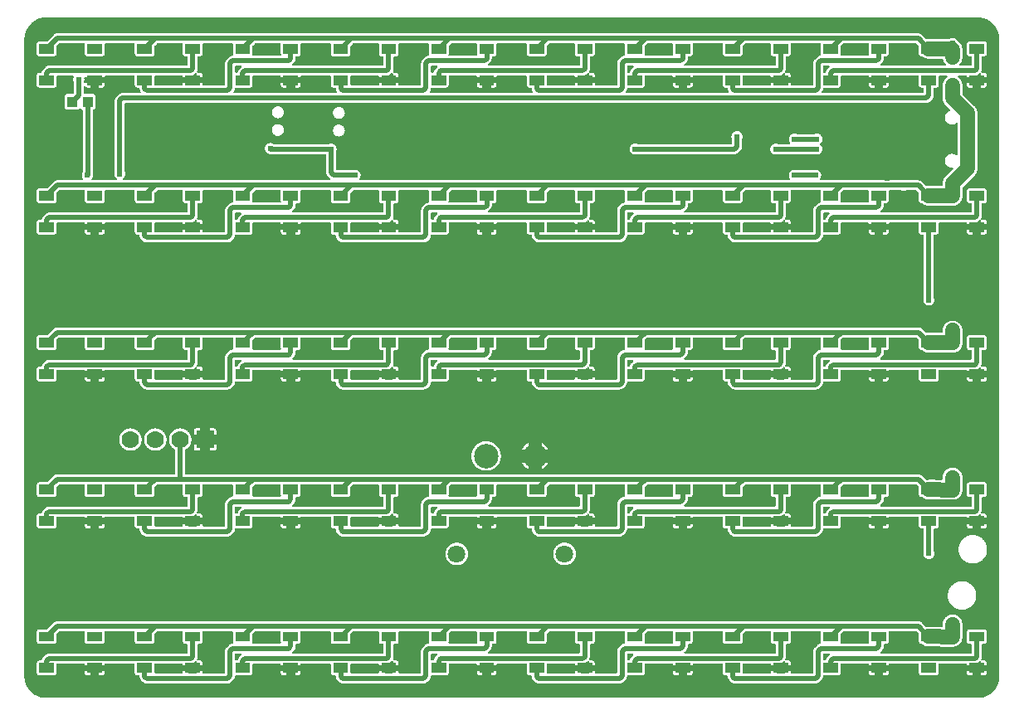
<source format=gtl>
G04 Layer: TopLayer*
G04 EasyEDA v6.4.7, 2021-01-21T12:31:56+00:00*
G04 8b80c43fe55248bfb6e8376c4506c8f5,74a5fafabdd44b6e8d5e0fe5421ccbd6,10*
G04 Gerber Generator version 0.2*
G04 Scale: 100 percent, Rotated: No, Reflected: No *
G04 Dimensions in millimeters *
G04 leading zeros omitted , absolute positions ,3 integer and 3 decimal *
%FSLAX33Y33*%
%MOMM*%
G90*
D02*

%ADD11C,0.499999*%
%ADD12C,1.499997*%
%ADD13C,0.620014*%
%ADD15R,0.999998X1.099998*%
%ADD16C,2.499995*%
%ADD17C,1.799996*%
%ADD19C,1.778000*%

%LPD*%
G36*
G01X97500Y69743D02*
G01X2500Y69743D01*
G01X2432Y69742D01*
G01X2364Y69739D01*
G01X2296Y69734D01*
G01X2229Y69727D01*
G01X2162Y69717D01*
G01X2095Y69706D01*
G01X2029Y69693D01*
G01X1963Y69678D01*
G01X1897Y69661D01*
G01X1832Y69641D01*
G01X1768Y69620D01*
G01X1704Y69597D01*
G01X1641Y69572D01*
G01X1579Y69545D01*
G01X1517Y69517D01*
G01X1457Y69486D01*
G01X1397Y69454D01*
G01X1339Y69419D01*
G01X1281Y69383D01*
G01X1225Y69346D01*
G01X1170Y69306D01*
G01X1116Y69266D01*
G01X1063Y69223D01*
G01X1012Y69179D01*
G01X962Y69133D01*
G01X913Y69086D01*
G01X866Y69037D01*
G01X820Y68987D01*
G01X776Y68936D01*
G01X734Y68883D01*
G01X693Y68829D01*
G01X653Y68774D01*
G01X616Y68718D01*
G01X580Y68660D01*
G01X545Y68602D01*
G01X513Y68542D01*
G01X482Y68482D01*
G01X454Y68420D01*
G01X427Y68358D01*
G01X402Y68295D01*
G01X379Y68231D01*
G01X358Y68167D01*
G01X338Y68102D01*
G01X321Y68036D01*
G01X306Y67970D01*
G01X293Y67904D01*
G01X282Y67837D01*
G01X272Y67770D01*
G01X265Y67703D01*
G01X260Y67635D01*
G01X257Y67567D01*
G01X256Y67500D01*
G01X256Y2500D01*
G01X257Y2432D01*
G01X260Y2364D01*
G01X265Y2296D01*
G01X272Y2229D01*
G01X282Y2162D01*
G01X293Y2095D01*
G01X306Y2029D01*
G01X321Y1963D01*
G01X338Y1897D01*
G01X358Y1832D01*
G01X379Y1768D01*
G01X402Y1704D01*
G01X427Y1641D01*
G01X454Y1579D01*
G01X482Y1517D01*
G01X513Y1457D01*
G01X545Y1397D01*
G01X580Y1339D01*
G01X616Y1281D01*
G01X653Y1225D01*
G01X693Y1170D01*
G01X734Y1116D01*
G01X776Y1063D01*
G01X820Y1012D01*
G01X866Y962D01*
G01X913Y913D01*
G01X962Y866D01*
G01X1012Y820D01*
G01X1063Y776D01*
G01X1116Y734D01*
G01X1170Y693D01*
G01X1225Y653D01*
G01X1281Y616D01*
G01X1339Y580D01*
G01X1397Y545D01*
G01X1457Y513D01*
G01X1517Y482D01*
G01X1579Y454D01*
G01X1641Y427D01*
G01X1704Y402D01*
G01X1768Y379D01*
G01X1832Y358D01*
G01X1897Y338D01*
G01X1963Y321D01*
G01X2029Y306D01*
G01X2095Y293D01*
G01X2162Y282D01*
G01X2229Y272D01*
G01X2296Y265D01*
G01X2364Y260D01*
G01X2432Y257D01*
G01X2500Y256D01*
G01X97500Y256D01*
G01X97567Y257D01*
G01X97635Y260D01*
G01X97703Y265D01*
G01X97770Y272D01*
G01X97837Y282D01*
G01X97904Y293D01*
G01X97970Y306D01*
G01X98036Y321D01*
G01X98102Y338D01*
G01X98167Y358D01*
G01X98231Y379D01*
G01X98295Y402D01*
G01X98358Y427D01*
G01X98420Y454D01*
G01X98482Y482D01*
G01X98542Y513D01*
G01X98602Y545D01*
G01X98660Y580D01*
G01X98718Y616D01*
G01X98774Y653D01*
G01X98829Y693D01*
G01X98883Y734D01*
G01X98936Y776D01*
G01X98987Y820D01*
G01X99037Y866D01*
G01X99086Y913D01*
G01X99133Y962D01*
G01X99179Y1012D01*
G01X99223Y1063D01*
G01X99266Y1116D01*
G01X99307Y1170D01*
G01X99346Y1225D01*
G01X99384Y1281D01*
G01X99454Y1397D01*
G01X99486Y1457D01*
G01X99517Y1517D01*
G01X99545Y1579D01*
G01X99572Y1641D01*
G01X99597Y1704D01*
G01X99620Y1768D01*
G01X99641Y1832D01*
G01X99661Y1897D01*
G01X99678Y1963D01*
G01X99693Y2029D01*
G01X99706Y2095D01*
G01X99717Y2162D01*
G01X99727Y2229D01*
G01X99734Y2296D01*
G01X99739Y2364D01*
G01X99742Y2432D01*
G01X99743Y2500D01*
G01X99743Y67500D01*
G01X99742Y67567D01*
G01X99739Y67635D01*
G01X99734Y67703D01*
G01X99727Y67770D01*
G01X99717Y67837D01*
G01X99706Y67904D01*
G01X99693Y67970D01*
G01X99678Y68036D01*
G01X99661Y68102D01*
G01X99641Y68167D01*
G01X99620Y68231D01*
G01X99597Y68295D01*
G01X99572Y68358D01*
G01X99545Y68420D01*
G01X99517Y68482D01*
G01X99486Y68542D01*
G01X99454Y68602D01*
G01X99384Y68718D01*
G01X99346Y68774D01*
G01X99307Y68829D01*
G01X99266Y68883D01*
G01X99223Y68936D01*
G01X99179Y68987D01*
G01X99133Y69037D01*
G01X99086Y69086D01*
G01X99037Y69133D01*
G01X98987Y69179D01*
G01X98936Y69223D01*
G01X98883Y69266D01*
G01X98829Y69306D01*
G01X98774Y69346D01*
G01X98718Y69383D01*
G01X98660Y69419D01*
G01X98602Y69454D01*
G01X98542Y69486D01*
G01X98482Y69517D01*
G01X98420Y69545D01*
G01X98358Y69572D01*
G01X98295Y69597D01*
G01X98231Y69620D01*
G01X98167Y69641D01*
G01X98102Y69661D01*
G01X98036Y69678D01*
G01X97970Y69693D01*
G01X97904Y69706D01*
G01X97837Y69717D01*
G01X97770Y69727D01*
G01X97703Y69734D01*
G01X97635Y69739D01*
G01X97567Y69742D01*
G01X97500Y69743D01*
G37*

%LPC*%
G36*
G01X91463Y68093D02*
G01X3598Y68093D01*
G01X3564Y68092D01*
G01X3531Y68089D01*
G01X3499Y68083D01*
G01X3466Y68076D01*
G01X3435Y68066D01*
G01X3404Y68054D01*
G01X3374Y68041D01*
G01X3344Y68025D01*
G01X3316Y68008D01*
G01X3289Y67988D01*
G01X3264Y67967D01*
G01X3239Y67945D01*
G01X2600Y67305D01*
G01X2588Y67295D01*
G01X2574Y67286D01*
G01X2559Y67280D01*
G01X2544Y67276D01*
G01X2528Y67275D01*
G01X1780Y67275D01*
G01X1756Y67274D01*
G01X1733Y67271D01*
G01X1710Y67265D01*
G01X1687Y67258D01*
G01X1666Y67248D01*
G01X1645Y67237D01*
G01X1625Y67223D01*
G01X1607Y67208D01*
G01X1590Y67192D01*
G01X1575Y67173D01*
G01X1562Y67154D01*
G01X1550Y67133D01*
G01X1541Y67111D01*
G01X1533Y67089D01*
G01X1528Y67066D01*
G01X1524Y67042D01*
G01X1523Y67019D01*
G01X1523Y66020D01*
G01X1524Y65997D01*
G01X1528Y65973D01*
G01X1533Y65950D01*
G01X1541Y65928D01*
G01X1550Y65906D01*
G01X1562Y65885D01*
G01X1575Y65866D01*
G01X1590Y65848D01*
G01X1607Y65831D01*
G01X1625Y65816D01*
G01X1645Y65802D01*
G01X1666Y65791D01*
G01X1687Y65781D01*
G01X1710Y65774D01*
G01X1733Y65768D01*
G01X1756Y65765D01*
G01X1780Y65764D01*
G01X3281Y65764D01*
G01X3305Y65765D01*
G01X3328Y65768D01*
G01X3351Y65774D01*
G01X3374Y65781D01*
G01X3395Y65791D01*
G01X3416Y65802D01*
G01X3436Y65816D01*
G01X3454Y65831D01*
G01X3471Y65848D01*
G01X3486Y65866D01*
G01X3499Y65885D01*
G01X3511Y65906D01*
G01X3520Y65928D01*
G01X3528Y65950D01*
G01X3533Y65973D01*
G01X3536Y65997D01*
G01X3538Y66020D01*
G01X3538Y66768D01*
G01X3539Y66784D01*
G01X3543Y66799D01*
G01X3549Y66814D01*
G01X3557Y66828D01*
G01X3567Y66840D01*
G01X3778Y67050D01*
G01X3790Y67061D01*
G01X3803Y67069D01*
G01X3818Y67075D01*
G01X3834Y67079D01*
G01X3849Y67080D01*
G01X6323Y67080D01*
G01X6337Y67079D01*
G01X6352Y67076D01*
G01X6365Y67071D01*
G01X6378Y67064D01*
G01X6390Y67055D01*
G01X6400Y67045D01*
G01X6408Y67033D01*
G01X6415Y67021D01*
G01X6420Y67007D01*
G01X6424Y66993D01*
G01X6425Y66978D01*
G01X6425Y66020D01*
G01X6426Y65997D01*
G01X6429Y65973D01*
G01X6434Y65950D01*
G01X6442Y65928D01*
G01X6452Y65906D01*
G01X6463Y65885D01*
G01X6476Y65866D01*
G01X6492Y65848D01*
G01X6508Y65831D01*
G01X6527Y65816D01*
G01X6546Y65802D01*
G01X6567Y65791D01*
G01X6588Y65781D01*
G01X6611Y65774D01*
G01X6634Y65768D01*
G01X6657Y65765D01*
G01X6681Y65764D01*
G01X8180Y65764D01*
G01X8203Y65765D01*
G01X8227Y65768D01*
G01X8250Y65774D01*
G01X8272Y65781D01*
G01X8294Y65791D01*
G01X8315Y65802D01*
G01X8334Y65816D01*
G01X8353Y65831D01*
G01X8369Y65848D01*
G01X8384Y65866D01*
G01X8398Y65885D01*
G01X8409Y65906D01*
G01X8419Y65928D01*
G01X8426Y65950D01*
G01X8432Y65973D01*
G01X8435Y65997D01*
G01X8436Y66020D01*
G01X8436Y66978D01*
G01X8437Y66993D01*
G01X8440Y67007D01*
G01X8445Y67021D01*
G01X8452Y67033D01*
G01X8461Y67045D01*
G01X8471Y67055D01*
G01X8483Y67064D01*
G01X8496Y67071D01*
G01X8509Y67076D01*
G01X8523Y67079D01*
G01X8538Y67080D01*
G01X11422Y67080D01*
G01X11436Y67079D01*
G01X11450Y67076D01*
G01X11464Y67071D01*
G01X11477Y67064D01*
G01X11488Y67055D01*
G01X11499Y67045D01*
G01X11507Y67033D01*
G01X11514Y67021D01*
G01X11519Y67007D01*
G01X11522Y66993D01*
G01X11523Y66978D01*
G01X11523Y66020D01*
G01X11524Y65997D01*
G01X11528Y65973D01*
G01X11533Y65950D01*
G01X11541Y65928D01*
G01X11550Y65906D01*
G01X11562Y65885D01*
G01X11575Y65866D01*
G01X11590Y65848D01*
G01X11607Y65831D01*
G01X11625Y65816D01*
G01X11645Y65802D01*
G01X11666Y65791D01*
G01X11687Y65781D01*
G01X11710Y65774D01*
G01X11733Y65768D01*
G01X11756Y65765D01*
G01X11780Y65764D01*
G01X13281Y65764D01*
G01X13305Y65765D01*
G01X13328Y65768D01*
G01X13351Y65774D01*
G01X13374Y65781D01*
G01X13395Y65791D01*
G01X13416Y65802D01*
G01X13436Y65816D01*
G01X13454Y65831D01*
G01X13471Y65848D01*
G01X13486Y65866D01*
G01X13499Y65885D01*
G01X13511Y65906D01*
G01X13520Y65928D01*
G01X13528Y65950D01*
G01X13533Y65973D01*
G01X13536Y65997D01*
G01X13538Y66020D01*
G01X13538Y66768D01*
G01X13539Y66784D01*
G01X13543Y66799D01*
G01X13549Y66814D01*
G01X13557Y66828D01*
G01X13567Y66840D01*
G01X13778Y67050D01*
G01X13790Y67061D01*
G01X13803Y67069D01*
G01X13818Y67075D01*
G01X13834Y67079D01*
G01X13849Y67080D01*
G01X16323Y67080D01*
G01X16337Y67079D01*
G01X16352Y67076D01*
G01X16365Y67071D01*
G01X16378Y67064D01*
G01X16390Y67055D01*
G01X16400Y67045D01*
G01X16408Y67033D01*
G01X16415Y67021D01*
G01X16420Y67007D01*
G01X16424Y66993D01*
G01X16425Y66978D01*
G01X16425Y66020D01*
G01X16426Y65997D01*
G01X16429Y65973D01*
G01X16434Y65950D01*
G01X16442Y65928D01*
G01X16452Y65906D01*
G01X16463Y65885D01*
G01X16476Y65866D01*
G01X16492Y65848D01*
G01X16508Y65831D01*
G01X16527Y65816D01*
G01X16546Y65802D01*
G01X16567Y65791D01*
G01X16588Y65781D01*
G01X16611Y65774D01*
G01X16634Y65768D01*
G01X16657Y65765D01*
G01X16681Y65764D01*
G01X16821Y65764D01*
G01X16836Y65763D01*
G01X16850Y65760D01*
G01X16864Y65755D01*
G01X16876Y65748D01*
G01X16888Y65739D01*
G01X16898Y65729D01*
G01X16907Y65717D01*
G01X16914Y65705D01*
G01X16919Y65691D01*
G01X16922Y65677D01*
G01X16923Y65662D01*
G01X16923Y64893D01*
G01X16922Y64878D01*
G01X16919Y64864D01*
G01X16914Y64850D01*
G01X16907Y64838D01*
G01X16898Y64826D01*
G01X16888Y64816D01*
G01X16876Y64807D01*
G01X16864Y64800D01*
G01X16850Y64795D01*
G01X16836Y64792D01*
G01X16821Y64791D01*
G01X2764Y64791D01*
G01X2730Y64790D01*
G01X2697Y64787D01*
G01X2665Y64781D01*
G01X2632Y64774D01*
G01X2601Y64764D01*
G01X2570Y64752D01*
G01X2539Y64739D01*
G01X2510Y64723D01*
G01X2482Y64706D01*
G01X2455Y64686D01*
G01X2430Y64665D01*
G01X2405Y64643D01*
G01X2172Y64409D01*
G01X2149Y64385D01*
G01X2129Y64360D01*
G01X2110Y64334D01*
G01X2093Y64306D01*
G01X2077Y64278D01*
G01X2063Y64248D01*
G01X2052Y64218D01*
G01X2042Y64187D01*
G01X2034Y64156D01*
G01X2030Y64141D01*
G01X2023Y64127D01*
G01X2015Y64114D01*
G01X2005Y64103D01*
G01X1993Y64093D01*
G01X1979Y64085D01*
G01X1965Y64080D01*
G01X1950Y64076D01*
G01X1935Y64075D01*
G01X1780Y64075D01*
G01X1756Y64074D01*
G01X1733Y64071D01*
G01X1710Y64065D01*
G01X1687Y64058D01*
G01X1666Y64048D01*
G01X1645Y64037D01*
G01X1625Y64023D01*
G01X1607Y64008D01*
G01X1590Y63991D01*
G01X1575Y63973D01*
G01X1562Y63954D01*
G01X1550Y63933D01*
G01X1541Y63911D01*
G01X1533Y63889D01*
G01X1528Y63866D01*
G01X1524Y63842D01*
G01X1523Y63819D01*
G01X1523Y62820D01*
G01X1524Y62797D01*
G01X1528Y62773D01*
G01X1533Y62750D01*
G01X1541Y62728D01*
G01X1550Y62706D01*
G01X1562Y62685D01*
G01X1575Y62666D01*
G01X1590Y62648D01*
G01X1607Y62631D01*
G01X1625Y62616D01*
G01X1645Y62602D01*
G01X1666Y62591D01*
G01X1687Y62581D01*
G01X1710Y62574D01*
G01X1733Y62568D01*
G01X1756Y62565D01*
G01X1780Y62564D01*
G01X3281Y62564D01*
G01X3305Y62565D01*
G01X3328Y62568D01*
G01X3351Y62574D01*
G01X3374Y62581D01*
G01X3395Y62591D01*
G01X3416Y62602D01*
G01X3436Y62616D01*
G01X3454Y62631D01*
G01X3471Y62648D01*
G01X3486Y62666D01*
G01X3499Y62685D01*
G01X3511Y62706D01*
G01X3520Y62728D01*
G01X3528Y62750D01*
G01X3533Y62773D01*
G01X3536Y62797D01*
G01X3538Y62820D01*
G01X3538Y63676D01*
G01X3539Y63691D01*
G01X3542Y63705D01*
G01X3547Y63719D01*
G01X3554Y63731D01*
G01X3562Y63743D01*
G01X3573Y63753D01*
G01X3584Y63762D01*
G01X3597Y63769D01*
G01X3611Y63774D01*
G01X3625Y63777D01*
G01X3639Y63778D01*
G01X5195Y63778D01*
G01X5210Y63777D01*
G01X5224Y63774D01*
G01X5237Y63769D01*
G01X5250Y63762D01*
G01X5262Y63753D01*
G01X5272Y63743D01*
G01X5281Y63731D01*
G01X5288Y63719D01*
G01X5293Y63705D01*
G01X5296Y63691D01*
G01X5297Y63676D01*
G01X5296Y63662D01*
G01X5293Y63647D01*
G01X5287Y63634D01*
G01X5274Y63601D01*
G01X5262Y63568D01*
G01X5252Y63535D01*
G01X5245Y63500D01*
G01X5239Y63466D01*
G01X5236Y63431D01*
G01X5235Y63396D01*
G01X5236Y63361D01*
G01X5239Y63327D01*
G01X5244Y63292D01*
G01X5252Y63259D01*
G01X5261Y63225D01*
G01X5272Y63193D01*
G01X5286Y63161D01*
G01X5291Y63147D01*
G01X5294Y63133D01*
G01X5295Y63119D01*
G01X5295Y62034D01*
G01X5294Y62018D01*
G01X5290Y62002D01*
G01X5284Y61988D01*
G01X5276Y61974D01*
G01X5265Y61962D01*
G01X5249Y61946D01*
G01X5237Y61935D01*
G01X5223Y61927D01*
G01X5209Y61921D01*
G01X5193Y61917D01*
G01X5177Y61916D01*
G01X4629Y61916D01*
G01X4605Y61915D01*
G01X4582Y61912D01*
G01X4559Y61906D01*
G01X4536Y61899D01*
G01X4515Y61889D01*
G01X4494Y61878D01*
G01X4474Y61864D01*
G01X4456Y61849D01*
G01X4439Y61832D01*
G01X4424Y61814D01*
G01X4411Y61795D01*
G01X4399Y61774D01*
G01X4390Y61752D01*
G01X4382Y61730D01*
G01X4377Y61707D01*
G01X4374Y61683D01*
G01X4373Y61660D01*
G01X4373Y60560D01*
G01X4374Y60536D01*
G01X4377Y60512D01*
G01X4382Y60489D01*
G01X4390Y60467D01*
G01X4399Y60445D01*
G01X4411Y60424D01*
G01X4424Y60405D01*
G01X4439Y60387D01*
G01X4456Y60370D01*
G01X4474Y60355D01*
G01X4494Y60341D01*
G01X4515Y60330D01*
G01X4536Y60320D01*
G01X4559Y60313D01*
G01X4582Y60307D01*
G01X4605Y60304D01*
G01X4629Y60303D01*
G01X5629Y60303D01*
G01X5652Y60304D01*
G01X5675Y60307D01*
G01X5698Y60312D01*
G01X5720Y60319D01*
G01X5741Y60329D01*
G01X5761Y60340D01*
G01X5781Y60352D01*
G01X5799Y60367D01*
G01X5815Y60383D01*
G01X5830Y60401D01*
G01X5844Y60419D01*
G01X5853Y60431D01*
G01X5863Y60441D01*
G01X5874Y60450D01*
G01X5887Y60456D01*
G01X5901Y60461D01*
G01X5915Y60464D01*
G01X5929Y60465D01*
G01X5943Y60464D01*
G01X5958Y60461D01*
G01X5971Y60456D01*
G01X5984Y60450D01*
G01X5995Y60441D01*
G01X6005Y60431D01*
G01X6029Y60399D01*
G01X6046Y60380D01*
G01X6064Y60363D01*
G01X6084Y60348D01*
G01X6105Y60335D01*
G01X6128Y60324D01*
G01X6151Y60315D01*
G01X6166Y60309D01*
G01X6180Y60301D01*
G01X6192Y60290D01*
G01X6202Y60278D01*
G01X6211Y60265D01*
G01X6217Y60250D01*
G01X6221Y60234D01*
G01X6222Y60218D01*
G01X6222Y53965D01*
G01X6220Y53946D01*
G01X6215Y53929D01*
G01X6207Y53912D01*
G01X6190Y53882D01*
G01X6175Y53851D01*
G01X6161Y53819D01*
G01X6150Y53786D01*
G01X6141Y53753D01*
G01X6133Y53720D01*
G01X6128Y53685D01*
G01X6125Y53651D01*
G01X6124Y53617D01*
G01X6125Y53581D01*
G01X6128Y53546D01*
G01X6134Y53512D01*
G01X6141Y53477D01*
G01X6151Y53443D01*
G01X6163Y53410D01*
G01X6177Y53378D01*
G01X6192Y53346D01*
G01X6210Y53316D01*
G01X6230Y53287D01*
G01X6251Y53259D01*
G01X6261Y53244D01*
G01X6268Y53229D01*
G01X6272Y53212D01*
G01X6274Y53195D01*
G01X6273Y53180D01*
G01X6270Y53166D01*
G01X6265Y53152D01*
G01X6258Y53140D01*
G01X6249Y53128D01*
G01X6239Y53118D01*
G01X6227Y53109D01*
G01X6215Y53102D01*
G01X6201Y53097D01*
G01X6187Y53094D01*
G01X6172Y53093D01*
G01X3598Y53093D01*
G01X3564Y53092D01*
G01X3531Y53089D01*
G01X3499Y53083D01*
G01X3466Y53076D01*
G01X3435Y53066D01*
G01X3404Y53054D01*
G01X3374Y53041D01*
G01X3344Y53025D01*
G01X3316Y53008D01*
G01X3289Y52988D01*
G01X3264Y52967D01*
G01X3239Y52945D01*
G01X2600Y52305D01*
G01X2588Y52295D01*
G01X2574Y52286D01*
G01X2559Y52280D01*
G01X2544Y52276D01*
G01X2528Y52275D01*
G01X1780Y52275D01*
G01X1756Y52274D01*
G01X1733Y52271D01*
G01X1710Y52265D01*
G01X1687Y52258D01*
G01X1666Y52248D01*
G01X1645Y52237D01*
G01X1625Y52223D01*
G01X1607Y52208D01*
G01X1590Y52192D01*
G01X1575Y52173D01*
G01X1562Y52154D01*
G01X1550Y52133D01*
G01X1541Y52111D01*
G01X1533Y52089D01*
G01X1528Y52066D01*
G01X1524Y52042D01*
G01X1523Y52019D01*
G01X1523Y51020D01*
G01X1524Y50997D01*
G01X1528Y50973D01*
G01X1533Y50950D01*
G01X1541Y50928D01*
G01X1550Y50906D01*
G01X1562Y50885D01*
G01X1575Y50866D01*
G01X1590Y50848D01*
G01X1607Y50831D01*
G01X1625Y50816D01*
G01X1645Y50802D01*
G01X1666Y50791D01*
G01X1687Y50781D01*
G01X1710Y50774D01*
G01X1733Y50768D01*
G01X1756Y50765D01*
G01X1780Y50764D01*
G01X3281Y50764D01*
G01X3305Y50765D01*
G01X3328Y50768D01*
G01X3351Y50774D01*
G01X3374Y50781D01*
G01X3395Y50791D01*
G01X3416Y50802D01*
G01X3436Y50816D01*
G01X3454Y50831D01*
G01X3471Y50848D01*
G01X3486Y50866D01*
G01X3499Y50885D01*
G01X3511Y50906D01*
G01X3520Y50928D01*
G01X3528Y50950D01*
G01X3533Y50973D01*
G01X3536Y50997D01*
G01X3538Y51020D01*
G01X3538Y51768D01*
G01X3539Y51784D01*
G01X3543Y51799D01*
G01X3549Y51814D01*
G01X3557Y51828D01*
G01X3567Y51840D01*
G01X3778Y52050D01*
G01X3790Y52061D01*
G01X3803Y52069D01*
G01X3818Y52075D01*
G01X3834Y52079D01*
G01X3849Y52080D01*
G01X6323Y52080D01*
G01X6337Y52079D01*
G01X6352Y52076D01*
G01X6365Y52071D01*
G01X6378Y52064D01*
G01X6390Y52055D01*
G01X6400Y52045D01*
G01X6408Y52033D01*
G01X6415Y52021D01*
G01X6420Y52007D01*
G01X6424Y51993D01*
G01X6425Y51978D01*
G01X6425Y51020D01*
G01X6426Y50997D01*
G01X6429Y50973D01*
G01X6434Y50950D01*
G01X6442Y50928D01*
G01X6452Y50906D01*
G01X6463Y50885D01*
G01X6476Y50866D01*
G01X6492Y50848D01*
G01X6508Y50831D01*
G01X6527Y50816D01*
G01X6546Y50802D01*
G01X6567Y50791D01*
G01X6588Y50781D01*
G01X6611Y50774D01*
G01X6634Y50768D01*
G01X6657Y50765D01*
G01X6681Y50764D01*
G01X8180Y50764D01*
G01X8203Y50765D01*
G01X8227Y50768D01*
G01X8250Y50774D01*
G01X8272Y50781D01*
G01X8294Y50791D01*
G01X8315Y50802D01*
G01X8334Y50816D01*
G01X8353Y50831D01*
G01X8369Y50848D01*
G01X8384Y50866D01*
G01X8398Y50885D01*
G01X8409Y50906D01*
G01X8419Y50928D01*
G01X8426Y50950D01*
G01X8432Y50973D01*
G01X8435Y50997D01*
G01X8436Y51020D01*
G01X8436Y51978D01*
G01X8437Y51993D01*
G01X8440Y52007D01*
G01X8445Y52021D01*
G01X8452Y52033D01*
G01X8461Y52045D01*
G01X8471Y52055D01*
G01X8483Y52064D01*
G01X8496Y52071D01*
G01X8509Y52076D01*
G01X8523Y52079D01*
G01X8538Y52080D01*
G01X11422Y52080D01*
G01X11436Y52079D01*
G01X11450Y52076D01*
G01X11464Y52071D01*
G01X11477Y52064D01*
G01X11488Y52055D01*
G01X11499Y52045D01*
G01X11507Y52033D01*
G01X11514Y52021D01*
G01X11519Y52007D01*
G01X11522Y51993D01*
G01X11523Y51978D01*
G01X11523Y51020D01*
G01X11524Y50997D01*
G01X11528Y50973D01*
G01X11533Y50950D01*
G01X11541Y50928D01*
G01X11550Y50906D01*
G01X11562Y50885D01*
G01X11575Y50866D01*
G01X11590Y50848D01*
G01X11607Y50831D01*
G01X11625Y50816D01*
G01X11645Y50802D01*
G01X11666Y50791D01*
G01X11687Y50781D01*
G01X11710Y50774D01*
G01X11733Y50768D01*
G01X11756Y50765D01*
G01X11780Y50764D01*
G01X13281Y50764D01*
G01X13305Y50765D01*
G01X13328Y50768D01*
G01X13351Y50774D01*
G01X13374Y50781D01*
G01X13395Y50791D01*
G01X13416Y50802D01*
G01X13436Y50816D01*
G01X13454Y50831D01*
G01X13471Y50848D01*
G01X13486Y50866D01*
G01X13499Y50885D01*
G01X13511Y50906D01*
G01X13520Y50928D01*
G01X13528Y50950D01*
G01X13533Y50973D01*
G01X13536Y50997D01*
G01X13538Y51020D01*
G01X13538Y51768D01*
G01X13539Y51784D01*
G01X13543Y51799D01*
G01X13549Y51814D01*
G01X13557Y51828D01*
G01X13567Y51840D01*
G01X13778Y52050D01*
G01X13790Y52061D01*
G01X13803Y52069D01*
G01X13818Y52075D01*
G01X13834Y52079D01*
G01X13849Y52080D01*
G01X16323Y52080D01*
G01X16337Y52079D01*
G01X16352Y52076D01*
G01X16365Y52071D01*
G01X16378Y52064D01*
G01X16390Y52055D01*
G01X16400Y52045D01*
G01X16408Y52033D01*
G01X16415Y52021D01*
G01X16420Y52007D01*
G01X16424Y51993D01*
G01X16425Y51978D01*
G01X16425Y51020D01*
G01X16426Y50997D01*
G01X16429Y50973D01*
G01X16434Y50950D01*
G01X16442Y50928D01*
G01X16452Y50906D01*
G01X16463Y50885D01*
G01X16476Y50866D01*
G01X16492Y50848D01*
G01X16508Y50831D01*
G01X16527Y50816D01*
G01X16546Y50802D01*
G01X16567Y50791D01*
G01X16588Y50781D01*
G01X16611Y50774D01*
G01X16634Y50768D01*
G01X16657Y50765D01*
G01X16681Y50764D01*
G01X16822Y50764D01*
G01X16836Y50763D01*
G01X16851Y50760D01*
G01X16864Y50755D01*
G01X16877Y50748D01*
G01X16889Y50739D01*
G01X16899Y50729D01*
G01X16908Y50717D01*
G01X16914Y50705D01*
G01X16920Y50691D01*
G01X16923Y50677D01*
G01X16924Y50662D01*
G01X16924Y49893D01*
G01X16923Y49878D01*
G01X16920Y49864D01*
G01X16908Y49838D01*
G01X16899Y49826D01*
G01X16889Y49816D01*
G01X16877Y49807D01*
G01X16864Y49800D01*
G01X16851Y49795D01*
G01X16836Y49792D01*
G01X16822Y49791D01*
G01X2764Y49791D01*
G01X2731Y49790D01*
G01X2698Y49787D01*
G01X2665Y49782D01*
G01X2633Y49774D01*
G01X2601Y49764D01*
G01X2570Y49753D01*
G01X2540Y49739D01*
G01X2511Y49723D01*
G01X2483Y49706D01*
G01X2456Y49687D01*
G01X2430Y49666D01*
G01X2406Y49643D01*
G01X2172Y49409D01*
G01X2150Y49386D01*
G01X2129Y49361D01*
G01X2110Y49334D01*
G01X2093Y49307D01*
G01X2078Y49278D01*
G01X2064Y49249D01*
G01X2052Y49218D01*
G01X2043Y49187D01*
G01X2035Y49156D01*
G01X2031Y49141D01*
G01X2024Y49127D01*
G01X2016Y49114D01*
G01X2005Y49103D01*
G01X1993Y49093D01*
G01X1980Y49086D01*
G01X1966Y49080D01*
G01X1951Y49076D01*
G01X1936Y49075D01*
G01X1780Y49075D01*
G01X1756Y49074D01*
G01X1733Y49071D01*
G01X1710Y49065D01*
G01X1687Y49058D01*
G01X1666Y49048D01*
G01X1645Y49037D01*
G01X1625Y49023D01*
G01X1607Y49008D01*
G01X1590Y48991D01*
G01X1575Y48973D01*
G01X1562Y48954D01*
G01X1550Y48933D01*
G01X1541Y48911D01*
G01X1533Y48889D01*
G01X1528Y48866D01*
G01X1524Y48842D01*
G01X1523Y48819D01*
G01X1523Y47820D01*
G01X1524Y47797D01*
G01X1528Y47773D01*
G01X1533Y47750D01*
G01X1541Y47728D01*
G01X1550Y47706D01*
G01X1562Y47685D01*
G01X1575Y47666D01*
G01X1590Y47648D01*
G01X1607Y47631D01*
G01X1625Y47616D01*
G01X1645Y47602D01*
G01X1666Y47591D01*
G01X1687Y47581D01*
G01X1710Y47574D01*
G01X1733Y47568D01*
G01X1756Y47565D01*
G01X1780Y47564D01*
G01X3281Y47564D01*
G01X3305Y47565D01*
G01X3328Y47568D01*
G01X3351Y47574D01*
G01X3374Y47581D01*
G01X3395Y47591D01*
G01X3416Y47602D01*
G01X3436Y47616D01*
G01X3454Y47631D01*
G01X3471Y47648D01*
G01X3486Y47666D01*
G01X3499Y47685D01*
G01X3511Y47706D01*
G01X3520Y47728D01*
G01X3528Y47750D01*
G01X3533Y47773D01*
G01X3536Y47797D01*
G01X3538Y47820D01*
G01X3538Y48677D01*
G01X3539Y48691D01*
G01X3542Y48705D01*
G01X3547Y48719D01*
G01X3554Y48732D01*
G01X3562Y48743D01*
G01X3573Y48753D01*
G01X3584Y48762D01*
G01X3597Y48769D01*
G01X3611Y48774D01*
G01X3625Y48777D01*
G01X3639Y48778D01*
G01X6323Y48778D01*
G01X6337Y48777D01*
G01X6352Y48774D01*
G01X6365Y48769D01*
G01X6378Y48762D01*
G01X6390Y48753D01*
G01X6400Y48743D01*
G01X6408Y48732D01*
G01X6415Y48719D01*
G01X6420Y48705D01*
G01X6424Y48691D01*
G01X6425Y48677D01*
G01X6425Y48633D01*
G01X6992Y48633D01*
G01X6992Y48677D01*
G01X6993Y48691D01*
G01X6996Y48705D01*
G01X7001Y48719D01*
G01X7008Y48732D01*
G01X7017Y48743D01*
G01X7027Y48753D01*
G01X7039Y48762D01*
G01X7052Y48769D01*
G01X7065Y48774D01*
G01X7079Y48777D01*
G01X7094Y48778D01*
G01X7767Y48778D01*
G01X7781Y48777D01*
G01X7796Y48774D01*
G01X7809Y48769D01*
G01X7822Y48762D01*
G01X7834Y48753D01*
G01X7844Y48743D01*
G01X7852Y48732D01*
G01X7859Y48719D01*
G01X7864Y48705D01*
G01X7868Y48691D01*
G01X7869Y48677D01*
G01X7869Y48633D01*
G01X8436Y48633D01*
G01X8436Y48677D01*
G01X8437Y48691D01*
G01X8440Y48705D01*
G01X8445Y48719D01*
G01X8452Y48732D01*
G01X8461Y48743D01*
G01X8471Y48753D01*
G01X8483Y48762D01*
G01X8496Y48769D01*
G01X8509Y48774D01*
G01X8523Y48777D01*
G01X8538Y48778D01*
G01X11422Y48778D01*
G01X11436Y48777D01*
G01X11450Y48774D01*
G01X11464Y48769D01*
G01X11477Y48762D01*
G01X11488Y48753D01*
G01X11499Y48743D01*
G01X11507Y48732D01*
G01X11514Y48719D01*
G01X11519Y48705D01*
G01X11522Y48691D01*
G01X11523Y48677D01*
G01X11523Y47820D01*
G01X11524Y47797D01*
G01X11528Y47773D01*
G01X11533Y47750D01*
G01X11541Y47728D01*
G01X11550Y47706D01*
G01X11562Y47685D01*
G01X11575Y47666D01*
G01X11590Y47648D01*
G01X11607Y47631D01*
G01X11625Y47616D01*
G01X11645Y47602D01*
G01X11666Y47591D01*
G01X11687Y47581D01*
G01X11710Y47574D01*
G01X11733Y47568D01*
G01X11756Y47565D01*
G01X11780Y47564D01*
G01X11922Y47564D01*
G01X11936Y47563D01*
G01X11950Y47560D01*
G01X11964Y47555D01*
G01X11977Y47548D01*
G01X11988Y47539D01*
G01X11998Y47529D01*
G01X12007Y47517D01*
G01X12014Y47505D01*
G01X12019Y47491D01*
G01X12022Y47477D01*
G01X12023Y47462D01*
G01X12023Y47453D01*
G01X12024Y47420D01*
G01X12028Y47387D01*
G01X12033Y47354D01*
G01X12041Y47322D01*
G01X12050Y47290D01*
G01X12062Y47259D01*
G01X12076Y47229D01*
G01X12091Y47200D01*
G01X12109Y47172D01*
G01X12128Y47145D01*
G01X12149Y47119D01*
G01X12172Y47095D01*
G01X12372Y46894D01*
G01X12397Y46872D01*
G01X12422Y46851D01*
G01X12449Y46831D01*
G01X12477Y46814D01*
G01X12506Y46798D01*
G01X12537Y46785D01*
G01X12568Y46773D01*
G01X12599Y46763D01*
G01X12632Y46756D01*
G01X12664Y46750D01*
G01X12697Y46747D01*
G01X12730Y46746D01*
G01X20985Y46746D01*
G01X21019Y46747D01*
G01X21052Y46750D01*
G01X21084Y46756D01*
G01X21117Y46763D01*
G01X21148Y46773D01*
G01X21179Y46785D01*
G01X21210Y46798D01*
G01X21239Y46814D01*
G01X21267Y46831D01*
G01X21294Y46851D01*
G01X21319Y46872D01*
G01X21344Y46894D01*
G01X21598Y47148D01*
G01X21620Y47172D01*
G01X21641Y47198D01*
G01X21660Y47224D01*
G01X21677Y47252D01*
G01X21693Y47281D01*
G01X21707Y47311D01*
G01X21718Y47341D01*
G01X21728Y47373D01*
G01X21736Y47405D01*
G01X21741Y47437D01*
G01X21745Y47470D01*
G01X21747Y47485D01*
G01X21751Y47499D01*
G01X21758Y47513D01*
G01X21767Y47526D01*
G01X21777Y47537D01*
G01X21789Y47546D01*
G01X21802Y47554D01*
G01X21816Y47559D01*
G01X21831Y47563D01*
G01X21846Y47564D01*
G01X23281Y47564D01*
G01X23305Y47565D01*
G01X23328Y47568D01*
G01X23351Y47574D01*
G01X23374Y47581D01*
G01X23395Y47591D01*
G01X23416Y47602D01*
G01X23436Y47616D01*
G01X23454Y47631D01*
G01X23471Y47648D01*
G01X23486Y47666D01*
G01X23499Y47685D01*
G01X23511Y47706D01*
G01X23520Y47728D01*
G01X23528Y47750D01*
G01X23533Y47773D01*
G01X23536Y47797D01*
G01X23538Y47820D01*
G01X23538Y48677D01*
G01X23539Y48691D01*
G01X23542Y48705D01*
G01X23547Y48719D01*
G01X23554Y48732D01*
G01X23562Y48743D01*
G01X23573Y48753D01*
G01X23584Y48762D01*
G01X23597Y48769D01*
G01X23611Y48774D01*
G01X23625Y48777D01*
G01X23639Y48778D01*
G01X26323Y48778D01*
G01X26337Y48777D01*
G01X26352Y48774D01*
G01X26365Y48769D01*
G01X26378Y48762D01*
G01X26390Y48753D01*
G01X26400Y48743D01*
G01X26408Y48732D01*
G01X26415Y48719D01*
G01X26421Y48705D01*
G01X26424Y48691D01*
G01X26425Y48677D01*
G01X26425Y48633D01*
G01X26992Y48633D01*
G01X26992Y48677D01*
G01X26993Y48691D01*
G01X26996Y48705D01*
G01X27001Y48719D01*
G01X27008Y48732D01*
G01X27017Y48743D01*
G01X27027Y48753D01*
G01X27039Y48762D01*
G01X27052Y48769D01*
G01X27065Y48774D01*
G01X27079Y48777D01*
G01X27094Y48778D01*
G01X27767Y48778D01*
G01X27781Y48777D01*
G01X27796Y48774D01*
G01X27809Y48769D01*
G01X27822Y48762D01*
G01X27834Y48753D01*
G01X27844Y48743D01*
G01X27852Y48732D01*
G01X27859Y48719D01*
G01X27864Y48705D01*
G01X27868Y48691D01*
G01X27869Y48677D01*
G01X27869Y48633D01*
G01X28436Y48633D01*
G01X28436Y48677D01*
G01X28437Y48691D01*
G01X28440Y48705D01*
G01X28445Y48719D01*
G01X28452Y48732D01*
G01X28461Y48743D01*
G01X28471Y48753D01*
G01X28483Y48762D01*
G01X28496Y48769D01*
G01X28509Y48774D01*
G01X28523Y48777D01*
G01X28538Y48778D01*
G01X31422Y48778D01*
G01X31436Y48777D01*
G01X31450Y48774D01*
G01X31464Y48769D01*
G01X31477Y48762D01*
G01X31488Y48753D01*
G01X31499Y48743D01*
G01X31507Y48732D01*
G01X31514Y48719D01*
G01X31519Y48705D01*
G01X31522Y48691D01*
G01X31523Y48677D01*
G01X31523Y47820D01*
G01X31524Y47797D01*
G01X31528Y47773D01*
G01X31533Y47750D01*
G01X31541Y47728D01*
G01X31550Y47706D01*
G01X31562Y47685D01*
G01X31575Y47666D01*
G01X31590Y47648D01*
G01X31607Y47631D01*
G01X31625Y47616D01*
G01X31645Y47602D01*
G01X31666Y47591D01*
G01X31687Y47581D01*
G01X31710Y47574D01*
G01X31733Y47568D01*
G01X31756Y47565D01*
G01X31780Y47564D01*
G01X31922Y47564D01*
G01X31937Y47563D01*
G01X31951Y47560D01*
G01X31965Y47555D01*
G01X31977Y47548D01*
G01X31989Y47539D01*
G01X31999Y47529D01*
G01X32008Y47517D01*
G01X32015Y47505D01*
G01X32020Y47491D01*
G01X32023Y47477D01*
G01X32024Y47462D01*
G01X32024Y47453D01*
G01X32025Y47420D01*
G01X32028Y47387D01*
G01X32034Y47355D01*
G01X32041Y47322D01*
G01X32051Y47291D01*
G01X32063Y47260D01*
G01X32076Y47229D01*
G01X32092Y47200D01*
G01X32109Y47172D01*
G01X32129Y47145D01*
G01X32150Y47119D01*
G01X32172Y47095D01*
G01X32373Y46895D01*
G01X32397Y46872D01*
G01X32423Y46851D01*
G01X32450Y46832D01*
G01X32478Y46814D01*
G01X32507Y46798D01*
G01X32537Y46785D01*
G01X32568Y46773D01*
G01X32600Y46763D01*
G01X32632Y46756D01*
G01X32665Y46751D01*
G01X32698Y46747D01*
G01X32731Y46746D01*
G01X40986Y46746D01*
G01X41019Y46747D01*
G01X41052Y46751D01*
G01X41085Y46756D01*
G01X41117Y46763D01*
G01X41149Y46773D01*
G01X41180Y46785D01*
G01X41210Y46798D01*
G01X41239Y46814D01*
G01X41268Y46832D01*
G01X41295Y46851D01*
G01X41320Y46872D01*
G01X41344Y46895D01*
G01X41598Y47149D01*
G01X41621Y47173D01*
G01X41642Y47198D01*
G01X41661Y47224D01*
G01X41678Y47252D01*
G01X41694Y47281D01*
G01X41707Y47311D01*
G01X41719Y47342D01*
G01X41729Y47373D01*
G01X41736Y47405D01*
G01X41742Y47437D01*
G01X41745Y47470D01*
G01X41748Y47485D01*
G01X41752Y47499D01*
G01X41759Y47513D01*
G01X41767Y47526D01*
G01X41778Y47537D01*
G01X41789Y47546D01*
G01X41803Y47554D01*
G01X41817Y47559D01*
G01X41832Y47563D01*
G01X41847Y47564D01*
G01X43281Y47564D01*
G01X43305Y47565D01*
G01X43328Y47568D01*
G01X43351Y47574D01*
G01X43374Y47581D01*
G01X43395Y47591D01*
G01X43416Y47602D01*
G01X43436Y47616D01*
G01X43454Y47631D01*
G01X43471Y47648D01*
G01X43486Y47666D01*
G01X43499Y47685D01*
G01X43511Y47706D01*
G01X43520Y47728D01*
G01X43528Y47750D01*
G01X43533Y47773D01*
G01X43536Y47797D01*
G01X43538Y47820D01*
G01X43538Y48677D01*
G01X43539Y48691D01*
G01X43542Y48705D01*
G01X43547Y48719D01*
G01X43554Y48732D01*
G01X43562Y48743D01*
G01X43573Y48753D01*
G01X43584Y48762D01*
G01X43597Y48769D01*
G01X43611Y48774D01*
G01X43625Y48777D01*
G01X43639Y48778D01*
G01X46323Y48778D01*
G01X46337Y48777D01*
G01X46352Y48774D01*
G01X46365Y48769D01*
G01X46378Y48762D01*
G01X46390Y48753D01*
G01X46400Y48743D01*
G01X46408Y48732D01*
G01X46415Y48719D01*
G01X46420Y48705D01*
G01X46424Y48691D01*
G01X46425Y48677D01*
G01X46425Y48633D01*
G01X46992Y48633D01*
G01X46992Y48677D01*
G01X46993Y48691D01*
G01X46996Y48705D01*
G01X47001Y48719D01*
G01X47008Y48732D01*
G01X47017Y48743D01*
G01X47027Y48753D01*
G01X47039Y48762D01*
G01X47052Y48769D01*
G01X47065Y48774D01*
G01X47079Y48777D01*
G01X47094Y48778D01*
G01X47767Y48778D01*
G01X47781Y48777D01*
G01X47796Y48774D01*
G01X47809Y48769D01*
G01X47822Y48762D01*
G01X47834Y48753D01*
G01X47844Y48743D01*
G01X47852Y48732D01*
G01X47859Y48719D01*
G01X47864Y48705D01*
G01X47868Y48691D01*
G01X47869Y48677D01*
G01X47869Y48633D01*
G01X48436Y48633D01*
G01X48436Y48677D01*
G01X48437Y48691D01*
G01X48440Y48705D01*
G01X48445Y48719D01*
G01X48452Y48732D01*
G01X48461Y48743D01*
G01X48471Y48753D01*
G01X48483Y48762D01*
G01X48496Y48769D01*
G01X48509Y48774D01*
G01X48523Y48777D01*
G01X48538Y48778D01*
G01X51422Y48778D01*
G01X51436Y48777D01*
G01X51450Y48774D01*
G01X51464Y48769D01*
G01X51477Y48762D01*
G01X51488Y48753D01*
G01X51499Y48743D01*
G01X51507Y48732D01*
G01X51514Y48719D01*
G01X51519Y48705D01*
G01X51522Y48691D01*
G01X51523Y48677D01*
G01X51523Y47820D01*
G01X51524Y47797D01*
G01X51528Y47773D01*
G01X51533Y47750D01*
G01X51541Y47728D01*
G01X51550Y47706D01*
G01X51562Y47685D01*
G01X51575Y47666D01*
G01X51590Y47648D01*
G01X51607Y47631D01*
G01X51625Y47616D01*
G01X51645Y47602D01*
G01X51666Y47591D01*
G01X51687Y47581D01*
G01X51710Y47574D01*
G01X51733Y47568D01*
G01X51756Y47565D01*
G01X51780Y47564D01*
G01X51922Y47564D01*
G01X51937Y47563D01*
G01X51951Y47560D01*
G01X51965Y47555D01*
G01X51977Y47548D01*
G01X51989Y47539D01*
G01X51999Y47529D01*
G01X52008Y47517D01*
G01X52015Y47505D01*
G01X52020Y47491D01*
G01X52023Y47477D01*
G01X52024Y47462D01*
G01X52024Y47453D01*
G01X52025Y47420D01*
G01X52028Y47387D01*
G01X52034Y47355D01*
G01X52041Y47322D01*
G01X52051Y47291D01*
G01X52063Y47260D01*
G01X52076Y47229D01*
G01X52092Y47200D01*
G01X52109Y47172D01*
G01X52129Y47145D01*
G01X52150Y47119D01*
G01X52172Y47095D01*
G01X52373Y46895D01*
G01X52397Y46872D01*
G01X52423Y46851D01*
G01X52450Y46832D01*
G01X52478Y46814D01*
G01X52507Y46798D01*
G01X52537Y46785D01*
G01X52568Y46773D01*
G01X52600Y46763D01*
G01X52632Y46756D01*
G01X52665Y46751D01*
G01X52698Y46747D01*
G01X52731Y46746D01*
G01X60986Y46746D01*
G01X61019Y46747D01*
G01X61052Y46751D01*
G01X61085Y46756D01*
G01X61117Y46763D01*
G01X61149Y46773D01*
G01X61180Y46785D01*
G01X61210Y46798D01*
G01X61239Y46814D01*
G01X61268Y46832D01*
G01X61295Y46851D01*
G01X61320Y46872D01*
G01X61344Y46895D01*
G01X61598Y47149D01*
G01X61621Y47173D01*
G01X61642Y47198D01*
G01X61661Y47224D01*
G01X61678Y47252D01*
G01X61694Y47281D01*
G01X61707Y47311D01*
G01X61719Y47342D01*
G01X61729Y47373D01*
G01X61736Y47405D01*
G01X61742Y47437D01*
G01X61745Y47470D01*
G01X61748Y47485D01*
G01X61752Y47499D01*
G01X61759Y47513D01*
G01X61767Y47526D01*
G01X61778Y47537D01*
G01X61789Y47546D01*
G01X61803Y47554D01*
G01X61817Y47559D01*
G01X61832Y47563D01*
G01X61847Y47564D01*
G01X63281Y47564D01*
G01X63305Y47565D01*
G01X63328Y47568D01*
G01X63351Y47574D01*
G01X63374Y47581D01*
G01X63395Y47591D01*
G01X63416Y47602D01*
G01X63436Y47616D01*
G01X63454Y47631D01*
G01X63471Y47648D01*
G01X63486Y47666D01*
G01X63499Y47685D01*
G01X63511Y47706D01*
G01X63520Y47728D01*
G01X63528Y47750D01*
G01X63533Y47773D01*
G01X63536Y47797D01*
G01X63538Y47820D01*
G01X63538Y48677D01*
G01X63539Y48691D01*
G01X63542Y48705D01*
G01X63547Y48719D01*
G01X63554Y48732D01*
G01X63562Y48743D01*
G01X63573Y48753D01*
G01X63584Y48762D01*
G01X63597Y48769D01*
G01X63611Y48774D01*
G01X63625Y48777D01*
G01X63639Y48778D01*
G01X66323Y48778D01*
G01X66337Y48777D01*
G01X66352Y48774D01*
G01X66365Y48769D01*
G01X66378Y48762D01*
G01X66390Y48753D01*
G01X66400Y48743D01*
G01X66408Y48732D01*
G01X66415Y48719D01*
G01X66421Y48705D01*
G01X66424Y48691D01*
G01X66425Y48677D01*
G01X66425Y48633D01*
G01X66992Y48633D01*
G01X66992Y48677D01*
G01X66993Y48691D01*
G01X66996Y48705D01*
G01X67001Y48719D01*
G01X67008Y48732D01*
G01X67017Y48743D01*
G01X67027Y48753D01*
G01X67039Y48762D01*
G01X67052Y48769D01*
G01X67065Y48774D01*
G01X67079Y48777D01*
G01X67094Y48778D01*
G01X67767Y48778D01*
G01X67781Y48777D01*
G01X67796Y48774D01*
G01X67809Y48769D01*
G01X67822Y48762D01*
G01X67834Y48753D01*
G01X67844Y48743D01*
G01X67852Y48732D01*
G01X67859Y48719D01*
G01X67864Y48705D01*
G01X67868Y48691D01*
G01X67869Y48677D01*
G01X67869Y48633D01*
G01X68436Y48633D01*
G01X68436Y48677D01*
G01X68437Y48691D01*
G01X68440Y48705D01*
G01X68445Y48719D01*
G01X68452Y48732D01*
G01X68461Y48743D01*
G01X68471Y48753D01*
G01X68483Y48762D01*
G01X68496Y48769D01*
G01X68509Y48774D01*
G01X68523Y48777D01*
G01X68538Y48778D01*
G01X71422Y48778D01*
G01X71436Y48777D01*
G01X71450Y48774D01*
G01X71464Y48769D01*
G01X71477Y48762D01*
G01X71488Y48753D01*
G01X71499Y48743D01*
G01X71507Y48732D01*
G01X71514Y48719D01*
G01X71519Y48705D01*
G01X71522Y48691D01*
G01X71523Y48677D01*
G01X71523Y47820D01*
G01X71524Y47797D01*
G01X71528Y47773D01*
G01X71533Y47750D01*
G01X71541Y47728D01*
G01X71550Y47706D01*
G01X71562Y47685D01*
G01X71575Y47666D01*
G01X71590Y47648D01*
G01X71607Y47631D01*
G01X71625Y47616D01*
G01X71645Y47602D01*
G01X71666Y47591D01*
G01X71687Y47581D01*
G01X71710Y47574D01*
G01X71733Y47568D01*
G01X71756Y47565D01*
G01X71780Y47564D01*
G01X71922Y47564D01*
G01X71937Y47563D01*
G01X71951Y47560D01*
G01X71965Y47555D01*
G01X71977Y47548D01*
G01X71989Y47539D01*
G01X71999Y47529D01*
G01X72008Y47517D01*
G01X72015Y47505D01*
G01X72020Y47491D01*
G01X72023Y47477D01*
G01X72024Y47462D01*
G01X72024Y47453D01*
G01X72025Y47420D01*
G01X72028Y47387D01*
G01X72034Y47355D01*
G01X72041Y47322D01*
G01X72051Y47291D01*
G01X72063Y47260D01*
G01X72076Y47229D01*
G01X72092Y47200D01*
G01X72109Y47172D01*
G01X72129Y47145D01*
G01X72150Y47119D01*
G01X72172Y47095D01*
G01X72373Y46895D01*
G01X72397Y46872D01*
G01X72423Y46851D01*
G01X72450Y46832D01*
G01X72478Y46814D01*
G01X72507Y46798D01*
G01X72537Y46785D01*
G01X72568Y46773D01*
G01X72600Y46763D01*
G01X72632Y46756D01*
G01X72665Y46751D01*
G01X72698Y46747D01*
G01X72731Y46746D01*
G01X80986Y46746D01*
G01X81019Y46747D01*
G01X81052Y46751D01*
G01X81085Y46756D01*
G01X81117Y46763D01*
G01X81149Y46773D01*
G01X81180Y46785D01*
G01X81210Y46798D01*
G01X81239Y46814D01*
G01X81268Y46832D01*
G01X81295Y46851D01*
G01X81320Y46872D01*
G01X81344Y46895D01*
G01X81598Y47149D01*
G01X81621Y47173D01*
G01X81642Y47198D01*
G01X81661Y47224D01*
G01X81678Y47252D01*
G01X81694Y47281D01*
G01X81707Y47311D01*
G01X81719Y47342D01*
G01X81729Y47373D01*
G01X81736Y47405D01*
G01X81742Y47437D01*
G01X81745Y47470D01*
G01X81748Y47485D01*
G01X81752Y47499D01*
G01X81759Y47513D01*
G01X81767Y47526D01*
G01X81778Y47537D01*
G01X81789Y47546D01*
G01X81803Y47554D01*
G01X81817Y47559D01*
G01X81832Y47563D01*
G01X81847Y47564D01*
G01X83281Y47564D01*
G01X83305Y47565D01*
G01X83328Y47568D01*
G01X83351Y47574D01*
G01X83374Y47581D01*
G01X83395Y47591D01*
G01X83416Y47602D01*
G01X83436Y47616D01*
G01X83454Y47631D01*
G01X83471Y47648D01*
G01X83486Y47666D01*
G01X83499Y47685D01*
G01X83511Y47706D01*
G01X83520Y47728D01*
G01X83528Y47750D01*
G01X83533Y47773D01*
G01X83536Y47797D01*
G01X83538Y47820D01*
G01X83538Y48676D01*
G01X83539Y48691D01*
G01X83542Y48705D01*
G01X83547Y48719D01*
G01X83554Y48731D01*
G01X83562Y48743D01*
G01X83573Y48753D01*
G01X83584Y48762D01*
G01X83597Y48769D01*
G01X83611Y48774D01*
G01X83625Y48777D01*
G01X83639Y48778D01*
G01X86323Y48778D01*
G01X86337Y48777D01*
G01X86352Y48774D01*
G01X86365Y48769D01*
G01X86378Y48762D01*
G01X86390Y48753D01*
G01X86400Y48743D01*
G01X86408Y48731D01*
G01X86415Y48719D01*
G01X86420Y48705D01*
G01X86424Y48691D01*
G01X86425Y48676D01*
G01X86425Y48633D01*
G01X86992Y48633D01*
G01X86992Y48676D01*
G01X86993Y48691D01*
G01X86996Y48705D01*
G01X87001Y48719D01*
G01X87008Y48731D01*
G01X87017Y48743D01*
G01X87027Y48753D01*
G01X87039Y48762D01*
G01X87052Y48769D01*
G01X87065Y48774D01*
G01X87079Y48777D01*
G01X87094Y48778D01*
G01X87767Y48778D01*
G01X87781Y48777D01*
G01X87796Y48774D01*
G01X87809Y48769D01*
G01X87822Y48762D01*
G01X87834Y48753D01*
G01X87844Y48743D01*
G01X87852Y48731D01*
G01X87859Y48719D01*
G01X87864Y48705D01*
G01X87868Y48691D01*
G01X87869Y48676D01*
G01X87869Y48633D01*
G01X88436Y48633D01*
G01X88436Y48676D01*
G01X88437Y48691D01*
G01X88440Y48705D01*
G01X88445Y48719D01*
G01X88452Y48731D01*
G01X88461Y48743D01*
G01X88471Y48753D01*
G01X88483Y48762D01*
G01X88496Y48769D01*
G01X88509Y48774D01*
G01X88523Y48777D01*
G01X88538Y48778D01*
G01X91422Y48778D01*
G01X91436Y48777D01*
G01X91450Y48774D01*
G01X91464Y48769D01*
G01X91477Y48762D01*
G01X91488Y48753D01*
G01X91499Y48743D01*
G01X91507Y48731D01*
G01X91514Y48719D01*
G01X91519Y48705D01*
G01X91522Y48691D01*
G01X91523Y48676D01*
G01X91523Y47820D01*
G01X91524Y47797D01*
G01X91528Y47773D01*
G01X91533Y47750D01*
G01X91541Y47728D01*
G01X91550Y47706D01*
G01X91562Y47685D01*
G01X91575Y47666D01*
G01X91590Y47648D01*
G01X91607Y47631D01*
G01X91625Y47616D01*
G01X91645Y47602D01*
G01X91666Y47591D01*
G01X91687Y47581D01*
G01X91710Y47574D01*
G01X91733Y47568D01*
G01X91756Y47565D01*
G01X91780Y47564D01*
G01X91922Y47564D01*
G01X91937Y47563D01*
G01X91951Y47560D01*
G01X91965Y47555D01*
G01X91977Y47548D01*
G01X91989Y47539D01*
G01X91999Y47529D01*
G01X92008Y47517D01*
G01X92015Y47505D01*
G01X92020Y47491D01*
G01X92023Y47477D01*
G01X92024Y47462D01*
G01X92024Y41160D01*
G01X92023Y41146D01*
G01X92020Y41131D01*
G01X92015Y41118D01*
G01X92002Y41086D01*
G01X91990Y41053D01*
G01X91981Y41020D01*
G01X91973Y40986D01*
G01X91968Y40952D01*
G01X91965Y40918D01*
G01X91964Y40883D01*
G01X91965Y40849D01*
G01X91968Y40815D01*
G01X91973Y40781D01*
G01X91980Y40748D01*
G01X91990Y40715D01*
G01X92001Y40682D01*
G01X92014Y40651D01*
G01X92029Y40620D01*
G01X92046Y40590D01*
G01X92064Y40561D01*
G01X92085Y40534D01*
G01X92106Y40508D01*
G01X92130Y40483D01*
G01X92155Y40459D01*
G01X92181Y40437D01*
G01X92209Y40417D01*
G01X92237Y40398D01*
G01X92267Y40382D01*
G01X92298Y40367D01*
G01X92330Y40353D01*
G01X92362Y40342D01*
G01X92395Y40333D01*
G01X92428Y40326D01*
G01X92462Y40321D01*
G01X92496Y40318D01*
G01X92531Y40317D01*
G01X92565Y40318D01*
G01X92599Y40321D01*
G01X92633Y40326D01*
G01X92666Y40333D01*
G01X92699Y40342D01*
G01X92731Y40353D01*
G01X92763Y40367D01*
G01X92794Y40382D01*
G01X92824Y40398D01*
G01X92852Y40417D01*
G01X92880Y40437D01*
G01X92906Y40459D01*
G01X92931Y40483D01*
G01X92955Y40508D01*
G01X92977Y40534D01*
G01X92997Y40561D01*
G01X93015Y40590D01*
G01X93032Y40620D01*
G01X93047Y40651D01*
G01X93060Y40682D01*
G01X93071Y40715D01*
G01X93081Y40748D01*
G01X93088Y40781D01*
G01X93093Y40815D01*
G01X93096Y40849D01*
G01X93097Y40883D01*
G01X93096Y40918D01*
G01X93093Y40952D01*
G01X93088Y40986D01*
G01X93080Y41020D01*
G01X93071Y41053D01*
G01X93060Y41086D01*
G01X93046Y41118D01*
G01X93041Y41131D01*
G01X93038Y41146D01*
G01X93037Y41160D01*
G01X93037Y47462D01*
G01X93038Y47477D01*
G01X93041Y47491D01*
G01X93046Y47505D01*
G01X93053Y47517D01*
G01X93062Y47529D01*
G01X93072Y47539D01*
G01X93084Y47548D01*
G01X93096Y47555D01*
G01X93110Y47560D01*
G01X93124Y47563D01*
G01X93139Y47564D01*
G01X93281Y47564D01*
G01X93305Y47565D01*
G01X93328Y47568D01*
G01X93351Y47574D01*
G01X93374Y47581D01*
G01X93395Y47591D01*
G01X93416Y47602D01*
G01X93436Y47616D01*
G01X93454Y47631D01*
G01X93471Y47648D01*
G01X93486Y47666D01*
G01X93499Y47685D01*
G01X93511Y47706D01*
G01X93520Y47728D01*
G01X93528Y47750D01*
G01X93533Y47773D01*
G01X93536Y47797D01*
G01X93538Y47820D01*
G01X93538Y48676D01*
G01X93539Y48691D01*
G01X93542Y48705D01*
G01X93547Y48719D01*
G01X93554Y48731D01*
G01X93562Y48743D01*
G01X93573Y48753D01*
G01X93584Y48762D01*
G01X93597Y48769D01*
G01X93611Y48774D01*
G01X93625Y48777D01*
G01X93639Y48778D01*
G01X96323Y48778D01*
G01X96337Y48777D01*
G01X96352Y48774D01*
G01X96365Y48769D01*
G01X96378Y48762D01*
G01X96390Y48753D01*
G01X96400Y48743D01*
G01X96408Y48731D01*
G01X96415Y48719D01*
G01X96420Y48705D01*
G01X96424Y48691D01*
G01X96425Y48676D01*
G01X96425Y48633D01*
G01X96992Y48633D01*
G01X96992Y48676D01*
G01X96993Y48691D01*
G01X96996Y48705D01*
G01X97001Y48719D01*
G01X97008Y48731D01*
G01X97017Y48743D01*
G01X97027Y48753D01*
G01X97039Y48762D01*
G01X97052Y48769D01*
G01X97065Y48774D01*
G01X97079Y48777D01*
G01X97094Y48778D01*
G01X97241Y48778D01*
G01X97275Y48779D01*
G01X97308Y48782D01*
G01X97340Y48788D01*
G01X97373Y48795D01*
G01X97404Y48805D01*
G01X97435Y48817D01*
G01X97466Y48830D01*
G01X97495Y48846D01*
G01X97523Y48863D01*
G01X97550Y48883D01*
G01X97575Y48904D01*
G01X97600Y48926D01*
G01X97695Y49022D01*
G01X97707Y49032D01*
G01X97721Y49040D01*
G01X97736Y49047D01*
G01X97751Y49050D01*
G01X97767Y49052D01*
G01X97781Y49051D01*
G01X97796Y49047D01*
G01X97809Y49042D01*
G01X97822Y49035D01*
G01X97834Y49027D01*
G01X97844Y49017D01*
G01X97852Y49005D01*
G01X97859Y48992D01*
G01X97864Y48979D01*
G01X97868Y48964D01*
G01X97869Y48950D01*
G01X97869Y48633D01*
G01X98436Y48633D01*
G01X98436Y48819D01*
G01X98435Y48842D01*
G01X98432Y48866D01*
G01X98426Y48889D01*
G01X98419Y48911D01*
G01X98409Y48933D01*
G01X98398Y48954D01*
G01X98384Y48973D01*
G01X98369Y48991D01*
G01X98353Y49008D01*
G01X98334Y49023D01*
G01X98315Y49037D01*
G01X98294Y49048D01*
G01X98272Y49058D01*
G01X98250Y49065D01*
G01X98227Y49071D01*
G01X98203Y49074D01*
G01X98180Y49075D01*
G01X97961Y49075D01*
G01X97946Y49076D01*
G01X97932Y49079D01*
G01X97919Y49084D01*
G01X97906Y49091D01*
G01X97894Y49100D01*
G01X97884Y49110D01*
G01X97875Y49122D01*
G01X97868Y49135D01*
G01X97863Y49148D01*
G01X97860Y49162D01*
G01X97859Y49177D01*
G01X97861Y49194D01*
G01X97865Y49211D01*
G01X97872Y49226D01*
G01X97887Y49255D01*
G01X97900Y49284D01*
G01X97911Y49314D01*
G01X97920Y49345D01*
G01X97927Y49377D01*
G01X97932Y49408D01*
G01X97935Y49440D01*
G01X97936Y49472D01*
G01X97936Y50662D01*
G01X97937Y50677D01*
G01X97940Y50691D01*
G01X97945Y50705D01*
G01X97952Y50717D01*
G01X97961Y50729D01*
G01X97971Y50739D01*
G01X97983Y50748D01*
G01X97995Y50755D01*
G01X98009Y50760D01*
G01X98023Y50763D01*
G01X98038Y50764D01*
G01X98180Y50764D01*
G01X98203Y50765D01*
G01X98227Y50768D01*
G01X98250Y50774D01*
G01X98272Y50781D01*
G01X98294Y50791D01*
G01X98315Y50802D01*
G01X98334Y50816D01*
G01X98353Y50831D01*
G01X98369Y50848D01*
G01X98384Y50866D01*
G01X98398Y50885D01*
G01X98409Y50906D01*
G01X98419Y50928D01*
G01X98426Y50950D01*
G01X98432Y50973D01*
G01X98435Y50997D01*
G01X98436Y51020D01*
G01X98436Y52019D01*
G01X98435Y52042D01*
G01X98432Y52066D01*
G01X98426Y52089D01*
G01X98419Y52111D01*
G01X98409Y52133D01*
G01X98398Y52154D01*
G01X98384Y52173D01*
G01X98369Y52192D01*
G01X98353Y52208D01*
G01X98334Y52223D01*
G01X98315Y52237D01*
G01X98294Y52248D01*
G01X98272Y52258D01*
G01X98250Y52265D01*
G01X98227Y52271D01*
G01X98203Y52274D01*
G01X98180Y52275D01*
G01X96681Y52275D01*
G01X96657Y52274D01*
G01X96634Y52271D01*
G01X96611Y52265D01*
G01X96588Y52258D01*
G01X96567Y52248D01*
G01X96546Y52237D01*
G01X96527Y52223D01*
G01X96508Y52208D01*
G01X96492Y52192D01*
G01X96476Y52173D01*
G01X96463Y52154D01*
G01X96452Y52133D01*
G01X96442Y52111D01*
G01X96434Y52089D01*
G01X96429Y52066D01*
G01X96426Y52042D01*
G01X96425Y52019D01*
G01X96425Y51020D01*
G01X96426Y50997D01*
G01X96429Y50973D01*
G01X96434Y50950D01*
G01X96442Y50928D01*
G01X96452Y50906D01*
G01X96463Y50885D01*
G01X96476Y50866D01*
G01X96492Y50848D01*
G01X96508Y50831D01*
G01X96527Y50816D01*
G01X96546Y50802D01*
G01X96567Y50791D01*
G01X96588Y50781D01*
G01X96611Y50774D01*
G01X96634Y50768D01*
G01X96657Y50765D01*
G01X96681Y50764D01*
G01X96821Y50764D01*
G01X96836Y50763D01*
G01X96850Y50760D01*
G01X96864Y50755D01*
G01X96876Y50748D01*
G01X96888Y50739D01*
G01X96898Y50729D01*
G01X96907Y50717D01*
G01X96914Y50705D01*
G01X96919Y50691D01*
G01X96922Y50677D01*
G01X96923Y50662D01*
G01X96923Y49893D01*
G01X96922Y49878D01*
G01X96919Y49864D01*
G01X96914Y49850D01*
G01X96907Y49838D01*
G01X96898Y49826D01*
G01X96888Y49816D01*
G01X96876Y49807D01*
G01X96864Y49800D01*
G01X96850Y49795D01*
G01X96836Y49792D01*
G01X96821Y49791D01*
G01X87661Y49791D01*
G01X87647Y49792D01*
G01X87632Y49795D01*
G01X87619Y49800D01*
G01X87606Y49807D01*
G01X87595Y49816D01*
G01X87584Y49826D01*
G01X87576Y49838D01*
G01X87569Y49850D01*
G01X87564Y49864D01*
G01X87561Y49878D01*
G01X87560Y49893D01*
G01X87561Y49909D01*
G01X87565Y49924D01*
G01X87571Y49939D01*
G01X87579Y49952D01*
G01X87589Y49965D01*
G01X87788Y50164D01*
G01X87811Y50188D01*
G01X87832Y50213D01*
G01X87851Y50240D01*
G01X87869Y50268D01*
G01X87884Y50298D01*
G01X87898Y50328D01*
G01X87910Y50359D01*
G01X87919Y50391D01*
G01X87927Y50423D01*
G01X87932Y50456D01*
G01X87936Y50489D01*
G01X87937Y50522D01*
G01X87937Y50662D01*
G01X87938Y50677D01*
G01X87941Y50691D01*
G01X87946Y50705D01*
G01X87953Y50717D01*
G01X87962Y50729D01*
G01X87972Y50739D01*
G01X87983Y50748D01*
G01X87996Y50755D01*
G01X88010Y50760D01*
G01X88024Y50763D01*
G01X88038Y50764D01*
G01X88180Y50764D01*
G01X88203Y50765D01*
G01X88227Y50768D01*
G01X88250Y50774D01*
G01X88272Y50781D01*
G01X88294Y50791D01*
G01X88315Y50802D01*
G01X88334Y50816D01*
G01X88353Y50831D01*
G01X88369Y50848D01*
G01X88384Y50866D01*
G01X88398Y50885D01*
G01X88409Y50906D01*
G01X88419Y50928D01*
G01X88426Y50950D01*
G01X88432Y50973D01*
G01X88435Y50997D01*
G01X88436Y51020D01*
G01X88436Y51978D01*
G01X88437Y51993D01*
G01X88440Y52007D01*
G01X88445Y52021D01*
G01X88452Y52033D01*
G01X88461Y52045D01*
G01X88471Y52055D01*
G01X88483Y52064D01*
G01X88496Y52071D01*
G01X88509Y52076D01*
G01X88523Y52079D01*
G01X88538Y52080D01*
G01X89700Y52080D01*
G01X89715Y52079D01*
G01X89729Y52076D01*
G01X89742Y52071D01*
G01X89774Y52058D01*
G01X89807Y52046D01*
G01X89840Y52037D01*
G01X89874Y52029D01*
G01X89908Y52024D01*
G01X89942Y52021D01*
G01X89977Y52020D01*
G01X90011Y52021D01*
G01X90046Y52024D01*
G01X90080Y52029D01*
G01X90114Y52037D01*
G01X90147Y52046D01*
G01X90180Y52058D01*
G01X90211Y52071D01*
G01X90225Y52076D01*
G01X90239Y52079D01*
G01X90254Y52080D01*
G01X91212Y52080D01*
G01X91227Y52079D01*
G01X91243Y52075D01*
G01X91258Y52069D01*
G01X91271Y52061D01*
G01X91283Y52050D01*
G01X91494Y51840D01*
G01X91504Y51828D01*
G01X91512Y51814D01*
G01X91518Y51800D01*
G01X91522Y51784D01*
G01X91523Y51768D01*
G01X91523Y51020D01*
G01X91524Y50997D01*
G01X91528Y50973D01*
G01X91533Y50950D01*
G01X91541Y50928D01*
G01X91550Y50906D01*
G01X91562Y50885D01*
G01X91575Y50866D01*
G01X91590Y50848D01*
G01X91607Y50831D01*
G01X91625Y50816D01*
G01X91645Y50802D01*
G01X91666Y50791D01*
G01X91687Y50781D01*
G01X91710Y50774D01*
G01X91733Y50768D01*
G01X91756Y50765D01*
G01X91780Y50764D01*
G01X91828Y50764D01*
G01X91845Y50762D01*
G01X91862Y50758D01*
G01X91878Y50751D01*
G01X91892Y50741D01*
G01X91928Y50713D01*
G01X91965Y50687D01*
G01X92003Y50662D01*
G01X92042Y50639D01*
G01X92083Y50618D01*
G01X92124Y50599D01*
G01X92166Y50581D01*
G01X92209Y50566D01*
G01X92252Y50552D01*
G01X92296Y50541D01*
G01X92341Y50531D01*
G01X92385Y50524D01*
G01X92431Y50518D01*
G01X92476Y50515D01*
G01X92521Y50513D01*
G01X94947Y50493D01*
G01X94955Y50493D01*
G01X95002Y50494D01*
G01X95048Y50497D01*
G01X95095Y50503D01*
G01X95140Y50510D01*
G01X95186Y50520D01*
G01X95231Y50531D01*
G01X95275Y50545D01*
G01X95319Y50561D01*
G01X95362Y50579D01*
G01X95404Y50598D01*
G01X95445Y50620D01*
G01X95485Y50644D01*
G01X95524Y50669D01*
G01X95562Y50696D01*
G01X95599Y50725D01*
G01X95634Y50756D01*
G01X95667Y50788D01*
G01X95699Y50821D01*
G01X95730Y50856D01*
G01X95759Y50893D01*
G01X95786Y50931D01*
G01X95811Y50970D01*
G01X95835Y51010D01*
G01X95857Y51051D01*
G01X95876Y51093D01*
G01X95894Y51136D01*
G01X95910Y51180D01*
G01X95924Y51224D01*
G01X95935Y51269D01*
G01X95945Y51314D01*
G01X95952Y51360D01*
G01X95958Y51407D01*
G01X95961Y51453D01*
G01X95962Y51499D01*
G01X95962Y52310D01*
G01X95963Y52326D01*
G01X95967Y52342D01*
G01X95973Y52357D01*
G01X95981Y52370D01*
G01X95992Y52382D01*
G01X97191Y53582D01*
G01X97223Y53615D01*
G01X97254Y53650D01*
G01X97283Y53687D01*
G01X97310Y53725D01*
G01X97335Y53764D01*
G01X97359Y53804D01*
G01X97381Y53845D01*
G01X97400Y53887D01*
G01X97418Y53930D01*
G01X97434Y53974D01*
G01X97448Y54018D01*
G01X97459Y54063D01*
G01X97469Y54108D01*
G01X97476Y54154D01*
G01X97482Y54201D01*
G01X97485Y54247D01*
G01X97486Y54293D01*
G01X97486Y59967D01*
G01X97485Y60013D01*
G01X97482Y60059D01*
G01X97476Y60106D01*
G01X97469Y60151D01*
G01X97459Y60197D01*
G01X97448Y60242D01*
G01X97434Y60286D01*
G01X97418Y60330D01*
G01X97400Y60373D01*
G01X97381Y60415D01*
G01X97359Y60456D01*
G01X97335Y60496D01*
G01X97310Y60535D01*
G01X97283Y60573D01*
G01X97254Y60610D01*
G01X97223Y60645D01*
G01X97191Y60678D01*
G01X95992Y61878D01*
G01X95981Y61890D01*
G01X95973Y61903D01*
G01X95967Y61918D01*
G01X95963Y61934D01*
G01X95962Y61950D01*
G01X95962Y62761D01*
G01X95961Y62807D01*
G01X95958Y62854D01*
G01X95952Y62900D01*
G01X95945Y62946D01*
G01X95935Y62992D01*
G01X95923Y63037D01*
G01X95910Y63081D01*
G01X95894Y63125D01*
G01X95876Y63168D01*
G01X95856Y63210D01*
G01X95834Y63252D01*
G01X95810Y63292D01*
G01X95785Y63331D01*
G01X95758Y63369D01*
G01X95729Y63405D01*
G01X95698Y63440D01*
G01X95666Y63474D01*
G01X95632Y63506D01*
G01X95597Y63536D01*
G01X95560Y63565D01*
G01X95522Y63592D01*
G01X95509Y63603D01*
G01X95498Y63615D01*
G01X95490Y63629D01*
G01X95483Y63644D01*
G01X95479Y63660D01*
G01X95478Y63676D01*
G01X95479Y63691D01*
G01X95482Y63705D01*
G01X95487Y63719D01*
G01X95494Y63731D01*
G01X95503Y63743D01*
G01X95513Y63753D01*
G01X95524Y63762D01*
G01X95537Y63769D01*
G01X95551Y63774D01*
G01X95565Y63777D01*
G01X95579Y63778D01*
G01X96323Y63778D01*
G01X96337Y63777D01*
G01X96352Y63774D01*
G01X96365Y63769D01*
G01X96378Y63762D01*
G01X96390Y63753D01*
G01X96400Y63743D01*
G01X96409Y63731D01*
G01X96415Y63719D01*
G01X96421Y63705D01*
G01X96424Y63691D01*
G01X96425Y63676D01*
G01X96425Y63633D01*
G01X96992Y63633D01*
G01X96992Y63676D01*
G01X96993Y63691D01*
G01X96996Y63705D01*
G01X97001Y63719D01*
G01X97008Y63731D01*
G01X97017Y63743D01*
G01X97027Y63753D01*
G01X97039Y63762D01*
G01X97052Y63769D01*
G01X97065Y63774D01*
G01X97079Y63777D01*
G01X97094Y63778D01*
G01X97241Y63778D01*
G01X97275Y63779D01*
G01X97308Y63782D01*
G01X97340Y63788D01*
G01X97373Y63795D01*
G01X97404Y63805D01*
G01X97435Y63817D01*
G01X97466Y63830D01*
G01X97495Y63846D01*
G01X97523Y63863D01*
G01X97550Y63883D01*
G01X97575Y63904D01*
G01X97600Y63926D01*
G01X97695Y64022D01*
G01X97707Y64032D01*
G01X97721Y64041D01*
G01X97736Y64047D01*
G01X97751Y64050D01*
G01X97767Y64052D01*
G01X97781Y64051D01*
G01X97796Y64047D01*
G01X97809Y64042D01*
G01X97822Y64035D01*
G01X97834Y64027D01*
G01X97844Y64017D01*
G01X97852Y64005D01*
G01X97859Y63992D01*
G01X97865Y63979D01*
G01X97868Y63964D01*
G01X97869Y63950D01*
G01X97869Y63633D01*
G01X98436Y63633D01*
G01X98436Y63819D01*
G01X98435Y63842D01*
G01X98432Y63866D01*
G01X98427Y63889D01*
G01X98419Y63911D01*
G01X98409Y63933D01*
G01X98398Y63954D01*
G01X98384Y63973D01*
G01X98369Y63991D01*
G01X98353Y64008D01*
G01X98334Y64023D01*
G01X98315Y64037D01*
G01X98294Y64048D01*
G01X98272Y64058D01*
G01X98250Y64065D01*
G01X98227Y64071D01*
G01X98203Y64074D01*
G01X98180Y64075D01*
G01X97961Y64075D01*
G01X97946Y64076D01*
G01X97932Y64079D01*
G01X97919Y64084D01*
G01X97906Y64091D01*
G01X97894Y64100D01*
G01X97884Y64110D01*
G01X97875Y64122D01*
G01X97868Y64135D01*
G01X97863Y64148D01*
G01X97860Y64162D01*
G01X97859Y64177D01*
G01X97861Y64194D01*
G01X97865Y64210D01*
G01X97872Y64226D01*
G01X97887Y64255D01*
G01X97900Y64284D01*
G01X97911Y64314D01*
G01X97920Y64345D01*
G01X97927Y64377D01*
G01X97932Y64408D01*
G01X97935Y64440D01*
G01X97936Y64472D01*
G01X97936Y65662D01*
G01X97937Y65677D01*
G01X97940Y65691D01*
G01X97945Y65705D01*
G01X97952Y65717D01*
G01X97961Y65729D01*
G01X97971Y65739D01*
G01X97983Y65748D01*
G01X97995Y65755D01*
G01X98009Y65760D01*
G01X98023Y65763D01*
G01X98038Y65764D01*
G01X98180Y65764D01*
G01X98203Y65765D01*
G01X98227Y65768D01*
G01X98250Y65774D01*
G01X98272Y65781D01*
G01X98294Y65791D01*
G01X98315Y65802D01*
G01X98334Y65816D01*
G01X98353Y65831D01*
G01X98369Y65848D01*
G01X98384Y65866D01*
G01X98398Y65885D01*
G01X98409Y65906D01*
G01X98419Y65928D01*
G01X98426Y65950D01*
G01X98432Y65973D01*
G01X98435Y65997D01*
G01X98436Y66020D01*
G01X98436Y67019D01*
G01X98435Y67042D01*
G01X98432Y67066D01*
G01X98426Y67089D01*
G01X98419Y67111D01*
G01X98409Y67133D01*
G01X98398Y67154D01*
G01X98384Y67173D01*
G01X98369Y67192D01*
G01X98353Y67208D01*
G01X98334Y67223D01*
G01X98315Y67237D01*
G01X98294Y67248D01*
G01X98272Y67258D01*
G01X98250Y67265D01*
G01X98227Y67271D01*
G01X98203Y67274D01*
G01X98180Y67275D01*
G01X96681Y67275D01*
G01X96657Y67274D01*
G01X96634Y67271D01*
G01X96611Y67265D01*
G01X96588Y67258D01*
G01X96567Y67248D01*
G01X96546Y67237D01*
G01X96527Y67223D01*
G01X96508Y67208D01*
G01X96492Y67192D01*
G01X96476Y67173D01*
G01X96463Y67154D01*
G01X96452Y67133D01*
G01X96442Y67111D01*
G01X96434Y67089D01*
G01X96429Y67066D01*
G01X96426Y67042D01*
G01X96425Y67019D01*
G01X96425Y66020D01*
G01X96426Y65997D01*
G01X96429Y65973D01*
G01X96434Y65950D01*
G01X96442Y65928D01*
G01X96452Y65906D01*
G01X96463Y65885D01*
G01X96476Y65866D01*
G01X96492Y65848D01*
G01X96508Y65831D01*
G01X96527Y65816D01*
G01X96546Y65802D01*
G01X96567Y65791D01*
G01X96588Y65781D01*
G01X96611Y65774D01*
G01X96634Y65768D01*
G01X96657Y65765D01*
G01X96681Y65764D01*
G01X96821Y65764D01*
G01X96836Y65763D01*
G01X96850Y65760D01*
G01X96864Y65755D01*
G01X96876Y65748D01*
G01X96888Y65739D01*
G01X96898Y65729D01*
G01X96907Y65717D01*
G01X96914Y65705D01*
G01X96919Y65691D01*
G01X96922Y65677D01*
G01X96923Y65662D01*
G01X96923Y64893D01*
G01X96922Y64878D01*
G01X96919Y64864D01*
G01X96914Y64850D01*
G01X96907Y64838D01*
G01X96898Y64826D01*
G01X96888Y64816D01*
G01X96876Y64807D01*
G01X96864Y64800D01*
G01X96850Y64795D01*
G01X96836Y64792D01*
G01X96821Y64791D01*
G01X95734Y64791D01*
G01X95719Y64792D01*
G01X95705Y64795D01*
G01X95692Y64800D01*
G01X95679Y64807D01*
G01X95667Y64816D01*
G01X95657Y64826D01*
G01X95648Y64838D01*
G01X95641Y64850D01*
G01X95636Y64864D01*
G01X95633Y64878D01*
G01X95632Y64893D01*
G01X95633Y64909D01*
G01X95637Y64924D01*
G01X95643Y64939D01*
G01X95652Y64953D01*
G01X95662Y64965D01*
G01X95695Y64999D01*
G01X95726Y65034D01*
G01X95755Y65070D01*
G01X95783Y65108D01*
G01X95809Y65148D01*
G01X95833Y65188D01*
G01X95855Y65229D01*
G01X95875Y65272D01*
G01X95893Y65315D01*
G01X95909Y65359D01*
G01X95923Y65404D01*
G01X95935Y65449D01*
G01X95945Y65495D01*
G01X95952Y65541D01*
G01X95958Y65588D01*
G01X95961Y65635D01*
G01X95962Y65682D01*
G01X95962Y66444D01*
G01X95961Y66490D01*
G01X95958Y66536D01*
G01X95952Y66583D01*
G01X95945Y66628D01*
G01X95935Y66674D01*
G01X95924Y66719D01*
G01X95910Y66763D01*
G01X95894Y66807D01*
G01X95876Y66850D01*
G01X95857Y66892D01*
G01X95835Y66933D01*
G01X95811Y66973D01*
G01X95786Y67012D01*
G01X95759Y67050D01*
G01X95730Y67087D01*
G01X95699Y67122D01*
G01X95667Y67155D01*
G01X95591Y67231D01*
G01X95554Y67267D01*
G01X95514Y67301D01*
G01X95473Y67332D01*
G01X95458Y67346D01*
G01X95445Y67363D01*
G01X95427Y67393D01*
G01X95407Y67421D01*
G01X95385Y67448D01*
G01X95361Y67474D01*
G01X95336Y67498D01*
G01X95310Y67521D01*
G01X95282Y67542D01*
G01X95253Y67561D01*
G01X95223Y67578D01*
G01X95192Y67593D01*
G01X95160Y67607D01*
G01X95127Y67619D01*
G01X95093Y67628D01*
G01X95059Y67635D01*
G01X95025Y67641D01*
G01X94990Y67644D01*
G01X94955Y67645D01*
G01X94921Y67644D01*
G01X94887Y67641D01*
G01X94853Y67636D01*
G01X94819Y67628D01*
G01X94786Y67619D01*
G01X94754Y67608D01*
G01X94722Y67595D01*
G01X94691Y67580D01*
G01X94661Y67563D01*
G01X94633Y67544D01*
G01X94619Y67536D01*
G01X94605Y67531D01*
G01X94590Y67527D01*
G01X94575Y67526D01*
G01X92531Y67526D01*
G01X92479Y67525D01*
G01X92428Y67521D01*
G01X92377Y67514D01*
G01X92326Y67505D01*
G01X92306Y67503D01*
G01X92290Y67504D01*
G01X92274Y67508D01*
G01X92259Y67514D01*
G01X92246Y67522D01*
G01X92234Y67533D01*
G01X91822Y67945D01*
G01X91797Y67967D01*
G01X91772Y67988D01*
G01X91745Y68008D01*
G01X91717Y68025D01*
G01X91688Y68041D01*
G01X91657Y68054D01*
G01X91626Y68066D01*
G01X91595Y68076D01*
G01X91562Y68083D01*
G01X91530Y68089D01*
G01X91497Y68092D01*
G01X91463Y68093D01*
G37*
G36*
G01X16198Y27777D02*
G01X16150Y27778D01*
G01X16101Y27777D01*
G01X16052Y27774D01*
G01X16004Y27768D01*
G01X15956Y27761D01*
G01X15908Y27752D01*
G01X15861Y27741D01*
G01X15814Y27728D01*
G01X15768Y27712D01*
G01X15722Y27695D01*
G01X15678Y27676D01*
G01X15634Y27655D01*
G01X15591Y27632D01*
G01X15549Y27608D01*
G01X15508Y27581D01*
G01X15468Y27553D01*
G01X15430Y27523D01*
G01X15393Y27492D01*
G01X15357Y27459D01*
G01X15322Y27425D01*
G01X15290Y27389D01*
G01X15258Y27352D01*
G01X15200Y27274D01*
G01X15174Y27233D01*
G01X15149Y27191D01*
G01X15127Y27148D01*
G01X15106Y27104D01*
G01X15087Y27059D01*
G01X15069Y27014D01*
G01X15054Y26968D01*
G01X15041Y26921D01*
G01X15030Y26874D01*
G01X15020Y26826D01*
G01X15013Y26778D01*
G01X15008Y26729D01*
G01X15005Y26681D01*
G01X15004Y26632D01*
G01X15005Y26584D01*
G01X15008Y26535D01*
G01X15013Y26487D01*
G01X15020Y26439D01*
G01X15030Y26391D01*
G01X15041Y26344D01*
G01X15054Y26297D01*
G01X15069Y26251D01*
G01X15087Y26205D01*
G01X15106Y26160D01*
G01X15127Y26116D01*
G01X15149Y26074D01*
G01X15174Y26032D01*
G01X15200Y25991D01*
G01X15229Y25951D01*
G01X15258Y25913D01*
G01X15290Y25875D01*
G01X15322Y25840D01*
G01X15357Y25805D01*
G01X15393Y25772D01*
G01X15430Y25741D01*
G01X15468Y25711D01*
G01X15508Y25683D01*
G01X15549Y25657D01*
G01X15591Y25632D01*
G01X15604Y25624D01*
G01X15615Y25613D01*
G01X15625Y25601D01*
G01X15633Y25588D01*
G01X15638Y25574D01*
G01X15642Y25559D01*
G01X15643Y25543D01*
G01X15643Y23195D01*
G01X15642Y23180D01*
G01X15639Y23166D01*
G01X15634Y23152D01*
G01X15627Y23140D01*
G01X15618Y23128D01*
G01X15608Y23118D01*
G01X15596Y23109D01*
G01X15584Y23102D01*
G01X15570Y23097D01*
G01X15556Y23094D01*
G01X15541Y23093D01*
G01X3598Y23093D01*
G01X3564Y23092D01*
G01X3531Y23089D01*
G01X3499Y23083D01*
G01X3466Y23076D01*
G01X3435Y23066D01*
G01X3404Y23054D01*
G01X3374Y23041D01*
G01X3344Y23025D01*
G01X3316Y23008D01*
G01X3289Y22988D01*
G01X3264Y22967D01*
G01X3239Y22945D01*
G01X2600Y22305D01*
G01X2588Y22295D01*
G01X2574Y22286D01*
G01X2559Y22280D01*
G01X2544Y22276D01*
G01X2528Y22275D01*
G01X1780Y22275D01*
G01X1756Y22274D01*
G01X1733Y22271D01*
G01X1710Y22265D01*
G01X1687Y22258D01*
G01X1666Y22248D01*
G01X1645Y22237D01*
G01X1625Y22223D01*
G01X1607Y22208D01*
G01X1590Y22192D01*
G01X1575Y22173D01*
G01X1562Y22154D01*
G01X1550Y22133D01*
G01X1541Y22111D01*
G01X1533Y22089D01*
G01X1528Y22066D01*
G01X1524Y22042D01*
G01X1523Y22019D01*
G01X1523Y21020D01*
G01X1524Y20997D01*
G01X1528Y20973D01*
G01X1533Y20950D01*
G01X1541Y20928D01*
G01X1550Y20906D01*
G01X1562Y20885D01*
G01X1575Y20866D01*
G01X1590Y20848D01*
G01X1607Y20831D01*
G01X1625Y20816D01*
G01X1645Y20802D01*
G01X1666Y20791D01*
G01X1687Y20781D01*
G01X1710Y20774D01*
G01X1733Y20768D01*
G01X1756Y20765D01*
G01X1780Y20764D01*
G01X3281Y20764D01*
G01X3305Y20765D01*
G01X3328Y20768D01*
G01X3351Y20774D01*
G01X3374Y20781D01*
G01X3395Y20791D01*
G01X3416Y20802D01*
G01X3436Y20816D01*
G01X3454Y20831D01*
G01X3471Y20848D01*
G01X3486Y20866D01*
G01X3499Y20885D01*
G01X3511Y20906D01*
G01X3520Y20928D01*
G01X3528Y20950D01*
G01X3533Y20973D01*
G01X3536Y20997D01*
G01X3538Y21020D01*
G01X3538Y21768D01*
G01X3539Y21784D01*
G01X3543Y21799D01*
G01X3549Y21814D01*
G01X3557Y21828D01*
G01X3567Y21840D01*
G01X3778Y22050D01*
G01X3790Y22061D01*
G01X3803Y22069D01*
G01X3818Y22075D01*
G01X3834Y22079D01*
G01X3849Y22080D01*
G01X6323Y22080D01*
G01X6337Y22079D01*
G01X6352Y22076D01*
G01X6365Y22071D01*
G01X6378Y22064D01*
G01X6390Y22055D01*
G01X6400Y22045D01*
G01X6408Y22033D01*
G01X6415Y22021D01*
G01X6420Y22007D01*
G01X6424Y21993D01*
G01X6425Y21978D01*
G01X6425Y21020D01*
G01X6426Y20997D01*
G01X6429Y20973D01*
G01X6434Y20950D01*
G01X6442Y20928D01*
G01X6452Y20906D01*
G01X6463Y20885D01*
G01X6476Y20866D01*
G01X6492Y20848D01*
G01X6508Y20831D01*
G01X6527Y20816D01*
G01X6546Y20802D01*
G01X6567Y20791D01*
G01X6588Y20781D01*
G01X6611Y20774D01*
G01X6634Y20768D01*
G01X6657Y20765D01*
G01X6681Y20764D01*
G01X8180Y20764D01*
G01X8203Y20765D01*
G01X8227Y20768D01*
G01X8250Y20774D01*
G01X8272Y20781D01*
G01X8294Y20791D01*
G01X8315Y20802D01*
G01X8334Y20816D01*
G01X8353Y20831D01*
G01X8369Y20848D01*
G01X8384Y20866D01*
G01X8398Y20885D01*
G01X8409Y20906D01*
G01X8419Y20928D01*
G01X8426Y20950D01*
G01X8432Y20973D01*
G01X8435Y20997D01*
G01X8436Y21020D01*
G01X8436Y21978D01*
G01X8437Y21993D01*
G01X8440Y22007D01*
G01X8445Y22021D01*
G01X8452Y22033D01*
G01X8461Y22045D01*
G01X8471Y22055D01*
G01X8483Y22064D01*
G01X8496Y22071D01*
G01X8509Y22076D01*
G01X8523Y22079D01*
G01X8538Y22080D01*
G01X11422Y22080D01*
G01X11436Y22079D01*
G01X11450Y22076D01*
G01X11464Y22071D01*
G01X11477Y22064D01*
G01X11488Y22055D01*
G01X11499Y22045D01*
G01X11507Y22033D01*
G01X11514Y22021D01*
G01X11519Y22007D01*
G01X11522Y21993D01*
G01X11523Y21978D01*
G01X11523Y21020D01*
G01X11524Y20997D01*
G01X11528Y20973D01*
G01X11533Y20950D01*
G01X11541Y20928D01*
G01X11550Y20906D01*
G01X11562Y20885D01*
G01X11575Y20866D01*
G01X11590Y20848D01*
G01X11607Y20831D01*
G01X11625Y20816D01*
G01X11645Y20802D01*
G01X11666Y20791D01*
G01X11687Y20781D01*
G01X11710Y20774D01*
G01X11733Y20768D01*
G01X11756Y20765D01*
G01X11780Y20764D01*
G01X13281Y20764D01*
G01X13305Y20765D01*
G01X13328Y20768D01*
G01X13351Y20774D01*
G01X13374Y20781D01*
G01X13395Y20791D01*
G01X13416Y20802D01*
G01X13436Y20816D01*
G01X13454Y20831D01*
G01X13471Y20848D01*
G01X13486Y20866D01*
G01X13499Y20885D01*
G01X13511Y20906D01*
G01X13520Y20928D01*
G01X13528Y20950D01*
G01X13533Y20973D01*
G01X13536Y20997D01*
G01X13538Y21020D01*
G01X13538Y21768D01*
G01X13539Y21784D01*
G01X13543Y21799D01*
G01X13549Y21814D01*
G01X13557Y21828D01*
G01X13567Y21840D01*
G01X13778Y22050D01*
G01X13790Y22061D01*
G01X13803Y22069D01*
G01X13818Y22075D01*
G01X13834Y22079D01*
G01X13849Y22080D01*
G01X15986Y22080D01*
G01X16017Y22079D01*
G01X16048Y22080D01*
G01X16323Y22080D01*
G01X16337Y22079D01*
G01X16352Y22076D01*
G01X16365Y22071D01*
G01X16378Y22064D01*
G01X16390Y22055D01*
G01X16400Y22045D01*
G01X16408Y22033D01*
G01X16415Y22021D01*
G01X16420Y22007D01*
G01X16424Y21993D01*
G01X16425Y21978D01*
G01X16425Y21020D01*
G01X16426Y20997D01*
G01X16429Y20973D01*
G01X16434Y20950D01*
G01X16442Y20928D01*
G01X16452Y20906D01*
G01X16463Y20885D01*
G01X16476Y20866D01*
G01X16492Y20848D01*
G01X16508Y20831D01*
G01X16527Y20816D01*
G01X16546Y20802D01*
G01X16567Y20791D01*
G01X16588Y20781D01*
G01X16611Y20774D01*
G01X16634Y20768D01*
G01X16657Y20765D01*
G01X16681Y20764D01*
G01X16822Y20764D01*
G01X16836Y20763D01*
G01X16851Y20760D01*
G01X16864Y20755D01*
G01X16877Y20748D01*
G01X16889Y20739D01*
G01X16899Y20729D01*
G01X16908Y20717D01*
G01X16914Y20705D01*
G01X16920Y20691D01*
G01X16923Y20677D01*
G01X16924Y20662D01*
G01X16924Y19893D01*
G01X16923Y19878D01*
G01X16920Y19864D01*
G01X16908Y19838D01*
G01X16899Y19826D01*
G01X16889Y19816D01*
G01X16877Y19807D01*
G01X16864Y19800D01*
G01X16851Y19795D01*
G01X16836Y19792D01*
G01X16822Y19791D01*
G01X2764Y19791D01*
G01X2731Y19790D01*
G01X2698Y19787D01*
G01X2665Y19782D01*
G01X2633Y19774D01*
G01X2601Y19764D01*
G01X2570Y19753D01*
G01X2540Y19739D01*
G01X2511Y19723D01*
G01X2483Y19706D01*
G01X2456Y19687D01*
G01X2430Y19666D01*
G01X2406Y19643D01*
G01X2172Y19409D01*
G01X2150Y19386D01*
G01X2129Y19360D01*
G01X2110Y19334D01*
G01X2093Y19307D01*
G01X2078Y19278D01*
G01X2064Y19249D01*
G01X2052Y19218D01*
G01X2043Y19187D01*
G01X2035Y19156D01*
G01X2031Y19141D01*
G01X2024Y19127D01*
G01X2016Y19114D01*
G01X2005Y19103D01*
G01X1993Y19093D01*
G01X1980Y19085D01*
G01X1966Y19080D01*
G01X1951Y19076D01*
G01X1936Y19075D01*
G01X1780Y19075D01*
G01X1756Y19074D01*
G01X1733Y19071D01*
G01X1710Y19065D01*
G01X1687Y19058D01*
G01X1666Y19048D01*
G01X1645Y19037D01*
G01X1625Y19023D01*
G01X1607Y19008D01*
G01X1590Y18991D01*
G01X1575Y18973D01*
G01X1562Y18954D01*
G01X1550Y18933D01*
G01X1541Y18911D01*
G01X1533Y18889D01*
G01X1528Y18866D01*
G01X1524Y18842D01*
G01X1523Y18819D01*
G01X1523Y17820D01*
G01X1524Y17797D01*
G01X1528Y17773D01*
G01X1533Y17750D01*
G01X1541Y17728D01*
G01X1550Y17706D01*
G01X1562Y17685D01*
G01X1575Y17666D01*
G01X1590Y17648D01*
G01X1607Y17631D01*
G01X1625Y17616D01*
G01X1645Y17602D01*
G01X1666Y17591D01*
G01X1687Y17581D01*
G01X1710Y17574D01*
G01X1733Y17568D01*
G01X1756Y17565D01*
G01X1780Y17564D01*
G01X3281Y17564D01*
G01X3305Y17565D01*
G01X3328Y17568D01*
G01X3351Y17574D01*
G01X3374Y17581D01*
G01X3395Y17591D01*
G01X3416Y17602D01*
G01X3436Y17616D01*
G01X3454Y17631D01*
G01X3471Y17648D01*
G01X3486Y17666D01*
G01X3499Y17685D01*
G01X3511Y17706D01*
G01X3520Y17728D01*
G01X3528Y17750D01*
G01X3533Y17773D01*
G01X3536Y17797D01*
G01X3538Y17820D01*
G01X3538Y18677D01*
G01X3539Y18691D01*
G01X3542Y18705D01*
G01X3547Y18719D01*
G01X3554Y18732D01*
G01X3562Y18743D01*
G01X3573Y18753D01*
G01X3584Y18762D01*
G01X3597Y18769D01*
G01X3611Y18774D01*
G01X3625Y18777D01*
G01X3639Y18778D01*
G01X6323Y18778D01*
G01X6337Y18777D01*
G01X6352Y18774D01*
G01X6365Y18769D01*
G01X6378Y18762D01*
G01X6390Y18753D01*
G01X6400Y18743D01*
G01X6408Y18732D01*
G01X6415Y18719D01*
G01X6420Y18705D01*
G01X6424Y18691D01*
G01X6425Y18677D01*
G01X6425Y18633D01*
G01X6992Y18633D01*
G01X6992Y18677D01*
G01X6993Y18691D01*
G01X6996Y18705D01*
G01X7001Y18719D01*
G01X7008Y18732D01*
G01X7017Y18743D01*
G01X7027Y18753D01*
G01X7039Y18762D01*
G01X7052Y18769D01*
G01X7065Y18774D01*
G01X7079Y18777D01*
G01X7094Y18778D01*
G01X7767Y18778D01*
G01X7781Y18777D01*
G01X7796Y18774D01*
G01X7809Y18769D01*
G01X7822Y18762D01*
G01X7834Y18753D01*
G01X7844Y18743D01*
G01X7852Y18732D01*
G01X7859Y18719D01*
G01X7864Y18705D01*
G01X7868Y18691D01*
G01X7869Y18677D01*
G01X7869Y18633D01*
G01X8436Y18633D01*
G01X8436Y18677D01*
G01X8437Y18691D01*
G01X8440Y18705D01*
G01X8445Y18719D01*
G01X8452Y18732D01*
G01X8461Y18743D01*
G01X8471Y18753D01*
G01X8483Y18762D01*
G01X8496Y18769D01*
G01X8509Y18774D01*
G01X8523Y18777D01*
G01X8538Y18778D01*
G01X11422Y18778D01*
G01X11436Y18777D01*
G01X11450Y18774D01*
G01X11464Y18769D01*
G01X11477Y18762D01*
G01X11488Y18753D01*
G01X11499Y18743D01*
G01X11507Y18732D01*
G01X11514Y18719D01*
G01X11519Y18705D01*
G01X11522Y18691D01*
G01X11523Y18677D01*
G01X11523Y17820D01*
G01X11524Y17797D01*
G01X11528Y17773D01*
G01X11533Y17750D01*
G01X11541Y17728D01*
G01X11550Y17706D01*
G01X11562Y17685D01*
G01X11575Y17666D01*
G01X11590Y17648D01*
G01X11607Y17631D01*
G01X11625Y17616D01*
G01X11645Y17602D01*
G01X11666Y17591D01*
G01X11687Y17581D01*
G01X11710Y17574D01*
G01X11733Y17568D01*
G01X11756Y17565D01*
G01X11780Y17564D01*
G01X11922Y17564D01*
G01X11936Y17563D01*
G01X11950Y17560D01*
G01X11964Y17555D01*
G01X11977Y17548D01*
G01X11988Y17539D01*
G01X11998Y17529D01*
G01X12007Y17517D01*
G01X12014Y17504D01*
G01X12019Y17491D01*
G01X12022Y17477D01*
G01X12023Y17462D01*
G01X12023Y17453D01*
G01X12024Y17420D01*
G01X12028Y17387D01*
G01X12033Y17354D01*
G01X12041Y17322D01*
G01X12050Y17290D01*
G01X12062Y17259D01*
G01X12076Y17229D01*
G01X12091Y17200D01*
G01X12109Y17172D01*
G01X12128Y17145D01*
G01X12149Y17119D01*
G01X12172Y17095D01*
G01X12372Y16894D01*
G01X12397Y16872D01*
G01X12422Y16851D01*
G01X12449Y16831D01*
G01X12477Y16814D01*
G01X12506Y16798D01*
G01X12537Y16785D01*
G01X12568Y16773D01*
G01X12599Y16763D01*
G01X12632Y16756D01*
G01X12664Y16750D01*
G01X12697Y16747D01*
G01X12730Y16746D01*
G01X20985Y16746D01*
G01X21019Y16747D01*
G01X21052Y16750D01*
G01X21084Y16756D01*
G01X21117Y16763D01*
G01X21148Y16773D01*
G01X21179Y16785D01*
G01X21210Y16798D01*
G01X21239Y16814D01*
G01X21267Y16831D01*
G01X21294Y16851D01*
G01X21319Y16872D01*
G01X21344Y16894D01*
G01X21598Y17148D01*
G01X21620Y17172D01*
G01X21641Y17198D01*
G01X21660Y17224D01*
G01X21677Y17252D01*
G01X21693Y17281D01*
G01X21707Y17311D01*
G01X21718Y17341D01*
G01X21728Y17373D01*
G01X21736Y17405D01*
G01X21741Y17437D01*
G01X21745Y17470D01*
G01X21747Y17485D01*
G01X21751Y17499D01*
G01X21758Y17513D01*
G01X21767Y17526D01*
G01X21777Y17537D01*
G01X21789Y17546D01*
G01X21802Y17554D01*
G01X21816Y17559D01*
G01X21831Y17563D01*
G01X21846Y17564D01*
G01X23281Y17564D01*
G01X23305Y17565D01*
G01X23328Y17568D01*
G01X23351Y17574D01*
G01X23374Y17581D01*
G01X23395Y17591D01*
G01X23416Y17602D01*
G01X23436Y17616D01*
G01X23454Y17631D01*
G01X23471Y17648D01*
G01X23486Y17666D01*
G01X23499Y17685D01*
G01X23511Y17706D01*
G01X23520Y17728D01*
G01X23528Y17750D01*
G01X23533Y17773D01*
G01X23536Y17797D01*
G01X23538Y17820D01*
G01X23538Y18677D01*
G01X23539Y18691D01*
G01X23542Y18705D01*
G01X23547Y18719D01*
G01X23554Y18732D01*
G01X23562Y18743D01*
G01X23573Y18753D01*
G01X23584Y18762D01*
G01X23597Y18769D01*
G01X23611Y18774D01*
G01X23625Y18777D01*
G01X23639Y18778D01*
G01X26323Y18778D01*
G01X26337Y18777D01*
G01X26352Y18774D01*
G01X26365Y18769D01*
G01X26378Y18762D01*
G01X26390Y18753D01*
G01X26400Y18743D01*
G01X26408Y18732D01*
G01X26415Y18719D01*
G01X26421Y18705D01*
G01X26424Y18691D01*
G01X26425Y18677D01*
G01X26425Y18633D01*
G01X26992Y18633D01*
G01X26992Y18677D01*
G01X26993Y18691D01*
G01X26996Y18705D01*
G01X27001Y18719D01*
G01X27008Y18732D01*
G01X27017Y18743D01*
G01X27027Y18753D01*
G01X27039Y18762D01*
G01X27052Y18769D01*
G01X27065Y18774D01*
G01X27079Y18777D01*
G01X27094Y18778D01*
G01X27767Y18778D01*
G01X27781Y18777D01*
G01X27796Y18774D01*
G01X27809Y18769D01*
G01X27822Y18762D01*
G01X27834Y18753D01*
G01X27844Y18743D01*
G01X27852Y18732D01*
G01X27859Y18719D01*
G01X27864Y18705D01*
G01X27868Y18691D01*
G01X27869Y18677D01*
G01X27869Y18633D01*
G01X28436Y18633D01*
G01X28436Y18677D01*
G01X28437Y18691D01*
G01X28440Y18705D01*
G01X28445Y18719D01*
G01X28452Y18732D01*
G01X28461Y18743D01*
G01X28471Y18753D01*
G01X28483Y18762D01*
G01X28496Y18769D01*
G01X28509Y18774D01*
G01X28523Y18777D01*
G01X28538Y18778D01*
G01X31422Y18778D01*
G01X31436Y18777D01*
G01X31450Y18774D01*
G01X31464Y18769D01*
G01X31477Y18762D01*
G01X31488Y18753D01*
G01X31499Y18743D01*
G01X31507Y18732D01*
G01X31514Y18719D01*
G01X31519Y18705D01*
G01X31522Y18691D01*
G01X31523Y18677D01*
G01X31523Y17820D01*
G01X31524Y17797D01*
G01X31528Y17773D01*
G01X31533Y17750D01*
G01X31541Y17728D01*
G01X31550Y17706D01*
G01X31562Y17685D01*
G01X31575Y17666D01*
G01X31590Y17648D01*
G01X31607Y17631D01*
G01X31625Y17616D01*
G01X31645Y17602D01*
G01X31666Y17591D01*
G01X31687Y17581D01*
G01X31710Y17574D01*
G01X31733Y17568D01*
G01X31756Y17565D01*
G01X31780Y17564D01*
G01X31922Y17564D01*
G01X31937Y17563D01*
G01X31951Y17560D01*
G01X31965Y17555D01*
G01X31977Y17548D01*
G01X31989Y17539D01*
G01X31999Y17529D01*
G01X32008Y17517D01*
G01X32015Y17504D01*
G01X32020Y17491D01*
G01X32023Y17477D01*
G01X32024Y17462D01*
G01X32024Y17453D01*
G01X32025Y17420D01*
G01X32028Y17387D01*
G01X32034Y17355D01*
G01X32041Y17322D01*
G01X32051Y17291D01*
G01X32063Y17260D01*
G01X32076Y17229D01*
G01X32092Y17200D01*
G01X32109Y17172D01*
G01X32129Y17145D01*
G01X32150Y17119D01*
G01X32172Y17095D01*
G01X32373Y16895D01*
G01X32397Y16872D01*
G01X32423Y16851D01*
G01X32450Y16832D01*
G01X32478Y16814D01*
G01X32507Y16798D01*
G01X32537Y16785D01*
G01X32568Y16773D01*
G01X32600Y16763D01*
G01X32632Y16756D01*
G01X32665Y16751D01*
G01X32698Y16747D01*
G01X32731Y16746D01*
G01X40986Y16746D01*
G01X41019Y16747D01*
G01X41052Y16751D01*
G01X41085Y16756D01*
G01X41117Y16763D01*
G01X41149Y16773D01*
G01X41180Y16785D01*
G01X41210Y16798D01*
G01X41239Y16814D01*
G01X41268Y16832D01*
G01X41295Y16851D01*
G01X41320Y16872D01*
G01X41344Y16895D01*
G01X41621Y17172D01*
G01X41642Y17198D01*
G01X41661Y17224D01*
G01X41678Y17252D01*
G01X41694Y17281D01*
G01X41707Y17311D01*
G01X41719Y17342D01*
G01X41729Y17373D01*
G01X41736Y17405D01*
G01X41742Y17437D01*
G01X41745Y17470D01*
G01X41748Y17485D01*
G01X41752Y17499D01*
G01X41759Y17513D01*
G01X41767Y17526D01*
G01X41778Y17537D01*
G01X41789Y17546D01*
G01X41803Y17554D01*
G01X41817Y17559D01*
G01X41832Y17563D01*
G01X41847Y17564D01*
G01X43281Y17564D01*
G01X43305Y17565D01*
G01X43328Y17568D01*
G01X43351Y17574D01*
G01X43374Y17581D01*
G01X43395Y17591D01*
G01X43416Y17602D01*
G01X43436Y17616D01*
G01X43454Y17631D01*
G01X43471Y17648D01*
G01X43486Y17666D01*
G01X43499Y17685D01*
G01X43511Y17706D01*
G01X43520Y17728D01*
G01X43528Y17750D01*
G01X43533Y17773D01*
G01X43536Y17797D01*
G01X43538Y17820D01*
G01X43538Y18677D01*
G01X43539Y18691D01*
G01X43542Y18705D01*
G01X43547Y18719D01*
G01X43554Y18732D01*
G01X43562Y18743D01*
G01X43573Y18753D01*
G01X43584Y18762D01*
G01X43597Y18769D01*
G01X43611Y18774D01*
G01X43625Y18777D01*
G01X43639Y18778D01*
G01X46323Y18778D01*
G01X46337Y18777D01*
G01X46352Y18774D01*
G01X46365Y18769D01*
G01X46378Y18762D01*
G01X46390Y18753D01*
G01X46400Y18743D01*
G01X46408Y18732D01*
G01X46415Y18719D01*
G01X46420Y18705D01*
G01X46424Y18691D01*
G01X46425Y18677D01*
G01X46425Y18633D01*
G01X46992Y18633D01*
G01X46992Y18677D01*
G01X46993Y18691D01*
G01X46996Y18705D01*
G01X47001Y18719D01*
G01X47008Y18732D01*
G01X47017Y18743D01*
G01X47027Y18753D01*
G01X47039Y18762D01*
G01X47052Y18769D01*
G01X47065Y18774D01*
G01X47079Y18777D01*
G01X47094Y18778D01*
G01X47767Y18778D01*
G01X47781Y18777D01*
G01X47796Y18774D01*
G01X47809Y18769D01*
G01X47822Y18762D01*
G01X47834Y18753D01*
G01X47844Y18743D01*
G01X47852Y18732D01*
G01X47859Y18719D01*
G01X47864Y18705D01*
G01X47868Y18691D01*
G01X47869Y18677D01*
G01X47869Y18633D01*
G01X48436Y18633D01*
G01X48436Y18677D01*
G01X48437Y18691D01*
G01X48440Y18705D01*
G01X48445Y18719D01*
G01X48452Y18732D01*
G01X48461Y18743D01*
G01X48471Y18753D01*
G01X48483Y18762D01*
G01X48496Y18769D01*
G01X48509Y18774D01*
G01X48523Y18777D01*
G01X48538Y18778D01*
G01X51422Y18778D01*
G01X51436Y18777D01*
G01X51450Y18774D01*
G01X51464Y18769D01*
G01X51477Y18762D01*
G01X51488Y18753D01*
G01X51499Y18743D01*
G01X51507Y18732D01*
G01X51514Y18719D01*
G01X51519Y18705D01*
G01X51522Y18691D01*
G01X51523Y18677D01*
G01X51523Y17820D01*
G01X51524Y17797D01*
G01X51528Y17773D01*
G01X51533Y17750D01*
G01X51541Y17728D01*
G01X51550Y17706D01*
G01X51562Y17685D01*
G01X51575Y17666D01*
G01X51590Y17648D01*
G01X51607Y17631D01*
G01X51625Y17616D01*
G01X51645Y17602D01*
G01X51666Y17591D01*
G01X51687Y17581D01*
G01X51710Y17574D01*
G01X51733Y17568D01*
G01X51756Y17565D01*
G01X51780Y17564D01*
G01X51922Y17564D01*
G01X51937Y17563D01*
G01X51951Y17560D01*
G01X51965Y17555D01*
G01X51977Y17548D01*
G01X51989Y17539D01*
G01X51999Y17529D01*
G01X52008Y17517D01*
G01X52015Y17504D01*
G01X52020Y17491D01*
G01X52023Y17477D01*
G01X52024Y17462D01*
G01X52024Y17453D01*
G01X52025Y17420D01*
G01X52028Y17387D01*
G01X52034Y17355D01*
G01X52041Y17322D01*
G01X52051Y17291D01*
G01X52063Y17260D01*
G01X52076Y17229D01*
G01X52092Y17200D01*
G01X52109Y17172D01*
G01X52129Y17145D01*
G01X52150Y17119D01*
G01X52172Y17095D01*
G01X52373Y16895D01*
G01X52397Y16872D01*
G01X52423Y16851D01*
G01X52450Y16832D01*
G01X52478Y16814D01*
G01X52507Y16798D01*
G01X52537Y16785D01*
G01X52568Y16773D01*
G01X52600Y16763D01*
G01X52632Y16756D01*
G01X52665Y16751D01*
G01X52698Y16747D01*
G01X52731Y16746D01*
G01X60986Y16746D01*
G01X61019Y16747D01*
G01X61052Y16751D01*
G01X61085Y16756D01*
G01X61117Y16763D01*
G01X61149Y16773D01*
G01X61180Y16785D01*
G01X61210Y16798D01*
G01X61239Y16814D01*
G01X61268Y16832D01*
G01X61295Y16851D01*
G01X61320Y16872D01*
G01X61344Y16895D01*
G01X61621Y17172D01*
G01X61642Y17198D01*
G01X61661Y17224D01*
G01X61678Y17252D01*
G01X61694Y17281D01*
G01X61707Y17311D01*
G01X61719Y17342D01*
G01X61729Y17373D01*
G01X61736Y17405D01*
G01X61742Y17437D01*
G01X61745Y17470D01*
G01X61748Y17485D01*
G01X61752Y17499D01*
G01X61759Y17513D01*
G01X61767Y17526D01*
G01X61778Y17537D01*
G01X61789Y17546D01*
G01X61803Y17554D01*
G01X61817Y17559D01*
G01X61832Y17563D01*
G01X61847Y17564D01*
G01X63281Y17564D01*
G01X63305Y17565D01*
G01X63328Y17568D01*
G01X63351Y17574D01*
G01X63374Y17581D01*
G01X63395Y17591D01*
G01X63416Y17602D01*
G01X63436Y17616D01*
G01X63454Y17631D01*
G01X63471Y17648D01*
G01X63486Y17666D01*
G01X63499Y17685D01*
G01X63511Y17706D01*
G01X63520Y17728D01*
G01X63528Y17750D01*
G01X63533Y17773D01*
G01X63536Y17797D01*
G01X63538Y17820D01*
G01X63538Y18677D01*
G01X63539Y18691D01*
G01X63542Y18705D01*
G01X63547Y18719D01*
G01X63554Y18732D01*
G01X63562Y18743D01*
G01X63573Y18753D01*
G01X63584Y18762D01*
G01X63597Y18769D01*
G01X63611Y18774D01*
G01X63625Y18777D01*
G01X63639Y18778D01*
G01X66323Y18778D01*
G01X66337Y18777D01*
G01X66352Y18774D01*
G01X66365Y18769D01*
G01X66378Y18762D01*
G01X66390Y18753D01*
G01X66400Y18743D01*
G01X66408Y18732D01*
G01X66415Y18719D01*
G01X66421Y18705D01*
G01X66424Y18691D01*
G01X66425Y18677D01*
G01X66425Y18633D01*
G01X66992Y18633D01*
G01X66992Y18677D01*
G01X66993Y18691D01*
G01X66996Y18705D01*
G01X67001Y18719D01*
G01X67008Y18732D01*
G01X67017Y18743D01*
G01X67027Y18753D01*
G01X67039Y18762D01*
G01X67052Y18769D01*
G01X67065Y18774D01*
G01X67079Y18777D01*
G01X67094Y18778D01*
G01X67767Y18778D01*
G01X67781Y18777D01*
G01X67796Y18774D01*
G01X67809Y18769D01*
G01X67822Y18762D01*
G01X67834Y18753D01*
G01X67844Y18743D01*
G01X67852Y18732D01*
G01X67859Y18719D01*
G01X67864Y18705D01*
G01X67868Y18691D01*
G01X67869Y18677D01*
G01X67869Y18633D01*
G01X68436Y18633D01*
G01X68436Y18677D01*
G01X68437Y18691D01*
G01X68440Y18705D01*
G01X68445Y18719D01*
G01X68452Y18732D01*
G01X68461Y18743D01*
G01X68471Y18753D01*
G01X68483Y18762D01*
G01X68496Y18769D01*
G01X68509Y18774D01*
G01X68523Y18777D01*
G01X68538Y18778D01*
G01X71422Y18778D01*
G01X71436Y18777D01*
G01X71450Y18774D01*
G01X71464Y18769D01*
G01X71477Y18762D01*
G01X71488Y18753D01*
G01X71499Y18743D01*
G01X71507Y18732D01*
G01X71514Y18719D01*
G01X71519Y18705D01*
G01X71522Y18691D01*
G01X71523Y18677D01*
G01X71523Y17820D01*
G01X71524Y17797D01*
G01X71528Y17773D01*
G01X71533Y17750D01*
G01X71541Y17728D01*
G01X71550Y17706D01*
G01X71562Y17685D01*
G01X71575Y17666D01*
G01X71590Y17648D01*
G01X71607Y17631D01*
G01X71625Y17616D01*
G01X71645Y17602D01*
G01X71666Y17591D01*
G01X71687Y17581D01*
G01X71710Y17574D01*
G01X71733Y17568D01*
G01X71756Y17565D01*
G01X71780Y17564D01*
G01X71922Y17564D01*
G01X71937Y17563D01*
G01X71951Y17560D01*
G01X71965Y17555D01*
G01X71977Y17548D01*
G01X71989Y17539D01*
G01X71999Y17529D01*
G01X72008Y17517D01*
G01X72015Y17504D01*
G01X72020Y17491D01*
G01X72023Y17477D01*
G01X72024Y17462D01*
G01X72024Y17453D01*
G01X72025Y17420D01*
G01X72028Y17387D01*
G01X72034Y17355D01*
G01X72041Y17322D01*
G01X72051Y17291D01*
G01X72063Y17260D01*
G01X72076Y17229D01*
G01X72092Y17200D01*
G01X72109Y17172D01*
G01X72129Y17145D01*
G01X72150Y17119D01*
G01X72172Y17095D01*
G01X72373Y16895D01*
G01X72397Y16872D01*
G01X72423Y16851D01*
G01X72450Y16832D01*
G01X72478Y16814D01*
G01X72507Y16798D01*
G01X72537Y16785D01*
G01X72568Y16773D01*
G01X72600Y16763D01*
G01X72632Y16756D01*
G01X72665Y16751D01*
G01X72698Y16747D01*
G01X72731Y16746D01*
G01X80986Y16746D01*
G01X81019Y16747D01*
G01X81052Y16751D01*
G01X81085Y16756D01*
G01X81117Y16763D01*
G01X81149Y16773D01*
G01X81180Y16785D01*
G01X81210Y16798D01*
G01X81239Y16814D01*
G01X81268Y16832D01*
G01X81295Y16851D01*
G01X81320Y16872D01*
G01X81344Y16895D01*
G01X81621Y17172D01*
G01X81642Y17198D01*
G01X81661Y17224D01*
G01X81678Y17252D01*
G01X81694Y17281D01*
G01X81707Y17311D01*
G01X81719Y17342D01*
G01X81729Y17373D01*
G01X81736Y17405D01*
G01X81742Y17437D01*
G01X81745Y17470D01*
G01X81748Y17485D01*
G01X81752Y17499D01*
G01X81759Y17513D01*
G01X81767Y17526D01*
G01X81778Y17537D01*
G01X81789Y17546D01*
G01X81803Y17554D01*
G01X81817Y17559D01*
G01X81832Y17563D01*
G01X81847Y17564D01*
G01X83281Y17564D01*
G01X83305Y17565D01*
G01X83328Y17568D01*
G01X83351Y17574D01*
G01X83374Y17581D01*
G01X83395Y17591D01*
G01X83416Y17602D01*
G01X83436Y17616D01*
G01X83454Y17631D01*
G01X83471Y17648D01*
G01X83486Y17666D01*
G01X83499Y17685D01*
G01X83511Y17706D01*
G01X83520Y17728D01*
G01X83528Y17750D01*
G01X83533Y17773D01*
G01X83536Y17797D01*
G01X83538Y17820D01*
G01X83538Y18676D01*
G01X83539Y18691D01*
G01X83542Y18705D01*
G01X83547Y18719D01*
G01X83554Y18731D01*
G01X83562Y18743D01*
G01X83573Y18753D01*
G01X83584Y18762D01*
G01X83597Y18769D01*
G01X83611Y18774D01*
G01X83625Y18777D01*
G01X83639Y18778D01*
G01X86323Y18778D01*
G01X86337Y18777D01*
G01X86352Y18774D01*
G01X86365Y18769D01*
G01X86378Y18762D01*
G01X86390Y18753D01*
G01X86400Y18743D01*
G01X86408Y18731D01*
G01X86415Y18719D01*
G01X86420Y18705D01*
G01X86424Y18691D01*
G01X86425Y18676D01*
G01X86425Y18633D01*
G01X86992Y18633D01*
G01X86992Y18676D01*
G01X86993Y18691D01*
G01X86996Y18705D01*
G01X87001Y18719D01*
G01X87008Y18731D01*
G01X87017Y18743D01*
G01X87027Y18753D01*
G01X87039Y18762D01*
G01X87052Y18769D01*
G01X87065Y18774D01*
G01X87079Y18777D01*
G01X87094Y18778D01*
G01X87767Y18778D01*
G01X87781Y18777D01*
G01X87796Y18774D01*
G01X87809Y18769D01*
G01X87822Y18762D01*
G01X87834Y18753D01*
G01X87844Y18743D01*
G01X87852Y18731D01*
G01X87859Y18719D01*
G01X87864Y18705D01*
G01X87868Y18691D01*
G01X87869Y18676D01*
G01X87869Y18633D01*
G01X88436Y18633D01*
G01X88436Y18676D01*
G01X88437Y18691D01*
G01X88440Y18705D01*
G01X88445Y18719D01*
G01X88452Y18731D01*
G01X88461Y18743D01*
G01X88471Y18753D01*
G01X88483Y18762D01*
G01X88496Y18769D01*
G01X88509Y18774D01*
G01X88523Y18777D01*
G01X88538Y18778D01*
G01X91422Y18778D01*
G01X91436Y18777D01*
G01X91450Y18774D01*
G01X91464Y18769D01*
G01X91477Y18762D01*
G01X91488Y18753D01*
G01X91499Y18743D01*
G01X91507Y18731D01*
G01X91514Y18719D01*
G01X91519Y18705D01*
G01X91522Y18691D01*
G01X91523Y18676D01*
G01X91523Y17820D01*
G01X91524Y17797D01*
G01X91528Y17773D01*
G01X91533Y17750D01*
G01X91541Y17728D01*
G01X91550Y17706D01*
G01X91562Y17685D01*
G01X91575Y17666D01*
G01X91590Y17648D01*
G01X91607Y17631D01*
G01X91625Y17616D01*
G01X91645Y17602D01*
G01X91666Y17591D01*
G01X91687Y17581D01*
G01X91710Y17574D01*
G01X91733Y17568D01*
G01X91756Y17565D01*
G01X91780Y17564D01*
G01X91925Y17564D01*
G01X91939Y17563D01*
G01X91953Y17560D01*
G01X91967Y17555D01*
G01X91980Y17548D01*
G01X91991Y17539D01*
G01X92002Y17529D01*
G01X92010Y17517D01*
G01X92017Y17505D01*
G01X92022Y17491D01*
G01X92025Y17477D01*
G01X92027Y17463D01*
G01X92035Y15283D01*
G01X92033Y15262D01*
G01X92026Y15241D01*
G01X92013Y15210D01*
G01X92002Y15177D01*
G01X91992Y15144D01*
G01X91985Y15111D01*
G01X91980Y15077D01*
G01X91977Y15043D01*
G01X91976Y15009D01*
G01X91977Y14974D01*
G01X91980Y14940D01*
G01X91985Y14906D01*
G01X91992Y14873D01*
G01X92002Y14840D01*
G01X92013Y14808D01*
G01X92026Y14776D01*
G01X92041Y14745D01*
G01X92058Y14715D01*
G01X92076Y14687D01*
G01X92097Y14659D01*
G01X92118Y14633D01*
G01X92142Y14608D01*
G01X92167Y14584D01*
G01X92193Y14563D01*
G01X92221Y14542D01*
G01X92249Y14524D01*
G01X92279Y14507D01*
G01X92310Y14492D01*
G01X92342Y14479D01*
G01X92374Y14468D01*
G01X92407Y14458D01*
G01X92440Y14451D01*
G01X92474Y14446D01*
G01X92508Y14443D01*
G01X92542Y14442D01*
G01X92577Y14443D01*
G01X92611Y14446D01*
G01X92645Y14451D01*
G01X92678Y14458D01*
G01X92711Y14468D01*
G01X92743Y14479D01*
G01X92775Y14492D01*
G01X92806Y14507D01*
G01X92836Y14524D01*
G01X92864Y14542D01*
G01X92892Y14563D01*
G01X92918Y14584D01*
G01X92943Y14608D01*
G01X92967Y14633D01*
G01X92988Y14659D01*
G01X93009Y14687D01*
G01X93027Y14715D01*
G01X93044Y14745D01*
G01X93059Y14776D01*
G01X93072Y14808D01*
G01X93083Y14840D01*
G01X93093Y14873D01*
G01X93100Y14906D01*
G01X93105Y14940D01*
G01X93108Y14974D01*
G01X93109Y15009D01*
G01X93108Y15043D01*
G01X93105Y15078D01*
G01X93099Y15113D01*
G01X93092Y15147D01*
G01X93082Y15180D01*
G01X93071Y15213D01*
G01X93057Y15245D01*
G01X93052Y15259D01*
G01X93049Y15273D01*
G01X93048Y15287D01*
G01X93040Y17462D01*
G01X93041Y17477D01*
G01X93044Y17491D01*
G01X93049Y17504D01*
G01X93056Y17517D01*
G01X93064Y17529D01*
G01X93075Y17539D01*
G01X93086Y17548D01*
G01X93099Y17555D01*
G01X93113Y17560D01*
G01X93127Y17563D01*
G01X93141Y17564D01*
G01X93281Y17564D01*
G01X93305Y17565D01*
G01X93328Y17568D01*
G01X93351Y17574D01*
G01X93374Y17581D01*
G01X93395Y17591D01*
G01X93416Y17602D01*
G01X93436Y17616D01*
G01X93454Y17631D01*
G01X93471Y17648D01*
G01X93486Y17666D01*
G01X93499Y17685D01*
G01X93511Y17706D01*
G01X93520Y17728D01*
G01X93528Y17750D01*
G01X93533Y17773D01*
G01X93536Y17797D01*
G01X93538Y17820D01*
G01X93538Y18676D01*
G01X93539Y18691D01*
G01X93542Y18705D01*
G01X93547Y18719D01*
G01X93554Y18731D01*
G01X93562Y18743D01*
G01X93573Y18753D01*
G01X93584Y18762D01*
G01X93597Y18769D01*
G01X93611Y18774D01*
G01X93625Y18777D01*
G01X93639Y18778D01*
G01X96323Y18778D01*
G01X96337Y18777D01*
G01X96352Y18774D01*
G01X96365Y18769D01*
G01X96378Y18762D01*
G01X96390Y18753D01*
G01X96400Y18743D01*
G01X96408Y18731D01*
G01X96415Y18719D01*
G01X96420Y18705D01*
G01X96424Y18691D01*
G01X96425Y18676D01*
G01X96425Y18633D01*
G01X96992Y18633D01*
G01X96992Y18676D01*
G01X96993Y18691D01*
G01X96996Y18705D01*
G01X97001Y18719D01*
G01X97008Y18731D01*
G01X97017Y18743D01*
G01X97027Y18753D01*
G01X97039Y18762D01*
G01X97052Y18769D01*
G01X97065Y18774D01*
G01X97079Y18777D01*
G01X97094Y18778D01*
G01X97241Y18778D01*
G01X97275Y18779D01*
G01X97308Y18782D01*
G01X97340Y18788D01*
G01X97373Y18795D01*
G01X97404Y18805D01*
G01X97435Y18817D01*
G01X97466Y18830D01*
G01X97495Y18846D01*
G01X97523Y18863D01*
G01X97550Y18883D01*
G01X97575Y18904D01*
G01X97600Y18926D01*
G01X97695Y19022D01*
G01X97707Y19032D01*
G01X97721Y19040D01*
G01X97736Y19047D01*
G01X97751Y19050D01*
G01X97767Y19052D01*
G01X97781Y19051D01*
G01X97796Y19047D01*
G01X97809Y19042D01*
G01X97822Y19035D01*
G01X97834Y19027D01*
G01X97844Y19017D01*
G01X97852Y19005D01*
G01X97859Y18992D01*
G01X97864Y18979D01*
G01X97868Y18964D01*
G01X97869Y18950D01*
G01X97869Y18633D01*
G01X98436Y18633D01*
G01X98436Y18819D01*
G01X98435Y18842D01*
G01X98432Y18866D01*
G01X98426Y18889D01*
G01X98419Y18911D01*
G01X98409Y18933D01*
G01X98398Y18954D01*
G01X98384Y18973D01*
G01X98369Y18991D01*
G01X98353Y19008D01*
G01X98334Y19023D01*
G01X98315Y19037D01*
G01X98294Y19048D01*
G01X98272Y19058D01*
G01X98250Y19065D01*
G01X98227Y19071D01*
G01X98203Y19074D01*
G01X98180Y19075D01*
G01X97961Y19075D01*
G01X97946Y19076D01*
G01X97932Y19079D01*
G01X97919Y19084D01*
G01X97906Y19091D01*
G01X97894Y19100D01*
G01X97884Y19110D01*
G01X97875Y19122D01*
G01X97868Y19135D01*
G01X97863Y19148D01*
G01X97860Y19162D01*
G01X97859Y19177D01*
G01X97861Y19194D01*
G01X97865Y19211D01*
G01X97872Y19226D01*
G01X97887Y19255D01*
G01X97900Y19284D01*
G01X97911Y19314D01*
G01X97920Y19345D01*
G01X97927Y19377D01*
G01X97932Y19408D01*
G01X97935Y19440D01*
G01X97936Y19472D01*
G01X97936Y20662D01*
G01X97937Y20677D01*
G01X97940Y20691D01*
G01X97945Y20705D01*
G01X97952Y20717D01*
G01X97961Y20729D01*
G01X97971Y20739D01*
G01X97983Y20748D01*
G01X97995Y20755D01*
G01X98009Y20760D01*
G01X98023Y20763D01*
G01X98038Y20764D01*
G01X98180Y20764D01*
G01X98203Y20765D01*
G01X98227Y20768D01*
G01X98250Y20774D01*
G01X98272Y20781D01*
G01X98294Y20791D01*
G01X98315Y20802D01*
G01X98334Y20816D01*
G01X98353Y20831D01*
G01X98369Y20848D01*
G01X98384Y20866D01*
G01X98398Y20885D01*
G01X98409Y20906D01*
G01X98419Y20928D01*
G01X98426Y20950D01*
G01X98432Y20973D01*
G01X98435Y20997D01*
G01X98436Y21020D01*
G01X98436Y22019D01*
G01X98435Y22042D01*
G01X98432Y22066D01*
G01X98426Y22089D01*
G01X98419Y22111D01*
G01X98409Y22133D01*
G01X98398Y22154D01*
G01X98384Y22173D01*
G01X98369Y22192D01*
G01X98353Y22208D01*
G01X98334Y22223D01*
G01X98315Y22237D01*
G01X98294Y22248D01*
G01X98272Y22258D01*
G01X98250Y22265D01*
G01X98227Y22271D01*
G01X98203Y22274D01*
G01X98180Y22275D01*
G01X96681Y22275D01*
G01X96657Y22274D01*
G01X96634Y22271D01*
G01X96611Y22265D01*
G01X96588Y22258D01*
G01X96567Y22248D01*
G01X96546Y22237D01*
G01X96527Y22223D01*
G01X96508Y22208D01*
G01X96492Y22192D01*
G01X96476Y22173D01*
G01X96463Y22154D01*
G01X96452Y22133D01*
G01X96442Y22111D01*
G01X96434Y22089D01*
G01X96429Y22066D01*
G01X96426Y22042D01*
G01X96425Y22019D01*
G01X96425Y21020D01*
G01X96426Y20997D01*
G01X96429Y20973D01*
G01X96434Y20950D01*
G01X96442Y20928D01*
G01X96452Y20906D01*
G01X96463Y20885D01*
G01X96476Y20866D01*
G01X96492Y20848D01*
G01X96508Y20831D01*
G01X96527Y20816D01*
G01X96546Y20802D01*
G01X96567Y20791D01*
G01X96588Y20781D01*
G01X96611Y20774D01*
G01X96634Y20768D01*
G01X96657Y20765D01*
G01X96681Y20764D01*
G01X96821Y20764D01*
G01X96836Y20763D01*
G01X96850Y20760D01*
G01X96864Y20755D01*
G01X96876Y20748D01*
G01X96888Y20739D01*
G01X96898Y20729D01*
G01X96907Y20717D01*
G01X96914Y20705D01*
G01X96919Y20691D01*
G01X96922Y20677D01*
G01X96923Y20662D01*
G01X96923Y19893D01*
G01X96922Y19878D01*
G01X96919Y19864D01*
G01X96914Y19850D01*
G01X96907Y19838D01*
G01X96898Y19826D01*
G01X96888Y19816D01*
G01X96876Y19807D01*
G01X96864Y19800D01*
G01X96850Y19795D01*
G01X96836Y19792D01*
G01X96821Y19791D01*
G01X87661Y19791D01*
G01X87647Y19792D01*
G01X87632Y19795D01*
G01X87619Y19800D01*
G01X87606Y19807D01*
G01X87595Y19816D01*
G01X87584Y19826D01*
G01X87576Y19838D01*
G01X87569Y19850D01*
G01X87564Y19864D01*
G01X87561Y19878D01*
G01X87560Y19893D01*
G01X87561Y19909D01*
G01X87565Y19924D01*
G01X87571Y19939D01*
G01X87579Y19952D01*
G01X87589Y19964D01*
G01X87788Y20164D01*
G01X87811Y20188D01*
G01X87832Y20213D01*
G01X87851Y20240D01*
G01X87869Y20268D01*
G01X87884Y20298D01*
G01X87898Y20328D01*
G01X87910Y20359D01*
G01X87919Y20391D01*
G01X87927Y20423D01*
G01X87932Y20456D01*
G01X87936Y20489D01*
G01X87937Y20522D01*
G01X87937Y20662D01*
G01X87938Y20677D01*
G01X87941Y20691D01*
G01X87946Y20705D01*
G01X87953Y20717D01*
G01X87962Y20729D01*
G01X87972Y20739D01*
G01X87983Y20748D01*
G01X87996Y20755D01*
G01X88010Y20760D01*
G01X88024Y20763D01*
G01X88038Y20764D01*
G01X88180Y20764D01*
G01X88203Y20765D01*
G01X88227Y20768D01*
G01X88250Y20774D01*
G01X88272Y20781D01*
G01X88294Y20791D01*
G01X88315Y20802D01*
G01X88334Y20816D01*
G01X88353Y20831D01*
G01X88369Y20848D01*
G01X88384Y20866D01*
G01X88398Y20885D01*
G01X88409Y20906D01*
G01X88419Y20928D01*
G01X88426Y20950D01*
G01X88432Y20973D01*
G01X88435Y20997D01*
G01X88436Y21020D01*
G01X88436Y21978D01*
G01X88437Y21993D01*
G01X88440Y22007D01*
G01X88445Y22021D01*
G01X88452Y22033D01*
G01X88461Y22045D01*
G01X88471Y22055D01*
G01X88483Y22064D01*
G01X88496Y22071D01*
G01X88509Y22076D01*
G01X88523Y22079D01*
G01X88538Y22080D01*
G01X91212Y22080D01*
G01X91227Y22079D01*
G01X91243Y22075D01*
G01X91258Y22069D01*
G01X91271Y22061D01*
G01X91283Y22050D01*
G01X91494Y21840D01*
G01X91504Y21828D01*
G01X91512Y21814D01*
G01X91518Y21800D01*
G01X91522Y21784D01*
G01X91523Y21768D01*
G01X91523Y21020D01*
G01X91524Y20997D01*
G01X91528Y20973D01*
G01X91533Y20950D01*
G01X91541Y20928D01*
G01X91550Y20906D01*
G01X91562Y20885D01*
G01X91575Y20866D01*
G01X91590Y20848D01*
G01X91607Y20831D01*
G01X91625Y20816D01*
G01X91645Y20802D01*
G01X91666Y20791D01*
G01X91687Y20781D01*
G01X91710Y20774D01*
G01X91733Y20768D01*
G01X91756Y20765D01*
G01X91780Y20764D01*
G01X91828Y20764D01*
G01X91845Y20762D01*
G01X91862Y20758D01*
G01X91878Y20751D01*
G01X91892Y20741D01*
G01X91928Y20713D01*
G01X91965Y20687D01*
G01X92003Y20662D01*
G01X92043Y20639D01*
G01X92083Y20618D01*
G01X92124Y20599D01*
G01X92166Y20581D01*
G01X92209Y20566D01*
G01X92252Y20552D01*
G01X92296Y20541D01*
G01X92341Y20531D01*
G01X92385Y20524D01*
G01X92431Y20518D01*
G01X92476Y20515D01*
G01X92521Y20513D01*
G01X94947Y20493D01*
G01X94955Y20493D01*
G01X95002Y20494D01*
G01X95048Y20497D01*
G01X95095Y20503D01*
G01X95140Y20510D01*
G01X95186Y20520D01*
G01X95231Y20531D01*
G01X95275Y20545D01*
G01X95319Y20561D01*
G01X95362Y20579D01*
G01X95404Y20598D01*
G01X95445Y20620D01*
G01X95485Y20644D01*
G01X95524Y20669D01*
G01X95562Y20696D01*
G01X95599Y20725D01*
G01X95634Y20756D01*
G01X95667Y20788D01*
G01X95699Y20821D01*
G01X95730Y20856D01*
G01X95759Y20893D01*
G01X95786Y20931D01*
G01X95811Y20970D01*
G01X95835Y21010D01*
G01X95857Y21051D01*
G01X95876Y21093D01*
G01X95894Y21136D01*
G01X95910Y21180D01*
G01X95924Y21224D01*
G01X95935Y21269D01*
G01X95945Y21315D01*
G01X95952Y21360D01*
G01X95958Y21407D01*
G01X95961Y21453D01*
G01X95962Y21499D01*
G01X95962Y22769D01*
G01X95961Y22816D01*
G01X95958Y22862D01*
G01X95952Y22909D01*
G01X95945Y22954D01*
G01X95935Y23000D01*
G01X95924Y23045D01*
G01X95910Y23089D01*
G01X95894Y23133D01*
G01X95876Y23176D01*
G01X95857Y23218D01*
G01X95835Y23259D01*
G01X95811Y23299D01*
G01X95786Y23338D01*
G01X95759Y23376D01*
G01X95730Y23413D01*
G01X95699Y23448D01*
G01X95667Y23481D01*
G01X95634Y23513D01*
G01X95599Y23544D01*
G01X95562Y23573D01*
G01X95524Y23600D01*
G01X95485Y23625D01*
G01X95445Y23649D01*
G01X95404Y23670D01*
G01X95362Y23690D01*
G01X95319Y23708D01*
G01X95275Y23724D01*
G01X95231Y23738D01*
G01X95186Y23749D01*
G01X95140Y23759D01*
G01X95095Y23766D01*
G01X95048Y23772D01*
G01X95002Y23775D01*
G01X94955Y23776D01*
G01X94909Y23775D01*
G01X94863Y23772D01*
G01X94816Y23766D01*
G01X94771Y23759D01*
G01X94725Y23749D01*
G01X94680Y23738D01*
G01X94636Y23724D01*
G01X94592Y23708D01*
G01X94549Y23690D01*
G01X94507Y23670D01*
G01X94466Y23649D01*
G01X94426Y23625D01*
G01X94387Y23600D01*
G01X94349Y23573D01*
G01X94312Y23544D01*
G01X94277Y23513D01*
G01X94244Y23481D01*
G01X94212Y23448D01*
G01X94181Y23413D01*
G01X94152Y23376D01*
G01X94125Y23338D01*
G01X94100Y23299D01*
G01X94076Y23259D01*
G01X94054Y23218D01*
G01X94035Y23176D01*
G01X94017Y23133D01*
G01X94001Y23089D01*
G01X93987Y23045D01*
G01X93976Y23000D01*
G01X93966Y22954D01*
G01X93959Y22909D01*
G01X93953Y22862D01*
G01X93950Y22816D01*
G01X93949Y22769D01*
G01X93949Y22617D01*
G01X93948Y22602D01*
G01X93945Y22588D01*
G01X93940Y22575D01*
G01X93933Y22562D01*
G01X93924Y22550D01*
G01X93914Y22540D01*
G01X93902Y22531D01*
G01X93890Y22525D01*
G01X93876Y22519D01*
G01X93862Y22516D01*
G01X93847Y22515D01*
G01X92538Y22526D01*
G01X92530Y22526D01*
G01X92478Y22525D01*
G01X92427Y22521D01*
G01X92376Y22515D01*
G01X92326Y22505D01*
G01X92305Y22503D01*
G01X92289Y22505D01*
G01X92274Y22508D01*
G01X92259Y22514D01*
G01X92245Y22523D01*
G01X92233Y22533D01*
G01X91822Y22945D01*
G01X91797Y22967D01*
G01X91772Y22988D01*
G01X91745Y23008D01*
G01X91717Y23025D01*
G01X91688Y23041D01*
G01X91657Y23054D01*
G01X91626Y23066D01*
G01X91595Y23076D01*
G01X91562Y23083D01*
G01X91530Y23089D01*
G01X91497Y23092D01*
G01X91463Y23093D01*
G01X16758Y23093D01*
G01X16743Y23094D01*
G01X16729Y23097D01*
G01X16715Y23102D01*
G01X16703Y23109D01*
G01X16691Y23118D01*
G01X16681Y23128D01*
G01X16672Y23140D01*
G01X16665Y23152D01*
G01X16660Y23166D01*
G01X16657Y23180D01*
G01X16656Y23195D01*
G01X16656Y25543D01*
G01X16657Y25559D01*
G01X16661Y25574D01*
G01X16666Y25588D01*
G01X16674Y25601D01*
G01X16684Y25613D01*
G01X16695Y25624D01*
G01X16708Y25632D01*
G01X16750Y25657D01*
G01X16791Y25683D01*
G01X16831Y25711D01*
G01X16869Y25741D01*
G01X16906Y25772D01*
G01X16942Y25805D01*
G01X16976Y25840D01*
G01X17009Y25875D01*
G01X17041Y25912D01*
G01X17070Y25951D01*
G01X17099Y25991D01*
G01X17125Y26032D01*
G01X17150Y26073D01*
G01X17172Y26116D01*
G01X17193Y26160D01*
G01X17212Y26205D01*
G01X17230Y26251D01*
G01X17245Y26297D01*
G01X17258Y26344D01*
G01X17269Y26391D01*
G01X17279Y26439D01*
G01X17286Y26487D01*
G01X17291Y26535D01*
G01X17294Y26584D01*
G01X17295Y26632D01*
G01X17294Y26681D01*
G01X17291Y26729D01*
G01X17286Y26778D01*
G01X17279Y26826D01*
G01X17269Y26874D01*
G01X17258Y26921D01*
G01X17245Y26968D01*
G01X17230Y27014D01*
G01X17212Y27059D01*
G01X17193Y27104D01*
G01X17172Y27148D01*
G01X17150Y27191D01*
G01X17125Y27233D01*
G01X17099Y27274D01*
G01X17071Y27313D01*
G01X17041Y27352D01*
G01X17009Y27389D01*
G01X16977Y27425D01*
G01X16942Y27459D01*
G01X16906Y27492D01*
G01X16869Y27523D01*
G01X16831Y27553D01*
G01X16791Y27581D01*
G01X16750Y27608D01*
G01X16708Y27632D01*
G01X16665Y27655D01*
G01X16621Y27676D01*
G01X16577Y27695D01*
G01X16531Y27712D01*
G01X16485Y27728D01*
G01X16438Y27741D01*
G01X16391Y27752D01*
G01X16343Y27761D01*
G01X16295Y27768D01*
G01X16247Y27774D01*
G01X16198Y27777D01*
G37*
G36*
G01X95002Y8775D02*
G01X94955Y8776D01*
G01X94909Y8775D01*
G01X94863Y8772D01*
G01X94816Y8766D01*
G01X94771Y8759D01*
G01X94725Y8749D01*
G01X94680Y8738D01*
G01X94636Y8724D01*
G01X94592Y8708D01*
G01X94549Y8690D01*
G01X94507Y8671D01*
G01X94466Y8649D01*
G01X94426Y8625D01*
G01X94387Y8600D01*
G01X94349Y8573D01*
G01X94312Y8544D01*
G01X94277Y8513D01*
G01X94244Y8481D01*
G01X94212Y8448D01*
G01X94181Y8413D01*
G01X94152Y8376D01*
G01X94125Y8338D01*
G01X94100Y8299D01*
G01X94076Y8259D01*
G01X94054Y8218D01*
G01X94035Y8176D01*
G01X94017Y8133D01*
G01X94001Y8089D01*
G01X93987Y8045D01*
G01X93976Y8000D01*
G01X93966Y7954D01*
G01X93959Y7909D01*
G01X93953Y7862D01*
G01X93950Y7816D01*
G01X93949Y7770D01*
G01X93949Y7617D01*
G01X93948Y7603D01*
G01X93945Y7588D01*
G01X93940Y7575D01*
G01X93933Y7562D01*
G01X93924Y7550D01*
G01X93914Y7540D01*
G01X93902Y7531D01*
G01X93890Y7525D01*
G01X93876Y7520D01*
G01X93862Y7516D01*
G01X93847Y7515D01*
G01X92538Y7526D01*
G01X92530Y7526D01*
G01X92478Y7525D01*
G01X92427Y7521D01*
G01X92376Y7515D01*
G01X92326Y7505D01*
G01X92305Y7503D01*
G01X92289Y7505D01*
G01X92274Y7508D01*
G01X92259Y7514D01*
G01X92245Y7523D01*
G01X92233Y7533D01*
G01X91822Y7945D01*
G01X91797Y7967D01*
G01X91772Y7988D01*
G01X91745Y8008D01*
G01X91717Y8025D01*
G01X91688Y8041D01*
G01X91657Y8054D01*
G01X91626Y8066D01*
G01X91595Y8076D01*
G01X91562Y8083D01*
G01X91530Y8089D01*
G01X91497Y8092D01*
G01X91463Y8093D01*
G01X3598Y8093D01*
G01X3564Y8092D01*
G01X3531Y8089D01*
G01X3499Y8083D01*
G01X3466Y8076D01*
G01X3435Y8066D01*
G01X3404Y8054D01*
G01X3374Y8041D01*
G01X3344Y8025D01*
G01X3316Y8008D01*
G01X3289Y7988D01*
G01X3264Y7967D01*
G01X3239Y7945D01*
G01X2600Y7305D01*
G01X2588Y7295D01*
G01X2574Y7286D01*
G01X2559Y7280D01*
G01X2544Y7276D01*
G01X2528Y7275D01*
G01X1780Y7275D01*
G01X1756Y7274D01*
G01X1733Y7271D01*
G01X1710Y7265D01*
G01X1687Y7258D01*
G01X1666Y7248D01*
G01X1645Y7237D01*
G01X1625Y7223D01*
G01X1607Y7208D01*
G01X1590Y7192D01*
G01X1575Y7173D01*
G01X1562Y7154D01*
G01X1550Y7133D01*
G01X1541Y7111D01*
G01X1533Y7089D01*
G01X1528Y7066D01*
G01X1524Y7042D01*
G01X1523Y7019D01*
G01X1523Y6020D01*
G01X1524Y5997D01*
G01X1528Y5973D01*
G01X1533Y5950D01*
G01X1541Y5928D01*
G01X1550Y5906D01*
G01X1562Y5885D01*
G01X1575Y5866D01*
G01X1590Y5848D01*
G01X1607Y5831D01*
G01X1625Y5816D01*
G01X1645Y5802D01*
G01X1666Y5791D01*
G01X1687Y5781D01*
G01X1710Y5774D01*
G01X1733Y5768D01*
G01X1756Y5765D01*
G01X1780Y5764D01*
G01X3281Y5764D01*
G01X3305Y5765D01*
G01X3328Y5768D01*
G01X3351Y5774D01*
G01X3374Y5781D01*
G01X3395Y5791D01*
G01X3416Y5802D01*
G01X3436Y5816D01*
G01X3454Y5831D01*
G01X3471Y5848D01*
G01X3486Y5866D01*
G01X3499Y5885D01*
G01X3511Y5906D01*
G01X3520Y5928D01*
G01X3528Y5950D01*
G01X3533Y5973D01*
G01X3536Y5997D01*
G01X3538Y6020D01*
G01X3538Y6768D01*
G01X3539Y6784D01*
G01X3543Y6799D01*
G01X3549Y6814D01*
G01X3557Y6828D01*
G01X3567Y6840D01*
G01X3778Y7050D01*
G01X3790Y7061D01*
G01X3803Y7069D01*
G01X3818Y7075D01*
G01X3834Y7079D01*
G01X3849Y7080D01*
G01X6323Y7080D01*
G01X6337Y7079D01*
G01X6352Y7076D01*
G01X6365Y7071D01*
G01X6378Y7064D01*
G01X6390Y7055D01*
G01X6400Y7045D01*
G01X6408Y7033D01*
G01X6415Y7021D01*
G01X6420Y7007D01*
G01X6424Y6993D01*
G01X6425Y6978D01*
G01X6425Y6020D01*
G01X6426Y5997D01*
G01X6429Y5973D01*
G01X6434Y5950D01*
G01X6442Y5928D01*
G01X6452Y5906D01*
G01X6463Y5885D01*
G01X6476Y5866D01*
G01X6492Y5848D01*
G01X6508Y5831D01*
G01X6527Y5816D01*
G01X6546Y5802D01*
G01X6567Y5791D01*
G01X6588Y5781D01*
G01X6611Y5774D01*
G01X6634Y5768D01*
G01X6657Y5765D01*
G01X6681Y5764D01*
G01X8180Y5764D01*
G01X8203Y5765D01*
G01X8227Y5768D01*
G01X8250Y5774D01*
G01X8272Y5781D01*
G01X8294Y5791D01*
G01X8315Y5802D01*
G01X8334Y5816D01*
G01X8353Y5831D01*
G01X8369Y5848D01*
G01X8384Y5866D01*
G01X8398Y5885D01*
G01X8409Y5906D01*
G01X8419Y5928D01*
G01X8426Y5950D01*
G01X8432Y5973D01*
G01X8435Y5997D01*
G01X8436Y6020D01*
G01X8436Y6978D01*
G01X8437Y6993D01*
G01X8440Y7007D01*
G01X8445Y7021D01*
G01X8452Y7033D01*
G01X8461Y7045D01*
G01X8471Y7055D01*
G01X8483Y7064D01*
G01X8496Y7071D01*
G01X8509Y7076D01*
G01X8523Y7079D01*
G01X8538Y7080D01*
G01X11422Y7080D01*
G01X11436Y7079D01*
G01X11450Y7076D01*
G01X11464Y7071D01*
G01X11477Y7064D01*
G01X11488Y7055D01*
G01X11499Y7045D01*
G01X11507Y7033D01*
G01X11514Y7021D01*
G01X11519Y7007D01*
G01X11522Y6993D01*
G01X11523Y6978D01*
G01X11523Y6020D01*
G01X11524Y5997D01*
G01X11528Y5973D01*
G01X11533Y5950D01*
G01X11541Y5928D01*
G01X11550Y5906D01*
G01X11562Y5885D01*
G01X11575Y5866D01*
G01X11590Y5848D01*
G01X11607Y5831D01*
G01X11625Y5816D01*
G01X11645Y5802D01*
G01X11666Y5791D01*
G01X11687Y5781D01*
G01X11710Y5774D01*
G01X11733Y5768D01*
G01X11756Y5765D01*
G01X11780Y5764D01*
G01X13281Y5764D01*
G01X13305Y5765D01*
G01X13328Y5768D01*
G01X13351Y5774D01*
G01X13374Y5781D01*
G01X13395Y5791D01*
G01X13416Y5802D01*
G01X13436Y5816D01*
G01X13454Y5831D01*
G01X13471Y5848D01*
G01X13486Y5866D01*
G01X13499Y5885D01*
G01X13511Y5906D01*
G01X13520Y5928D01*
G01X13528Y5950D01*
G01X13533Y5973D01*
G01X13536Y5997D01*
G01X13538Y6020D01*
G01X13538Y6768D01*
G01X13539Y6784D01*
G01X13543Y6799D01*
G01X13549Y6814D01*
G01X13557Y6828D01*
G01X13567Y6840D01*
G01X13778Y7050D01*
G01X13790Y7061D01*
G01X13803Y7069D01*
G01X13818Y7075D01*
G01X13834Y7079D01*
G01X13849Y7080D01*
G01X16323Y7080D01*
G01X16337Y7079D01*
G01X16352Y7076D01*
G01X16365Y7071D01*
G01X16378Y7064D01*
G01X16390Y7055D01*
G01X16400Y7045D01*
G01X16408Y7033D01*
G01X16415Y7021D01*
G01X16420Y7007D01*
G01X16424Y6993D01*
G01X16425Y6978D01*
G01X16425Y6020D01*
G01X16426Y5997D01*
G01X16429Y5973D01*
G01X16434Y5950D01*
G01X16442Y5928D01*
G01X16452Y5906D01*
G01X16463Y5885D01*
G01X16476Y5866D01*
G01X16492Y5848D01*
G01X16508Y5831D01*
G01X16527Y5816D01*
G01X16546Y5802D01*
G01X16567Y5791D01*
G01X16588Y5781D01*
G01X16611Y5774D01*
G01X16634Y5768D01*
G01X16657Y5765D01*
G01X16681Y5764D01*
G01X16822Y5764D01*
G01X16836Y5763D01*
G01X16851Y5760D01*
G01X16864Y5755D01*
G01X16877Y5748D01*
G01X16889Y5739D01*
G01X16899Y5729D01*
G01X16908Y5717D01*
G01X16914Y5705D01*
G01X16920Y5691D01*
G01X16923Y5677D01*
G01X16924Y5662D01*
G01X16924Y4893D01*
G01X16923Y4878D01*
G01X16920Y4864D01*
G01X16908Y4838D01*
G01X16899Y4826D01*
G01X16889Y4816D01*
G01X16877Y4807D01*
G01X16864Y4800D01*
G01X16851Y4795D01*
G01X16836Y4792D01*
G01X16822Y4791D01*
G01X2764Y4791D01*
G01X2731Y4790D01*
G01X2698Y4787D01*
G01X2665Y4782D01*
G01X2633Y4774D01*
G01X2601Y4764D01*
G01X2570Y4753D01*
G01X2540Y4739D01*
G01X2511Y4723D01*
G01X2483Y4706D01*
G01X2456Y4687D01*
G01X2430Y4666D01*
G01X2406Y4643D01*
G01X2172Y4409D01*
G01X2150Y4386D01*
G01X2129Y4361D01*
G01X2110Y4334D01*
G01X2093Y4307D01*
G01X2078Y4278D01*
G01X2064Y4249D01*
G01X2052Y4218D01*
G01X2043Y4187D01*
G01X2035Y4156D01*
G01X2031Y4141D01*
G01X2024Y4127D01*
G01X2016Y4114D01*
G01X2005Y4103D01*
G01X1993Y4093D01*
G01X1980Y4085D01*
G01X1966Y4080D01*
G01X1951Y4076D01*
G01X1936Y4075D01*
G01X1780Y4075D01*
G01X1756Y4074D01*
G01X1733Y4071D01*
G01X1710Y4065D01*
G01X1687Y4058D01*
G01X1666Y4048D01*
G01X1645Y4037D01*
G01X1625Y4023D01*
G01X1607Y4008D01*
G01X1590Y3991D01*
G01X1575Y3973D01*
G01X1562Y3954D01*
G01X1550Y3933D01*
G01X1541Y3911D01*
G01X1533Y3889D01*
G01X1528Y3866D01*
G01X1524Y3842D01*
G01X1523Y3819D01*
G01X1523Y2820D01*
G01X1524Y2797D01*
G01X1528Y2773D01*
G01X1533Y2750D01*
G01X1541Y2728D01*
G01X1550Y2706D01*
G01X1562Y2685D01*
G01X1575Y2666D01*
G01X1590Y2648D01*
G01X1607Y2631D01*
G01X1625Y2616D01*
G01X1645Y2602D01*
G01X1666Y2591D01*
G01X1687Y2581D01*
G01X1710Y2574D01*
G01X1733Y2568D01*
G01X1756Y2565D01*
G01X1780Y2564D01*
G01X3281Y2564D01*
G01X3305Y2565D01*
G01X3328Y2568D01*
G01X3351Y2574D01*
G01X3374Y2581D01*
G01X3395Y2591D01*
G01X3416Y2602D01*
G01X3436Y2616D01*
G01X3454Y2631D01*
G01X3471Y2648D01*
G01X3486Y2666D01*
G01X3499Y2685D01*
G01X3511Y2706D01*
G01X3520Y2728D01*
G01X3528Y2750D01*
G01X3533Y2773D01*
G01X3536Y2797D01*
G01X3538Y2820D01*
G01X3538Y3677D01*
G01X3539Y3691D01*
G01X3542Y3705D01*
G01X3547Y3719D01*
G01X3554Y3732D01*
G01X3562Y3743D01*
G01X3573Y3753D01*
G01X3584Y3762D01*
G01X3597Y3769D01*
G01X3611Y3774D01*
G01X3625Y3777D01*
G01X3639Y3778D01*
G01X6323Y3778D01*
G01X6337Y3777D01*
G01X6352Y3774D01*
G01X6365Y3769D01*
G01X6378Y3762D01*
G01X6390Y3753D01*
G01X6400Y3743D01*
G01X6408Y3732D01*
G01X6415Y3719D01*
G01X6420Y3705D01*
G01X6424Y3691D01*
G01X6425Y3677D01*
G01X6425Y3633D01*
G01X6992Y3633D01*
G01X6992Y3677D01*
G01X6993Y3691D01*
G01X6996Y3705D01*
G01X7001Y3719D01*
G01X7008Y3732D01*
G01X7017Y3743D01*
G01X7027Y3753D01*
G01X7039Y3762D01*
G01X7052Y3769D01*
G01X7065Y3774D01*
G01X7079Y3777D01*
G01X7094Y3778D01*
G01X7767Y3778D01*
G01X7781Y3777D01*
G01X7796Y3774D01*
G01X7809Y3769D01*
G01X7822Y3762D01*
G01X7834Y3753D01*
G01X7844Y3743D01*
G01X7852Y3732D01*
G01X7859Y3719D01*
G01X7864Y3705D01*
G01X7868Y3691D01*
G01X7869Y3677D01*
G01X7869Y3633D01*
G01X8436Y3633D01*
G01X8436Y3677D01*
G01X8437Y3691D01*
G01X8440Y3705D01*
G01X8445Y3719D01*
G01X8452Y3732D01*
G01X8461Y3743D01*
G01X8471Y3753D01*
G01X8483Y3762D01*
G01X8496Y3769D01*
G01X8509Y3774D01*
G01X8523Y3777D01*
G01X8538Y3778D01*
G01X11422Y3778D01*
G01X11436Y3777D01*
G01X11450Y3774D01*
G01X11464Y3769D01*
G01X11477Y3762D01*
G01X11488Y3753D01*
G01X11499Y3743D01*
G01X11507Y3732D01*
G01X11514Y3719D01*
G01X11519Y3705D01*
G01X11522Y3691D01*
G01X11523Y3677D01*
G01X11523Y2820D01*
G01X11524Y2797D01*
G01X11528Y2773D01*
G01X11533Y2750D01*
G01X11541Y2728D01*
G01X11550Y2706D01*
G01X11562Y2685D01*
G01X11575Y2666D01*
G01X11590Y2648D01*
G01X11607Y2631D01*
G01X11625Y2616D01*
G01X11645Y2602D01*
G01X11666Y2591D01*
G01X11687Y2581D01*
G01X11710Y2574D01*
G01X11733Y2568D01*
G01X11756Y2565D01*
G01X11780Y2564D01*
G01X11922Y2564D01*
G01X11936Y2563D01*
G01X11950Y2560D01*
G01X11964Y2555D01*
G01X11977Y2548D01*
G01X11988Y2539D01*
G01X11998Y2529D01*
G01X12007Y2517D01*
G01X12014Y2504D01*
G01X12019Y2491D01*
G01X12022Y2477D01*
G01X12023Y2462D01*
G01X12023Y2453D01*
G01X12024Y2420D01*
G01X12028Y2387D01*
G01X12033Y2354D01*
G01X12041Y2322D01*
G01X12050Y2290D01*
G01X12062Y2259D01*
G01X12076Y2229D01*
G01X12091Y2200D01*
G01X12109Y2172D01*
G01X12128Y2145D01*
G01X12149Y2119D01*
G01X12172Y2095D01*
G01X12372Y1894D01*
G01X12397Y1872D01*
G01X12422Y1851D01*
G01X12449Y1831D01*
G01X12477Y1814D01*
G01X12506Y1798D01*
G01X12537Y1785D01*
G01X12568Y1773D01*
G01X12599Y1763D01*
G01X12632Y1756D01*
G01X12664Y1750D01*
G01X12697Y1747D01*
G01X12730Y1746D01*
G01X20985Y1746D01*
G01X21019Y1747D01*
G01X21052Y1750D01*
G01X21084Y1756D01*
G01X21117Y1763D01*
G01X21148Y1773D01*
G01X21179Y1785D01*
G01X21210Y1798D01*
G01X21239Y1814D01*
G01X21267Y1831D01*
G01X21294Y1851D01*
G01X21319Y1872D01*
G01X21344Y1894D01*
G01X21598Y2148D01*
G01X21620Y2172D01*
G01X21641Y2198D01*
G01X21660Y2224D01*
G01X21677Y2252D01*
G01X21693Y2281D01*
G01X21707Y2311D01*
G01X21718Y2341D01*
G01X21728Y2373D01*
G01X21736Y2405D01*
G01X21741Y2437D01*
G01X21745Y2470D01*
G01X21747Y2485D01*
G01X21751Y2499D01*
G01X21758Y2513D01*
G01X21767Y2526D01*
G01X21777Y2537D01*
G01X21789Y2546D01*
G01X21802Y2554D01*
G01X21816Y2559D01*
G01X21831Y2563D01*
G01X21846Y2564D01*
G01X23281Y2564D01*
G01X23305Y2565D01*
G01X23328Y2568D01*
G01X23351Y2574D01*
G01X23374Y2581D01*
G01X23395Y2591D01*
G01X23416Y2602D01*
G01X23436Y2616D01*
G01X23454Y2631D01*
G01X23471Y2648D01*
G01X23486Y2666D01*
G01X23499Y2685D01*
G01X23511Y2706D01*
G01X23520Y2728D01*
G01X23528Y2750D01*
G01X23533Y2773D01*
G01X23536Y2797D01*
G01X23538Y2820D01*
G01X23538Y3677D01*
G01X23539Y3691D01*
G01X23542Y3705D01*
G01X23547Y3719D01*
G01X23554Y3732D01*
G01X23562Y3743D01*
G01X23573Y3753D01*
G01X23584Y3762D01*
G01X23597Y3769D01*
G01X23611Y3774D01*
G01X23625Y3777D01*
G01X23639Y3778D01*
G01X26323Y3778D01*
G01X26337Y3777D01*
G01X26352Y3774D01*
G01X26365Y3769D01*
G01X26378Y3762D01*
G01X26390Y3753D01*
G01X26400Y3743D01*
G01X26408Y3732D01*
G01X26415Y3719D01*
G01X26421Y3705D01*
G01X26424Y3691D01*
G01X26425Y3677D01*
G01X26425Y3633D01*
G01X26992Y3633D01*
G01X26992Y3677D01*
G01X26993Y3691D01*
G01X26996Y3705D01*
G01X27001Y3719D01*
G01X27008Y3732D01*
G01X27017Y3743D01*
G01X27027Y3753D01*
G01X27039Y3762D01*
G01X27052Y3769D01*
G01X27065Y3774D01*
G01X27079Y3777D01*
G01X27094Y3778D01*
G01X27767Y3778D01*
G01X27781Y3777D01*
G01X27796Y3774D01*
G01X27809Y3769D01*
G01X27822Y3762D01*
G01X27834Y3753D01*
G01X27844Y3743D01*
G01X27852Y3732D01*
G01X27859Y3719D01*
G01X27864Y3705D01*
G01X27868Y3691D01*
G01X27869Y3677D01*
G01X27869Y3633D01*
G01X28436Y3633D01*
G01X28436Y3677D01*
G01X28437Y3691D01*
G01X28440Y3705D01*
G01X28445Y3719D01*
G01X28452Y3732D01*
G01X28461Y3743D01*
G01X28471Y3753D01*
G01X28483Y3762D01*
G01X28496Y3769D01*
G01X28509Y3774D01*
G01X28523Y3777D01*
G01X28538Y3778D01*
G01X31422Y3778D01*
G01X31436Y3777D01*
G01X31450Y3774D01*
G01X31464Y3769D01*
G01X31477Y3762D01*
G01X31488Y3753D01*
G01X31499Y3743D01*
G01X31507Y3732D01*
G01X31514Y3719D01*
G01X31519Y3705D01*
G01X31522Y3691D01*
G01X31523Y3677D01*
G01X31523Y2820D01*
G01X31524Y2797D01*
G01X31528Y2773D01*
G01X31533Y2750D01*
G01X31541Y2728D01*
G01X31550Y2706D01*
G01X31562Y2685D01*
G01X31575Y2666D01*
G01X31590Y2648D01*
G01X31607Y2631D01*
G01X31625Y2616D01*
G01X31645Y2602D01*
G01X31666Y2591D01*
G01X31687Y2581D01*
G01X31710Y2574D01*
G01X31733Y2568D01*
G01X31756Y2565D01*
G01X31780Y2564D01*
G01X31922Y2564D01*
G01X31936Y2563D01*
G01X31950Y2560D01*
G01X31964Y2555D01*
G01X31977Y2548D01*
G01X31988Y2539D01*
G01X31998Y2529D01*
G01X32007Y2517D01*
G01X32014Y2504D01*
G01X32019Y2491D01*
G01X32022Y2477D01*
G01X32023Y2462D01*
G01X32023Y2453D01*
G01X32024Y2420D01*
G01X32028Y2387D01*
G01X32033Y2354D01*
G01X32041Y2322D01*
G01X32050Y2290D01*
G01X32062Y2259D01*
G01X32076Y2229D01*
G01X32091Y2200D01*
G01X32109Y2172D01*
G01X32128Y2145D01*
G01X32149Y2119D01*
G01X32172Y2095D01*
G01X32372Y1894D01*
G01X32397Y1872D01*
G01X32422Y1851D01*
G01X32449Y1831D01*
G01X32477Y1814D01*
G01X32506Y1798D01*
G01X32537Y1785D01*
G01X32568Y1773D01*
G01X32599Y1763D01*
G01X32632Y1756D01*
G01X32664Y1750D01*
G01X32697Y1747D01*
G01X32730Y1746D01*
G01X40985Y1746D01*
G01X41019Y1747D01*
G01X41052Y1750D01*
G01X41084Y1756D01*
G01X41117Y1763D01*
G01X41148Y1773D01*
G01X41179Y1785D01*
G01X41210Y1798D01*
G01X41239Y1814D01*
G01X41267Y1831D01*
G01X41294Y1851D01*
G01X41319Y1872D01*
G01X41344Y1894D01*
G01X41598Y2148D01*
G01X41620Y2172D01*
G01X41641Y2198D01*
G01X41660Y2224D01*
G01X41677Y2252D01*
G01X41693Y2281D01*
G01X41707Y2311D01*
G01X41718Y2341D01*
G01X41728Y2373D01*
G01X41736Y2405D01*
G01X41741Y2437D01*
G01X41745Y2470D01*
G01X41747Y2485D01*
G01X41751Y2499D01*
G01X41758Y2513D01*
G01X41767Y2526D01*
G01X41777Y2537D01*
G01X41789Y2546D01*
G01X41802Y2554D01*
G01X41816Y2559D01*
G01X41831Y2563D01*
G01X41846Y2564D01*
G01X43281Y2564D01*
G01X43305Y2565D01*
G01X43328Y2568D01*
G01X43351Y2574D01*
G01X43374Y2581D01*
G01X43395Y2591D01*
G01X43416Y2602D01*
G01X43436Y2616D01*
G01X43454Y2631D01*
G01X43471Y2648D01*
G01X43486Y2666D01*
G01X43499Y2685D01*
G01X43511Y2706D01*
G01X43520Y2728D01*
G01X43528Y2750D01*
G01X43533Y2773D01*
G01X43536Y2797D01*
G01X43538Y2820D01*
G01X43538Y3677D01*
G01X43539Y3691D01*
G01X43542Y3705D01*
G01X43547Y3719D01*
G01X43554Y3732D01*
G01X43562Y3743D01*
G01X43573Y3753D01*
G01X43584Y3762D01*
G01X43597Y3769D01*
G01X43611Y3774D01*
G01X43625Y3777D01*
G01X43639Y3778D01*
G01X46323Y3778D01*
G01X46337Y3777D01*
G01X46352Y3774D01*
G01X46365Y3769D01*
G01X46378Y3762D01*
G01X46390Y3753D01*
G01X46400Y3743D01*
G01X46408Y3732D01*
G01X46415Y3719D01*
G01X46420Y3705D01*
G01X46424Y3691D01*
G01X46425Y3677D01*
G01X46425Y3633D01*
G01X46992Y3633D01*
G01X46992Y3677D01*
G01X46993Y3691D01*
G01X46996Y3705D01*
G01X47001Y3719D01*
G01X47008Y3732D01*
G01X47017Y3743D01*
G01X47027Y3753D01*
G01X47039Y3762D01*
G01X47052Y3769D01*
G01X47065Y3774D01*
G01X47079Y3777D01*
G01X47094Y3778D01*
G01X47767Y3778D01*
G01X47781Y3777D01*
G01X47796Y3774D01*
G01X47809Y3769D01*
G01X47822Y3762D01*
G01X47834Y3753D01*
G01X47844Y3743D01*
G01X47852Y3732D01*
G01X47859Y3719D01*
G01X47864Y3705D01*
G01X47868Y3691D01*
G01X47869Y3677D01*
G01X47869Y3633D01*
G01X48436Y3633D01*
G01X48436Y3677D01*
G01X48437Y3691D01*
G01X48440Y3705D01*
G01X48445Y3719D01*
G01X48452Y3732D01*
G01X48461Y3743D01*
G01X48471Y3753D01*
G01X48483Y3762D01*
G01X48496Y3769D01*
G01X48509Y3774D01*
G01X48523Y3777D01*
G01X48538Y3778D01*
G01X51422Y3778D01*
G01X51436Y3777D01*
G01X51450Y3774D01*
G01X51464Y3769D01*
G01X51477Y3762D01*
G01X51488Y3753D01*
G01X51499Y3743D01*
G01X51507Y3732D01*
G01X51514Y3719D01*
G01X51519Y3705D01*
G01X51522Y3691D01*
G01X51523Y3677D01*
G01X51523Y2820D01*
G01X51524Y2797D01*
G01X51528Y2773D01*
G01X51533Y2750D01*
G01X51541Y2728D01*
G01X51550Y2706D01*
G01X51562Y2685D01*
G01X51575Y2666D01*
G01X51590Y2648D01*
G01X51607Y2631D01*
G01X51625Y2616D01*
G01X51645Y2602D01*
G01X51666Y2591D01*
G01X51687Y2581D01*
G01X51710Y2574D01*
G01X51733Y2568D01*
G01X51756Y2565D01*
G01X51780Y2564D01*
G01X51922Y2564D01*
G01X51936Y2563D01*
G01X51950Y2560D01*
G01X51964Y2555D01*
G01X51977Y2548D01*
G01X51988Y2539D01*
G01X51998Y2529D01*
G01X52007Y2517D01*
G01X52014Y2504D01*
G01X52019Y2491D01*
G01X52022Y2477D01*
G01X52023Y2462D01*
G01X52023Y2453D01*
G01X52024Y2420D01*
G01X52028Y2387D01*
G01X52033Y2354D01*
G01X52041Y2322D01*
G01X52050Y2290D01*
G01X52062Y2259D01*
G01X52076Y2229D01*
G01X52091Y2200D01*
G01X52109Y2172D01*
G01X52128Y2145D01*
G01X52149Y2119D01*
G01X52172Y2095D01*
G01X52372Y1894D01*
G01X52396Y1872D01*
G01X52422Y1851D01*
G01X52449Y1831D01*
G01X52477Y1814D01*
G01X52506Y1798D01*
G01X52537Y1785D01*
G01X52568Y1773D01*
G01X52599Y1763D01*
G01X52632Y1756D01*
G01X52664Y1750D01*
G01X52697Y1747D01*
G01X52730Y1746D01*
G01X60985Y1746D01*
G01X61019Y1747D01*
G01X61052Y1750D01*
G01X61084Y1756D01*
G01X61117Y1763D01*
G01X61148Y1773D01*
G01X61179Y1785D01*
G01X61210Y1798D01*
G01X61239Y1814D01*
G01X61267Y1831D01*
G01X61294Y1851D01*
G01X61319Y1872D01*
G01X61344Y1894D01*
G01X61598Y2148D01*
G01X61620Y2172D01*
G01X61641Y2198D01*
G01X61660Y2224D01*
G01X61677Y2252D01*
G01X61693Y2281D01*
G01X61707Y2311D01*
G01X61718Y2341D01*
G01X61728Y2373D01*
G01X61736Y2405D01*
G01X61741Y2437D01*
G01X61745Y2470D01*
G01X61747Y2485D01*
G01X61751Y2499D01*
G01X61758Y2513D01*
G01X61767Y2526D01*
G01X61777Y2537D01*
G01X61789Y2546D01*
G01X61802Y2554D01*
G01X61816Y2559D01*
G01X61831Y2563D01*
G01X61846Y2564D01*
G01X63281Y2564D01*
G01X63305Y2565D01*
G01X63328Y2568D01*
G01X63351Y2574D01*
G01X63374Y2581D01*
G01X63395Y2591D01*
G01X63416Y2602D01*
G01X63436Y2616D01*
G01X63454Y2631D01*
G01X63471Y2648D01*
G01X63486Y2666D01*
G01X63499Y2685D01*
G01X63511Y2706D01*
G01X63520Y2728D01*
G01X63528Y2750D01*
G01X63533Y2773D01*
G01X63536Y2797D01*
G01X63538Y2820D01*
G01X63538Y3677D01*
G01X63539Y3691D01*
G01X63542Y3705D01*
G01X63547Y3719D01*
G01X63554Y3732D01*
G01X63562Y3743D01*
G01X63573Y3753D01*
G01X63584Y3762D01*
G01X63597Y3769D01*
G01X63611Y3774D01*
G01X63625Y3777D01*
G01X63639Y3778D01*
G01X66323Y3778D01*
G01X66337Y3777D01*
G01X66352Y3774D01*
G01X66365Y3769D01*
G01X66378Y3762D01*
G01X66390Y3753D01*
G01X66400Y3743D01*
G01X66408Y3732D01*
G01X66415Y3719D01*
G01X66421Y3705D01*
G01X66424Y3691D01*
G01X66425Y3677D01*
G01X66425Y3633D01*
G01X66992Y3633D01*
G01X66992Y3677D01*
G01X66993Y3691D01*
G01X66996Y3705D01*
G01X67001Y3719D01*
G01X67008Y3732D01*
G01X67017Y3743D01*
G01X67027Y3753D01*
G01X67039Y3762D01*
G01X67052Y3769D01*
G01X67065Y3774D01*
G01X67079Y3777D01*
G01X67094Y3778D01*
G01X67767Y3778D01*
G01X67781Y3777D01*
G01X67796Y3774D01*
G01X67809Y3769D01*
G01X67822Y3762D01*
G01X67834Y3753D01*
G01X67844Y3743D01*
G01X67852Y3732D01*
G01X67859Y3719D01*
G01X67864Y3705D01*
G01X67868Y3691D01*
G01X67869Y3677D01*
G01X67869Y3633D01*
G01X68436Y3633D01*
G01X68436Y3677D01*
G01X68437Y3691D01*
G01X68440Y3705D01*
G01X68445Y3719D01*
G01X68452Y3732D01*
G01X68461Y3743D01*
G01X68471Y3753D01*
G01X68483Y3762D01*
G01X68496Y3769D01*
G01X68509Y3774D01*
G01X68523Y3777D01*
G01X68538Y3778D01*
G01X71422Y3778D01*
G01X71436Y3777D01*
G01X71450Y3774D01*
G01X71464Y3769D01*
G01X71477Y3762D01*
G01X71488Y3753D01*
G01X71499Y3743D01*
G01X71507Y3732D01*
G01X71514Y3719D01*
G01X71519Y3705D01*
G01X71522Y3691D01*
G01X71523Y3677D01*
G01X71523Y2820D01*
G01X71524Y2797D01*
G01X71528Y2773D01*
G01X71533Y2750D01*
G01X71541Y2728D01*
G01X71550Y2706D01*
G01X71562Y2685D01*
G01X71575Y2666D01*
G01X71590Y2648D01*
G01X71607Y2631D01*
G01X71625Y2616D01*
G01X71645Y2602D01*
G01X71666Y2591D01*
G01X71687Y2581D01*
G01X71710Y2574D01*
G01X71733Y2568D01*
G01X71756Y2565D01*
G01X71780Y2564D01*
G01X71922Y2564D01*
G01X71936Y2563D01*
G01X71950Y2560D01*
G01X71964Y2555D01*
G01X71977Y2548D01*
G01X71988Y2539D01*
G01X71998Y2529D01*
G01X72007Y2517D01*
G01X72014Y2504D01*
G01X72019Y2491D01*
G01X72022Y2477D01*
G01X72023Y2462D01*
G01X72023Y2453D01*
G01X72024Y2420D01*
G01X72028Y2387D01*
G01X72033Y2354D01*
G01X72041Y2322D01*
G01X72050Y2290D01*
G01X72062Y2259D01*
G01X72076Y2229D01*
G01X72091Y2200D01*
G01X72109Y2172D01*
G01X72128Y2145D01*
G01X72149Y2119D01*
G01X72172Y2095D01*
G01X72372Y1894D01*
G01X72397Y1872D01*
G01X72422Y1851D01*
G01X72449Y1831D01*
G01X72477Y1814D01*
G01X72506Y1798D01*
G01X72537Y1785D01*
G01X72568Y1773D01*
G01X72599Y1763D01*
G01X72632Y1756D01*
G01X72664Y1750D01*
G01X72697Y1747D01*
G01X72730Y1746D01*
G01X80985Y1746D01*
G01X81019Y1747D01*
G01X81052Y1750D01*
G01X81084Y1756D01*
G01X81117Y1763D01*
G01X81148Y1773D01*
G01X81179Y1785D01*
G01X81210Y1798D01*
G01X81239Y1814D01*
G01X81267Y1831D01*
G01X81294Y1851D01*
G01X81319Y1872D01*
G01X81344Y1894D01*
G01X81598Y2148D01*
G01X81620Y2172D01*
G01X81641Y2198D01*
G01X81660Y2224D01*
G01X81677Y2252D01*
G01X81693Y2281D01*
G01X81707Y2311D01*
G01X81718Y2341D01*
G01X81728Y2373D01*
G01X81736Y2405D01*
G01X81741Y2437D01*
G01X81745Y2470D01*
G01X81747Y2485D01*
G01X81751Y2499D01*
G01X81758Y2513D01*
G01X81767Y2526D01*
G01X81777Y2537D01*
G01X81789Y2546D01*
G01X81802Y2554D01*
G01X81816Y2559D01*
G01X81831Y2563D01*
G01X81846Y2564D01*
G01X83281Y2564D01*
G01X83305Y2565D01*
G01X83328Y2568D01*
G01X83351Y2574D01*
G01X83374Y2581D01*
G01X83395Y2591D01*
G01X83416Y2602D01*
G01X83436Y2616D01*
G01X83454Y2631D01*
G01X83471Y2648D01*
G01X83486Y2666D01*
G01X83499Y2685D01*
G01X83511Y2706D01*
G01X83520Y2728D01*
G01X83528Y2750D01*
G01X83533Y2773D01*
G01X83536Y2797D01*
G01X83538Y2820D01*
G01X83538Y3676D01*
G01X83539Y3691D01*
G01X83542Y3705D01*
G01X83547Y3719D01*
G01X83554Y3731D01*
G01X83562Y3743D01*
G01X83573Y3753D01*
G01X83584Y3762D01*
G01X83597Y3769D01*
G01X83611Y3774D01*
G01X83625Y3777D01*
G01X83639Y3778D01*
G01X86323Y3778D01*
G01X86337Y3777D01*
G01X86352Y3774D01*
G01X86365Y3769D01*
G01X86378Y3762D01*
G01X86390Y3753D01*
G01X86400Y3743D01*
G01X86408Y3731D01*
G01X86415Y3719D01*
G01X86420Y3705D01*
G01X86424Y3691D01*
G01X86425Y3676D01*
G01X86425Y3633D01*
G01X86992Y3633D01*
G01X86992Y3676D01*
G01X86993Y3691D01*
G01X86996Y3705D01*
G01X87001Y3719D01*
G01X87008Y3731D01*
G01X87017Y3743D01*
G01X87027Y3753D01*
G01X87039Y3762D01*
G01X87052Y3769D01*
G01X87065Y3774D01*
G01X87079Y3777D01*
G01X87094Y3778D01*
G01X87767Y3778D01*
G01X87781Y3777D01*
G01X87796Y3774D01*
G01X87809Y3769D01*
G01X87822Y3762D01*
G01X87834Y3753D01*
G01X87844Y3743D01*
G01X87852Y3731D01*
G01X87859Y3719D01*
G01X87864Y3705D01*
G01X87868Y3691D01*
G01X87869Y3676D01*
G01X87869Y3633D01*
G01X88436Y3633D01*
G01X88436Y3676D01*
G01X88437Y3691D01*
G01X88440Y3705D01*
G01X88445Y3719D01*
G01X88452Y3731D01*
G01X88461Y3743D01*
G01X88471Y3753D01*
G01X88483Y3762D01*
G01X88496Y3769D01*
G01X88509Y3774D01*
G01X88523Y3777D01*
G01X88538Y3778D01*
G01X91422Y3778D01*
G01X91436Y3777D01*
G01X91450Y3774D01*
G01X91464Y3769D01*
G01X91477Y3762D01*
G01X91488Y3753D01*
G01X91499Y3743D01*
G01X91507Y3731D01*
G01X91514Y3719D01*
G01X91519Y3705D01*
G01X91522Y3691D01*
G01X91523Y3676D01*
G01X91523Y2820D01*
G01X91524Y2797D01*
G01X91528Y2773D01*
G01X91533Y2750D01*
G01X91541Y2728D01*
G01X91550Y2706D01*
G01X91562Y2685D01*
G01X91575Y2666D01*
G01X91590Y2648D01*
G01X91607Y2631D01*
G01X91625Y2616D01*
G01X91645Y2602D01*
G01X91666Y2591D01*
G01X91687Y2581D01*
G01X91710Y2574D01*
G01X91733Y2568D01*
G01X91756Y2565D01*
G01X91780Y2564D01*
G01X93281Y2564D01*
G01X93305Y2565D01*
G01X93328Y2568D01*
G01X93351Y2574D01*
G01X93374Y2581D01*
G01X93395Y2591D01*
G01X93416Y2602D01*
G01X93436Y2616D01*
G01X93454Y2631D01*
G01X93471Y2648D01*
G01X93486Y2666D01*
G01X93499Y2685D01*
G01X93511Y2706D01*
G01X93520Y2728D01*
G01X93528Y2750D01*
G01X93533Y2773D01*
G01X93536Y2797D01*
G01X93538Y2820D01*
G01X93538Y3676D01*
G01X93539Y3691D01*
G01X93542Y3705D01*
G01X93547Y3719D01*
G01X93554Y3731D01*
G01X93562Y3743D01*
G01X93573Y3753D01*
G01X93584Y3762D01*
G01X93597Y3769D01*
G01X93611Y3774D01*
G01X93625Y3777D01*
G01X93639Y3778D01*
G01X96323Y3778D01*
G01X96337Y3777D01*
G01X96352Y3774D01*
G01X96365Y3769D01*
G01X96378Y3762D01*
G01X96390Y3753D01*
G01X96400Y3743D01*
G01X96408Y3731D01*
G01X96415Y3719D01*
G01X96420Y3705D01*
G01X96424Y3691D01*
G01X96425Y3676D01*
G01X96425Y3633D01*
G01X96992Y3633D01*
G01X96992Y3676D01*
G01X96993Y3691D01*
G01X96996Y3705D01*
G01X97001Y3719D01*
G01X97008Y3731D01*
G01X97017Y3743D01*
G01X97027Y3753D01*
G01X97039Y3762D01*
G01X97052Y3769D01*
G01X97065Y3774D01*
G01X97079Y3777D01*
G01X97094Y3778D01*
G01X97241Y3778D01*
G01X97275Y3779D01*
G01X97308Y3782D01*
G01X97340Y3788D01*
G01X97373Y3795D01*
G01X97404Y3805D01*
G01X97435Y3817D01*
G01X97466Y3830D01*
G01X97495Y3846D01*
G01X97523Y3863D01*
G01X97550Y3883D01*
G01X97575Y3904D01*
G01X97600Y3926D01*
G01X97695Y4022D01*
G01X97707Y4032D01*
G01X97721Y4040D01*
G01X97736Y4047D01*
G01X97751Y4050D01*
G01X97767Y4052D01*
G01X97781Y4051D01*
G01X97796Y4047D01*
G01X97809Y4042D01*
G01X97822Y4035D01*
G01X97834Y4027D01*
G01X97844Y4017D01*
G01X97852Y4005D01*
G01X97859Y3992D01*
G01X97864Y3979D01*
G01X97868Y3964D01*
G01X97869Y3950D01*
G01X97869Y3633D01*
G01X98436Y3633D01*
G01X98436Y3819D01*
G01X98435Y3842D01*
G01X98432Y3866D01*
G01X98426Y3889D01*
G01X98419Y3911D01*
G01X98409Y3933D01*
G01X98398Y3954D01*
G01X98384Y3973D01*
G01X98369Y3991D01*
G01X98353Y4008D01*
G01X98334Y4023D01*
G01X98315Y4037D01*
G01X98294Y4048D01*
G01X98272Y4058D01*
G01X98250Y4065D01*
G01X98227Y4071D01*
G01X98203Y4074D01*
G01X98180Y4075D01*
G01X97961Y4075D01*
G01X97946Y4076D01*
G01X97932Y4079D01*
G01X97919Y4084D01*
G01X97906Y4091D01*
G01X97894Y4100D01*
G01X97884Y4110D01*
G01X97875Y4122D01*
G01X97868Y4135D01*
G01X97863Y4148D01*
G01X97860Y4162D01*
G01X97859Y4177D01*
G01X97861Y4194D01*
G01X97865Y4211D01*
G01X97872Y4226D01*
G01X97887Y4255D01*
G01X97900Y4284D01*
G01X97911Y4314D01*
G01X97920Y4345D01*
G01X97927Y4377D01*
G01X97932Y4408D01*
G01X97935Y4440D01*
G01X97936Y4472D01*
G01X97936Y5662D01*
G01X97937Y5677D01*
G01X97940Y5691D01*
G01X97945Y5705D01*
G01X97952Y5717D01*
G01X97961Y5729D01*
G01X97971Y5739D01*
G01X97983Y5748D01*
G01X97995Y5755D01*
G01X98009Y5760D01*
G01X98023Y5763D01*
G01X98038Y5764D01*
G01X98180Y5764D01*
G01X98203Y5765D01*
G01X98227Y5768D01*
G01X98250Y5774D01*
G01X98272Y5781D01*
G01X98294Y5791D01*
G01X98315Y5802D01*
G01X98334Y5816D01*
G01X98353Y5831D01*
G01X98369Y5848D01*
G01X98384Y5866D01*
G01X98398Y5885D01*
G01X98409Y5906D01*
G01X98419Y5928D01*
G01X98426Y5950D01*
G01X98432Y5973D01*
G01X98435Y5997D01*
G01X98436Y6020D01*
G01X98436Y7019D01*
G01X98435Y7042D01*
G01X98432Y7066D01*
G01X98426Y7089D01*
G01X98419Y7111D01*
G01X98409Y7133D01*
G01X98398Y7154D01*
G01X98384Y7173D01*
G01X98369Y7192D01*
G01X98353Y7208D01*
G01X98334Y7223D01*
G01X98315Y7237D01*
G01X98294Y7248D01*
G01X98272Y7258D01*
G01X98250Y7265D01*
G01X98227Y7271D01*
G01X98203Y7274D01*
G01X98180Y7275D01*
G01X96681Y7275D01*
G01X96657Y7274D01*
G01X96634Y7271D01*
G01X96611Y7265D01*
G01X96588Y7258D01*
G01X96567Y7248D01*
G01X96546Y7237D01*
G01X96527Y7223D01*
G01X96508Y7208D01*
G01X96492Y7192D01*
G01X96476Y7173D01*
G01X96463Y7154D01*
G01X96452Y7133D01*
G01X96442Y7111D01*
G01X96434Y7089D01*
G01X96429Y7066D01*
G01X96426Y7042D01*
G01X96425Y7019D01*
G01X96425Y6020D01*
G01X96426Y5997D01*
G01X96429Y5973D01*
G01X96434Y5950D01*
G01X96442Y5928D01*
G01X96452Y5906D01*
G01X96463Y5885D01*
G01X96476Y5866D01*
G01X96492Y5848D01*
G01X96508Y5831D01*
G01X96527Y5816D01*
G01X96546Y5802D01*
G01X96567Y5791D01*
G01X96588Y5781D01*
G01X96611Y5774D01*
G01X96634Y5768D01*
G01X96657Y5765D01*
G01X96681Y5764D01*
G01X96821Y5764D01*
G01X96836Y5763D01*
G01X96850Y5760D01*
G01X96864Y5755D01*
G01X96876Y5748D01*
G01X96888Y5739D01*
G01X96898Y5729D01*
G01X96907Y5717D01*
G01X96914Y5705D01*
G01X96919Y5691D01*
G01X96922Y5677D01*
G01X96923Y5662D01*
G01X96923Y4893D01*
G01X96922Y4878D01*
G01X96919Y4864D01*
G01X96914Y4850D01*
G01X96907Y4838D01*
G01X96898Y4826D01*
G01X96888Y4816D01*
G01X96876Y4807D01*
G01X96864Y4800D01*
G01X96850Y4795D01*
G01X96836Y4792D01*
G01X96821Y4791D01*
G01X87661Y4791D01*
G01X87646Y4792D01*
G01X87632Y4795D01*
G01X87618Y4800D01*
G01X87606Y4807D01*
G01X87594Y4816D01*
G01X87584Y4826D01*
G01X87575Y4838D01*
G01X87568Y4850D01*
G01X87563Y4864D01*
G01X87560Y4878D01*
G01X87559Y4893D01*
G01X87560Y4909D01*
G01X87564Y4924D01*
G01X87570Y4939D01*
G01X87578Y4952D01*
G01X87589Y4964D01*
G01X87788Y5163D01*
G01X87810Y5188D01*
G01X87831Y5213D01*
G01X87851Y5240D01*
G01X87868Y5268D01*
G01X87884Y5297D01*
G01X87897Y5328D01*
G01X87909Y5359D01*
G01X87919Y5390D01*
G01X87926Y5423D01*
G01X87932Y5455D01*
G01X87935Y5488D01*
G01X87936Y5521D01*
G01X87936Y5662D01*
G01X87937Y5677D01*
G01X87940Y5691D01*
G01X87945Y5705D01*
G01X87952Y5717D01*
G01X87961Y5729D01*
G01X87971Y5739D01*
G01X87983Y5748D01*
G01X87995Y5755D01*
G01X88009Y5760D01*
G01X88023Y5763D01*
G01X88038Y5764D01*
G01X88180Y5764D01*
G01X88203Y5765D01*
G01X88227Y5768D01*
G01X88250Y5774D01*
G01X88272Y5781D01*
G01X88294Y5791D01*
G01X88315Y5802D01*
G01X88334Y5816D01*
G01X88353Y5831D01*
G01X88369Y5848D01*
G01X88384Y5866D01*
G01X88398Y5885D01*
G01X88409Y5906D01*
G01X88419Y5928D01*
G01X88426Y5950D01*
G01X88432Y5973D01*
G01X88435Y5997D01*
G01X88436Y6020D01*
G01X88436Y6978D01*
G01X88437Y6993D01*
G01X88440Y7007D01*
G01X88445Y7021D01*
G01X88452Y7033D01*
G01X88461Y7045D01*
G01X88471Y7055D01*
G01X88483Y7064D01*
G01X88496Y7071D01*
G01X88509Y7076D01*
G01X88523Y7079D01*
G01X88538Y7080D01*
G01X91212Y7080D01*
G01X91227Y7079D01*
G01X91243Y7075D01*
G01X91258Y7069D01*
G01X91271Y7061D01*
G01X91283Y7050D01*
G01X91494Y6840D01*
G01X91504Y6828D01*
G01X91512Y6814D01*
G01X91518Y6800D01*
G01X91522Y6784D01*
G01X91523Y6768D01*
G01X91523Y6020D01*
G01X91524Y5997D01*
G01X91528Y5973D01*
G01X91533Y5950D01*
G01X91541Y5928D01*
G01X91550Y5906D01*
G01X91562Y5885D01*
G01X91575Y5866D01*
G01X91590Y5848D01*
G01X91607Y5831D01*
G01X91625Y5816D01*
G01X91645Y5802D01*
G01X91666Y5791D01*
G01X91687Y5781D01*
G01X91710Y5774D01*
G01X91733Y5768D01*
G01X91756Y5765D01*
G01X91780Y5764D01*
G01X91828Y5764D01*
G01X91845Y5762D01*
G01X91862Y5758D01*
G01X91878Y5751D01*
G01X91892Y5741D01*
G01X91928Y5713D01*
G01X91965Y5687D01*
G01X92003Y5662D01*
G01X92043Y5639D01*
G01X92083Y5618D01*
G01X92124Y5599D01*
G01X92166Y5581D01*
G01X92209Y5566D01*
G01X92252Y5552D01*
G01X92296Y5541D01*
G01X92341Y5531D01*
G01X92385Y5524D01*
G01X92431Y5518D01*
G01X92476Y5515D01*
G01X92521Y5513D01*
G01X94947Y5493D01*
G01X94955Y5493D01*
G01X95002Y5494D01*
G01X95048Y5497D01*
G01X95095Y5503D01*
G01X95140Y5510D01*
G01X95186Y5520D01*
G01X95231Y5531D01*
G01X95275Y5545D01*
G01X95319Y5561D01*
G01X95362Y5579D01*
G01X95404Y5598D01*
G01X95445Y5620D01*
G01X95485Y5644D01*
G01X95524Y5669D01*
G01X95562Y5696D01*
G01X95599Y5725D01*
G01X95634Y5756D01*
G01X95667Y5788D01*
G01X95699Y5821D01*
G01X95730Y5856D01*
G01X95759Y5893D01*
G01X95786Y5931D01*
G01X95811Y5970D01*
G01X95835Y6010D01*
G01X95857Y6051D01*
G01X95876Y6093D01*
G01X95894Y6136D01*
G01X95910Y6180D01*
G01X95924Y6224D01*
G01X95935Y6269D01*
G01X95945Y6315D01*
G01X95952Y6360D01*
G01X95958Y6407D01*
G01X95961Y6453D01*
G01X95962Y6500D01*
G01X95962Y7770D01*
G01X95961Y7816D01*
G01X95958Y7862D01*
G01X95952Y7909D01*
G01X95945Y7954D01*
G01X95935Y8000D01*
G01X95924Y8045D01*
G01X95910Y8089D01*
G01X95894Y8133D01*
G01X95876Y8176D01*
G01X95857Y8218D01*
G01X95835Y8259D01*
G01X95811Y8299D01*
G01X95786Y8338D01*
G01X95759Y8376D01*
G01X95730Y8413D01*
G01X95699Y8448D01*
G01X95667Y8481D01*
G01X95634Y8513D01*
G01X95599Y8544D01*
G01X95562Y8573D01*
G01X95524Y8600D01*
G01X95485Y8625D01*
G01X95445Y8649D01*
G01X95404Y8671D01*
G01X95362Y8690D01*
G01X95319Y8708D01*
G01X95275Y8724D01*
G01X95231Y8738D01*
G01X95186Y8749D01*
G01X95140Y8759D01*
G01X95095Y8766D01*
G01X95048Y8772D01*
G01X95002Y8775D01*
G37*
G36*
G01X95002Y38775D02*
G01X94955Y38776D01*
G01X94909Y38775D01*
G01X94863Y38772D01*
G01X94816Y38766D01*
G01X94771Y38759D01*
G01X94725Y38749D01*
G01X94680Y38738D01*
G01X94636Y38724D01*
G01X94592Y38708D01*
G01X94549Y38690D01*
G01X94507Y38670D01*
G01X94466Y38649D01*
G01X94426Y38625D01*
G01X94387Y38600D01*
G01X94349Y38573D01*
G01X94312Y38544D01*
G01X94277Y38513D01*
G01X94244Y38481D01*
G01X94212Y38448D01*
G01X94181Y38412D01*
G01X94152Y38376D01*
G01X94125Y38338D01*
G01X94100Y38299D01*
G01X94076Y38259D01*
G01X94054Y38218D01*
G01X94035Y38176D01*
G01X94017Y38133D01*
G01X94001Y38089D01*
G01X93987Y38045D01*
G01X93976Y38000D01*
G01X93966Y37954D01*
G01X93959Y37909D01*
G01X93953Y37862D01*
G01X93950Y37816D01*
G01X93949Y37769D01*
G01X93949Y37617D01*
G01X93948Y37602D01*
G01X93945Y37588D01*
G01X93940Y37575D01*
G01X93933Y37562D01*
G01X93924Y37550D01*
G01X93914Y37540D01*
G01X93902Y37531D01*
G01X93890Y37524D01*
G01X93876Y37519D01*
G01X93862Y37516D01*
G01X93847Y37515D01*
G01X92538Y37526D01*
G01X92530Y37526D01*
G01X92478Y37525D01*
G01X92427Y37521D01*
G01X92376Y37515D01*
G01X92326Y37505D01*
G01X92305Y37503D01*
G01X92289Y37505D01*
G01X92274Y37508D01*
G01X92259Y37514D01*
G01X92245Y37523D01*
G01X92233Y37533D01*
G01X91822Y37945D01*
G01X91797Y37967D01*
G01X91772Y37988D01*
G01X91745Y38008D01*
G01X91717Y38025D01*
G01X91688Y38041D01*
G01X91657Y38054D01*
G01X91626Y38066D01*
G01X91595Y38076D01*
G01X91562Y38083D01*
G01X91530Y38089D01*
G01X91497Y38092D01*
G01X91463Y38093D01*
G01X3598Y38093D01*
G01X3564Y38092D01*
G01X3531Y38089D01*
G01X3499Y38083D01*
G01X3466Y38076D01*
G01X3435Y38066D01*
G01X3404Y38054D01*
G01X3374Y38041D01*
G01X3344Y38025D01*
G01X3316Y38008D01*
G01X3289Y37988D01*
G01X3264Y37967D01*
G01X3239Y37945D01*
G01X2600Y37305D01*
G01X2588Y37295D01*
G01X2574Y37286D01*
G01X2559Y37280D01*
G01X2544Y37276D01*
G01X2528Y37275D01*
G01X1780Y37275D01*
G01X1756Y37274D01*
G01X1733Y37271D01*
G01X1710Y37265D01*
G01X1687Y37258D01*
G01X1666Y37248D01*
G01X1645Y37237D01*
G01X1625Y37223D01*
G01X1607Y37208D01*
G01X1590Y37192D01*
G01X1575Y37173D01*
G01X1562Y37154D01*
G01X1550Y37133D01*
G01X1541Y37111D01*
G01X1533Y37089D01*
G01X1528Y37066D01*
G01X1524Y37042D01*
G01X1523Y37019D01*
G01X1523Y36020D01*
G01X1524Y35997D01*
G01X1528Y35973D01*
G01X1533Y35950D01*
G01X1541Y35928D01*
G01X1550Y35906D01*
G01X1562Y35885D01*
G01X1575Y35866D01*
G01X1590Y35848D01*
G01X1607Y35831D01*
G01X1625Y35816D01*
G01X1645Y35802D01*
G01X1666Y35791D01*
G01X1687Y35781D01*
G01X1710Y35774D01*
G01X1733Y35768D01*
G01X1756Y35765D01*
G01X1780Y35764D01*
G01X3281Y35764D01*
G01X3305Y35765D01*
G01X3328Y35768D01*
G01X3351Y35774D01*
G01X3374Y35781D01*
G01X3395Y35791D01*
G01X3416Y35802D01*
G01X3436Y35816D01*
G01X3454Y35831D01*
G01X3471Y35848D01*
G01X3486Y35866D01*
G01X3499Y35885D01*
G01X3511Y35906D01*
G01X3520Y35928D01*
G01X3528Y35950D01*
G01X3533Y35973D01*
G01X3536Y35997D01*
G01X3538Y36020D01*
G01X3538Y36768D01*
G01X3539Y36784D01*
G01X3543Y36799D01*
G01X3549Y36814D01*
G01X3557Y36828D01*
G01X3567Y36840D01*
G01X3778Y37050D01*
G01X3790Y37061D01*
G01X3803Y37069D01*
G01X3818Y37075D01*
G01X3834Y37079D01*
G01X3849Y37080D01*
G01X6323Y37080D01*
G01X6337Y37079D01*
G01X6352Y37076D01*
G01X6365Y37071D01*
G01X6378Y37064D01*
G01X6390Y37055D01*
G01X6400Y37045D01*
G01X6408Y37033D01*
G01X6415Y37021D01*
G01X6420Y37007D01*
G01X6424Y36993D01*
G01X6425Y36978D01*
G01X6425Y36020D01*
G01X6426Y35997D01*
G01X6429Y35973D01*
G01X6434Y35950D01*
G01X6442Y35928D01*
G01X6452Y35906D01*
G01X6463Y35885D01*
G01X6476Y35866D01*
G01X6492Y35848D01*
G01X6508Y35831D01*
G01X6527Y35816D01*
G01X6546Y35802D01*
G01X6567Y35791D01*
G01X6588Y35781D01*
G01X6611Y35774D01*
G01X6634Y35768D01*
G01X6657Y35765D01*
G01X6681Y35764D01*
G01X8180Y35764D01*
G01X8203Y35765D01*
G01X8227Y35768D01*
G01X8250Y35774D01*
G01X8272Y35781D01*
G01X8294Y35791D01*
G01X8315Y35802D01*
G01X8334Y35816D01*
G01X8353Y35831D01*
G01X8369Y35848D01*
G01X8384Y35866D01*
G01X8398Y35885D01*
G01X8409Y35906D01*
G01X8419Y35928D01*
G01X8426Y35950D01*
G01X8432Y35973D01*
G01X8435Y35997D01*
G01X8436Y36020D01*
G01X8436Y36978D01*
G01X8437Y36993D01*
G01X8440Y37007D01*
G01X8445Y37021D01*
G01X8452Y37033D01*
G01X8461Y37045D01*
G01X8471Y37055D01*
G01X8483Y37064D01*
G01X8496Y37071D01*
G01X8509Y37076D01*
G01X8523Y37079D01*
G01X8538Y37080D01*
G01X11422Y37080D01*
G01X11436Y37079D01*
G01X11450Y37076D01*
G01X11464Y37071D01*
G01X11477Y37064D01*
G01X11488Y37055D01*
G01X11499Y37045D01*
G01X11507Y37033D01*
G01X11514Y37021D01*
G01X11519Y37007D01*
G01X11522Y36993D01*
G01X11523Y36978D01*
G01X11523Y36020D01*
G01X11524Y35997D01*
G01X11528Y35973D01*
G01X11533Y35950D01*
G01X11541Y35928D01*
G01X11550Y35906D01*
G01X11562Y35885D01*
G01X11575Y35866D01*
G01X11590Y35848D01*
G01X11607Y35831D01*
G01X11625Y35816D01*
G01X11645Y35802D01*
G01X11666Y35791D01*
G01X11687Y35781D01*
G01X11710Y35774D01*
G01X11733Y35768D01*
G01X11756Y35765D01*
G01X11780Y35764D01*
G01X13281Y35764D01*
G01X13305Y35765D01*
G01X13328Y35768D01*
G01X13351Y35774D01*
G01X13374Y35781D01*
G01X13395Y35791D01*
G01X13416Y35802D01*
G01X13436Y35816D01*
G01X13454Y35831D01*
G01X13471Y35848D01*
G01X13486Y35866D01*
G01X13499Y35885D01*
G01X13511Y35906D01*
G01X13520Y35928D01*
G01X13528Y35950D01*
G01X13533Y35973D01*
G01X13536Y35997D01*
G01X13538Y36020D01*
G01X13538Y36768D01*
G01X13539Y36784D01*
G01X13543Y36799D01*
G01X13549Y36814D01*
G01X13557Y36828D01*
G01X13567Y36840D01*
G01X13778Y37050D01*
G01X13790Y37061D01*
G01X13803Y37069D01*
G01X13818Y37075D01*
G01X13834Y37079D01*
G01X13849Y37080D01*
G01X16323Y37080D01*
G01X16337Y37079D01*
G01X16352Y37076D01*
G01X16365Y37071D01*
G01X16378Y37064D01*
G01X16390Y37055D01*
G01X16400Y37045D01*
G01X16408Y37033D01*
G01X16415Y37021D01*
G01X16420Y37007D01*
G01X16424Y36993D01*
G01X16425Y36978D01*
G01X16425Y36020D01*
G01X16426Y35997D01*
G01X16429Y35973D01*
G01X16434Y35950D01*
G01X16442Y35928D01*
G01X16452Y35906D01*
G01X16463Y35885D01*
G01X16476Y35866D01*
G01X16492Y35848D01*
G01X16508Y35831D01*
G01X16527Y35816D01*
G01X16546Y35802D01*
G01X16567Y35791D01*
G01X16588Y35781D01*
G01X16611Y35774D01*
G01X16634Y35768D01*
G01X16657Y35765D01*
G01X16681Y35764D01*
G01X16822Y35764D01*
G01X16836Y35763D01*
G01X16851Y35760D01*
G01X16864Y35755D01*
G01X16877Y35748D01*
G01X16889Y35739D01*
G01X16899Y35729D01*
G01X16908Y35717D01*
G01X16914Y35705D01*
G01X16920Y35691D01*
G01X16923Y35677D01*
G01X16924Y35662D01*
G01X16924Y34893D01*
G01X16923Y34878D01*
G01X16920Y34864D01*
G01X16908Y34838D01*
G01X16899Y34826D01*
G01X16889Y34816D01*
G01X16877Y34807D01*
G01X16864Y34800D01*
G01X16851Y34795D01*
G01X16836Y34792D01*
G01X16822Y34791D01*
G01X2764Y34791D01*
G01X2731Y34790D01*
G01X2698Y34787D01*
G01X2665Y34782D01*
G01X2633Y34774D01*
G01X2601Y34764D01*
G01X2570Y34753D01*
G01X2540Y34739D01*
G01X2511Y34723D01*
G01X2483Y34706D01*
G01X2456Y34687D01*
G01X2430Y34666D01*
G01X2406Y34643D01*
G01X2172Y34409D01*
G01X2150Y34386D01*
G01X2129Y34361D01*
G01X2110Y34334D01*
G01X2093Y34307D01*
G01X2078Y34278D01*
G01X2064Y34249D01*
G01X2052Y34218D01*
G01X2043Y34187D01*
G01X2035Y34156D01*
G01X2031Y34141D01*
G01X2024Y34127D01*
G01X2016Y34114D01*
G01X2005Y34103D01*
G01X1993Y34093D01*
G01X1980Y34086D01*
G01X1966Y34080D01*
G01X1951Y34076D01*
G01X1936Y34075D01*
G01X1780Y34075D01*
G01X1756Y34074D01*
G01X1733Y34071D01*
G01X1710Y34065D01*
G01X1687Y34058D01*
G01X1666Y34048D01*
G01X1645Y34037D01*
G01X1625Y34023D01*
G01X1607Y34008D01*
G01X1590Y33991D01*
G01X1575Y33973D01*
G01X1562Y33954D01*
G01X1550Y33933D01*
G01X1541Y33911D01*
G01X1533Y33889D01*
G01X1528Y33866D01*
G01X1524Y33842D01*
G01X1523Y33819D01*
G01X1523Y32820D01*
G01X1524Y32797D01*
G01X1528Y32773D01*
G01X1533Y32750D01*
G01X1541Y32728D01*
G01X1550Y32706D01*
G01X1562Y32685D01*
G01X1575Y32666D01*
G01X1590Y32648D01*
G01X1607Y32631D01*
G01X1625Y32616D01*
G01X1645Y32602D01*
G01X1666Y32591D01*
G01X1687Y32581D01*
G01X1710Y32574D01*
G01X1733Y32568D01*
G01X1756Y32565D01*
G01X1780Y32564D01*
G01X3281Y32564D01*
G01X3305Y32565D01*
G01X3328Y32568D01*
G01X3351Y32574D01*
G01X3374Y32581D01*
G01X3395Y32591D01*
G01X3416Y32602D01*
G01X3436Y32616D01*
G01X3454Y32631D01*
G01X3471Y32648D01*
G01X3486Y32666D01*
G01X3499Y32685D01*
G01X3511Y32706D01*
G01X3520Y32728D01*
G01X3528Y32750D01*
G01X3533Y32773D01*
G01X3536Y32797D01*
G01X3538Y32820D01*
G01X3538Y33677D01*
G01X3539Y33691D01*
G01X3542Y33705D01*
G01X3547Y33719D01*
G01X3554Y33732D01*
G01X3562Y33743D01*
G01X3573Y33753D01*
G01X3584Y33762D01*
G01X3597Y33769D01*
G01X3611Y33774D01*
G01X3625Y33777D01*
G01X3639Y33778D01*
G01X6323Y33778D01*
G01X6337Y33777D01*
G01X6352Y33774D01*
G01X6365Y33769D01*
G01X6378Y33762D01*
G01X6390Y33753D01*
G01X6400Y33743D01*
G01X6408Y33732D01*
G01X6415Y33719D01*
G01X6420Y33705D01*
G01X6424Y33691D01*
G01X6425Y33677D01*
G01X6425Y33633D01*
G01X6992Y33633D01*
G01X6992Y33677D01*
G01X6993Y33691D01*
G01X6996Y33705D01*
G01X7001Y33719D01*
G01X7008Y33732D01*
G01X7017Y33743D01*
G01X7027Y33753D01*
G01X7039Y33762D01*
G01X7052Y33769D01*
G01X7065Y33774D01*
G01X7079Y33777D01*
G01X7094Y33778D01*
G01X7767Y33778D01*
G01X7781Y33777D01*
G01X7796Y33774D01*
G01X7809Y33769D01*
G01X7822Y33762D01*
G01X7834Y33753D01*
G01X7844Y33743D01*
G01X7852Y33732D01*
G01X7859Y33719D01*
G01X7864Y33705D01*
G01X7868Y33691D01*
G01X7869Y33677D01*
G01X7869Y33633D01*
G01X8436Y33633D01*
G01X8436Y33677D01*
G01X8437Y33691D01*
G01X8440Y33705D01*
G01X8445Y33719D01*
G01X8452Y33732D01*
G01X8461Y33743D01*
G01X8471Y33753D01*
G01X8483Y33762D01*
G01X8496Y33769D01*
G01X8509Y33774D01*
G01X8523Y33777D01*
G01X8538Y33778D01*
G01X11422Y33778D01*
G01X11436Y33777D01*
G01X11450Y33774D01*
G01X11464Y33769D01*
G01X11477Y33762D01*
G01X11488Y33753D01*
G01X11499Y33743D01*
G01X11507Y33732D01*
G01X11514Y33719D01*
G01X11519Y33705D01*
G01X11522Y33691D01*
G01X11523Y33677D01*
G01X11523Y32820D01*
G01X11524Y32797D01*
G01X11528Y32773D01*
G01X11533Y32750D01*
G01X11541Y32728D01*
G01X11550Y32706D01*
G01X11562Y32685D01*
G01X11575Y32666D01*
G01X11590Y32648D01*
G01X11607Y32631D01*
G01X11625Y32616D01*
G01X11645Y32602D01*
G01X11666Y32591D01*
G01X11687Y32581D01*
G01X11710Y32574D01*
G01X11733Y32568D01*
G01X11756Y32565D01*
G01X11780Y32564D01*
G01X11922Y32564D01*
G01X11936Y32563D01*
G01X11950Y32560D01*
G01X11964Y32555D01*
G01X11977Y32548D01*
G01X11988Y32539D01*
G01X11998Y32529D01*
G01X12007Y32517D01*
G01X12014Y32505D01*
G01X12019Y32491D01*
G01X12022Y32477D01*
G01X12023Y32462D01*
G01X12023Y32453D01*
G01X12024Y32420D01*
G01X12028Y32387D01*
G01X12033Y32354D01*
G01X12041Y32322D01*
G01X12050Y32290D01*
G01X12062Y32259D01*
G01X12076Y32229D01*
G01X12091Y32200D01*
G01X12109Y32172D01*
G01X12128Y32145D01*
G01X12149Y32119D01*
G01X12172Y32095D01*
G01X12372Y31894D01*
G01X12397Y31872D01*
G01X12422Y31851D01*
G01X12449Y31831D01*
G01X12477Y31814D01*
G01X12506Y31798D01*
G01X12537Y31785D01*
G01X12568Y31773D01*
G01X12599Y31763D01*
G01X12632Y31756D01*
G01X12664Y31750D01*
G01X12697Y31747D01*
G01X12730Y31746D01*
G01X20985Y31746D01*
G01X21019Y31747D01*
G01X21052Y31750D01*
G01X21084Y31756D01*
G01X21117Y31763D01*
G01X21148Y31773D01*
G01X21179Y31785D01*
G01X21210Y31798D01*
G01X21239Y31814D01*
G01X21267Y31831D01*
G01X21294Y31851D01*
G01X21319Y31872D01*
G01X21344Y31894D01*
G01X21598Y32148D01*
G01X21620Y32172D01*
G01X21641Y32198D01*
G01X21660Y32224D01*
G01X21677Y32252D01*
G01X21693Y32281D01*
G01X21707Y32311D01*
G01X21718Y32341D01*
G01X21728Y32373D01*
G01X21736Y32405D01*
G01X21741Y32437D01*
G01X21745Y32470D01*
G01X21747Y32485D01*
G01X21751Y32499D01*
G01X21758Y32513D01*
G01X21767Y32526D01*
G01X21777Y32537D01*
G01X21789Y32546D01*
G01X21802Y32554D01*
G01X21816Y32559D01*
G01X21831Y32563D01*
G01X21846Y32564D01*
G01X23281Y32564D01*
G01X23305Y32565D01*
G01X23328Y32568D01*
G01X23351Y32574D01*
G01X23374Y32581D01*
G01X23395Y32591D01*
G01X23416Y32602D01*
G01X23436Y32616D01*
G01X23454Y32631D01*
G01X23471Y32648D01*
G01X23486Y32666D01*
G01X23499Y32685D01*
G01X23511Y32706D01*
G01X23520Y32728D01*
G01X23528Y32750D01*
G01X23533Y32773D01*
G01X23536Y32797D01*
G01X23538Y32820D01*
G01X23538Y33677D01*
G01X23539Y33691D01*
G01X23542Y33705D01*
G01X23547Y33719D01*
G01X23554Y33732D01*
G01X23562Y33743D01*
G01X23573Y33753D01*
G01X23584Y33762D01*
G01X23597Y33769D01*
G01X23611Y33774D01*
G01X23625Y33777D01*
G01X23639Y33778D01*
G01X26323Y33778D01*
G01X26337Y33777D01*
G01X26352Y33774D01*
G01X26365Y33769D01*
G01X26378Y33762D01*
G01X26390Y33753D01*
G01X26400Y33743D01*
G01X26408Y33732D01*
G01X26415Y33719D01*
G01X26421Y33705D01*
G01X26424Y33691D01*
G01X26425Y33677D01*
G01X26425Y33633D01*
G01X26992Y33633D01*
G01X26992Y33677D01*
G01X26993Y33691D01*
G01X26996Y33705D01*
G01X27001Y33719D01*
G01X27008Y33732D01*
G01X27017Y33743D01*
G01X27027Y33753D01*
G01X27039Y33762D01*
G01X27052Y33769D01*
G01X27065Y33774D01*
G01X27079Y33777D01*
G01X27094Y33778D01*
G01X27767Y33778D01*
G01X27781Y33777D01*
G01X27796Y33774D01*
G01X27809Y33769D01*
G01X27822Y33762D01*
G01X27834Y33753D01*
G01X27844Y33743D01*
G01X27852Y33732D01*
G01X27859Y33719D01*
G01X27864Y33705D01*
G01X27868Y33691D01*
G01X27869Y33677D01*
G01X27869Y33633D01*
G01X28436Y33633D01*
G01X28436Y33677D01*
G01X28437Y33691D01*
G01X28440Y33705D01*
G01X28445Y33719D01*
G01X28452Y33732D01*
G01X28461Y33743D01*
G01X28471Y33753D01*
G01X28483Y33762D01*
G01X28496Y33769D01*
G01X28509Y33774D01*
G01X28523Y33777D01*
G01X28538Y33778D01*
G01X31422Y33778D01*
G01X31436Y33777D01*
G01X31450Y33774D01*
G01X31464Y33769D01*
G01X31477Y33762D01*
G01X31488Y33753D01*
G01X31499Y33743D01*
G01X31507Y33732D01*
G01X31514Y33719D01*
G01X31519Y33705D01*
G01X31522Y33691D01*
G01X31523Y33677D01*
G01X31523Y32820D01*
G01X31524Y32797D01*
G01X31528Y32773D01*
G01X31533Y32750D01*
G01X31541Y32728D01*
G01X31550Y32706D01*
G01X31562Y32685D01*
G01X31575Y32666D01*
G01X31590Y32648D01*
G01X31607Y32631D01*
G01X31625Y32616D01*
G01X31645Y32602D01*
G01X31666Y32591D01*
G01X31687Y32581D01*
G01X31710Y32574D01*
G01X31733Y32568D01*
G01X31756Y32565D01*
G01X31780Y32564D01*
G01X31922Y32564D01*
G01X31937Y32563D01*
G01X31951Y32560D01*
G01X31965Y32555D01*
G01X31977Y32548D01*
G01X31989Y32539D01*
G01X31999Y32529D01*
G01X32008Y32517D01*
G01X32015Y32505D01*
G01X32020Y32491D01*
G01X32023Y32477D01*
G01X32024Y32462D01*
G01X32024Y32453D01*
G01X32025Y32420D01*
G01X32028Y32387D01*
G01X32034Y32355D01*
G01X32041Y32322D01*
G01X32051Y32291D01*
G01X32063Y32260D01*
G01X32076Y32229D01*
G01X32092Y32200D01*
G01X32109Y32172D01*
G01X32129Y32145D01*
G01X32150Y32119D01*
G01X32172Y32095D01*
G01X32373Y31895D01*
G01X32397Y31872D01*
G01X32423Y31851D01*
G01X32450Y31832D01*
G01X32478Y31814D01*
G01X32507Y31798D01*
G01X32537Y31785D01*
G01X32568Y31773D01*
G01X32600Y31763D01*
G01X32632Y31756D01*
G01X32665Y31751D01*
G01X32698Y31747D01*
G01X32731Y31746D01*
G01X40986Y31746D01*
G01X41019Y31747D01*
G01X41052Y31751D01*
G01X41085Y31756D01*
G01X41117Y31763D01*
G01X41149Y31773D01*
G01X41180Y31785D01*
G01X41210Y31798D01*
G01X41239Y31814D01*
G01X41268Y31832D01*
G01X41295Y31851D01*
G01X41320Y31872D01*
G01X41344Y31895D01*
G01X41598Y32149D01*
G01X41621Y32173D01*
G01X41642Y32198D01*
G01X41661Y32224D01*
G01X41678Y32252D01*
G01X41694Y32281D01*
G01X41707Y32311D01*
G01X41719Y32342D01*
G01X41729Y32373D01*
G01X41736Y32405D01*
G01X41742Y32437D01*
G01X41745Y32470D01*
G01X41748Y32485D01*
G01X41752Y32499D01*
G01X41759Y32513D01*
G01X41767Y32526D01*
G01X41778Y32537D01*
G01X41789Y32546D01*
G01X41803Y32554D01*
G01X41817Y32559D01*
G01X41832Y32563D01*
G01X41847Y32564D01*
G01X43281Y32564D01*
G01X43305Y32565D01*
G01X43328Y32568D01*
G01X43351Y32574D01*
G01X43374Y32581D01*
G01X43395Y32591D01*
G01X43416Y32602D01*
G01X43436Y32616D01*
G01X43454Y32631D01*
G01X43471Y32648D01*
G01X43486Y32666D01*
G01X43499Y32685D01*
G01X43511Y32706D01*
G01X43520Y32728D01*
G01X43528Y32750D01*
G01X43533Y32773D01*
G01X43536Y32797D01*
G01X43538Y32820D01*
G01X43538Y33677D01*
G01X43539Y33691D01*
G01X43542Y33705D01*
G01X43547Y33719D01*
G01X43554Y33732D01*
G01X43562Y33743D01*
G01X43573Y33753D01*
G01X43584Y33762D01*
G01X43597Y33769D01*
G01X43611Y33774D01*
G01X43625Y33777D01*
G01X43639Y33778D01*
G01X46323Y33778D01*
G01X46337Y33777D01*
G01X46352Y33774D01*
G01X46365Y33769D01*
G01X46378Y33762D01*
G01X46390Y33753D01*
G01X46400Y33743D01*
G01X46408Y33732D01*
G01X46415Y33719D01*
G01X46420Y33705D01*
G01X46424Y33691D01*
G01X46425Y33677D01*
G01X46425Y33633D01*
G01X46992Y33633D01*
G01X46992Y33677D01*
G01X46993Y33691D01*
G01X46996Y33705D01*
G01X47001Y33719D01*
G01X47008Y33732D01*
G01X47017Y33743D01*
G01X47027Y33753D01*
G01X47039Y33762D01*
G01X47052Y33769D01*
G01X47065Y33774D01*
G01X47079Y33777D01*
G01X47094Y33778D01*
G01X47767Y33778D01*
G01X47781Y33777D01*
G01X47796Y33774D01*
G01X47809Y33769D01*
G01X47822Y33762D01*
G01X47834Y33753D01*
G01X47844Y33743D01*
G01X47852Y33732D01*
G01X47859Y33719D01*
G01X47864Y33705D01*
G01X47868Y33691D01*
G01X47869Y33677D01*
G01X47869Y33633D01*
G01X48436Y33633D01*
G01X48436Y33677D01*
G01X48437Y33691D01*
G01X48440Y33705D01*
G01X48445Y33719D01*
G01X48452Y33732D01*
G01X48461Y33743D01*
G01X48471Y33753D01*
G01X48483Y33762D01*
G01X48496Y33769D01*
G01X48509Y33774D01*
G01X48523Y33777D01*
G01X48538Y33778D01*
G01X51422Y33778D01*
G01X51436Y33777D01*
G01X51450Y33774D01*
G01X51464Y33769D01*
G01X51477Y33762D01*
G01X51488Y33753D01*
G01X51499Y33743D01*
G01X51507Y33732D01*
G01X51514Y33719D01*
G01X51519Y33705D01*
G01X51522Y33691D01*
G01X51523Y33677D01*
G01X51523Y32820D01*
G01X51524Y32797D01*
G01X51528Y32773D01*
G01X51533Y32750D01*
G01X51541Y32728D01*
G01X51550Y32706D01*
G01X51562Y32685D01*
G01X51575Y32666D01*
G01X51590Y32648D01*
G01X51607Y32631D01*
G01X51625Y32616D01*
G01X51645Y32602D01*
G01X51666Y32591D01*
G01X51687Y32581D01*
G01X51710Y32574D01*
G01X51733Y32568D01*
G01X51756Y32565D01*
G01X51780Y32564D01*
G01X51922Y32564D01*
G01X51937Y32563D01*
G01X51951Y32560D01*
G01X51965Y32555D01*
G01X51977Y32548D01*
G01X51989Y32539D01*
G01X51999Y32529D01*
G01X52008Y32517D01*
G01X52015Y32505D01*
G01X52020Y32491D01*
G01X52023Y32477D01*
G01X52024Y32462D01*
G01X52024Y32453D01*
G01X52025Y32420D01*
G01X52028Y32387D01*
G01X52034Y32355D01*
G01X52041Y32322D01*
G01X52051Y32291D01*
G01X52063Y32260D01*
G01X52076Y32229D01*
G01X52092Y32200D01*
G01X52109Y32172D01*
G01X52129Y32145D01*
G01X52150Y32119D01*
G01X52172Y32095D01*
G01X52373Y31895D01*
G01X52397Y31872D01*
G01X52423Y31851D01*
G01X52450Y31832D01*
G01X52478Y31814D01*
G01X52507Y31798D01*
G01X52537Y31785D01*
G01X52568Y31773D01*
G01X52600Y31763D01*
G01X52632Y31756D01*
G01X52665Y31751D01*
G01X52698Y31747D01*
G01X52731Y31746D01*
G01X60986Y31746D01*
G01X61019Y31747D01*
G01X61052Y31751D01*
G01X61085Y31756D01*
G01X61117Y31763D01*
G01X61149Y31773D01*
G01X61180Y31785D01*
G01X61210Y31798D01*
G01X61239Y31814D01*
G01X61268Y31832D01*
G01X61295Y31851D01*
G01X61320Y31872D01*
G01X61344Y31895D01*
G01X61598Y32149D01*
G01X61621Y32173D01*
G01X61642Y32198D01*
G01X61661Y32224D01*
G01X61678Y32252D01*
G01X61694Y32281D01*
G01X61707Y32311D01*
G01X61719Y32342D01*
G01X61729Y32373D01*
G01X61736Y32405D01*
G01X61742Y32437D01*
G01X61745Y32470D01*
G01X61748Y32485D01*
G01X61752Y32499D01*
G01X61759Y32513D01*
G01X61767Y32526D01*
G01X61778Y32537D01*
G01X61789Y32546D01*
G01X61803Y32554D01*
G01X61817Y32559D01*
G01X61832Y32563D01*
G01X61847Y32564D01*
G01X63281Y32564D01*
G01X63305Y32565D01*
G01X63328Y32568D01*
G01X63351Y32574D01*
G01X63374Y32581D01*
G01X63395Y32591D01*
G01X63416Y32602D01*
G01X63436Y32616D01*
G01X63454Y32631D01*
G01X63471Y32648D01*
G01X63486Y32666D01*
G01X63499Y32685D01*
G01X63511Y32706D01*
G01X63520Y32728D01*
G01X63528Y32750D01*
G01X63533Y32773D01*
G01X63536Y32797D01*
G01X63538Y32820D01*
G01X63538Y33677D01*
G01X63539Y33691D01*
G01X63542Y33705D01*
G01X63547Y33719D01*
G01X63554Y33732D01*
G01X63562Y33743D01*
G01X63573Y33753D01*
G01X63584Y33762D01*
G01X63597Y33769D01*
G01X63611Y33774D01*
G01X63625Y33777D01*
G01X63639Y33778D01*
G01X66323Y33778D01*
G01X66337Y33777D01*
G01X66352Y33774D01*
G01X66365Y33769D01*
G01X66378Y33762D01*
G01X66390Y33753D01*
G01X66400Y33743D01*
G01X66408Y33732D01*
G01X66415Y33719D01*
G01X66421Y33705D01*
G01X66424Y33691D01*
G01X66425Y33677D01*
G01X66425Y33633D01*
G01X66992Y33633D01*
G01X66992Y33677D01*
G01X66993Y33691D01*
G01X66996Y33705D01*
G01X67001Y33719D01*
G01X67008Y33732D01*
G01X67017Y33743D01*
G01X67027Y33753D01*
G01X67039Y33762D01*
G01X67052Y33769D01*
G01X67065Y33774D01*
G01X67079Y33777D01*
G01X67094Y33778D01*
G01X67767Y33778D01*
G01X67781Y33777D01*
G01X67796Y33774D01*
G01X67809Y33769D01*
G01X67822Y33762D01*
G01X67834Y33753D01*
G01X67844Y33743D01*
G01X67852Y33732D01*
G01X67859Y33719D01*
G01X67864Y33705D01*
G01X67868Y33691D01*
G01X67869Y33677D01*
G01X67869Y33633D01*
G01X68436Y33633D01*
G01X68436Y33677D01*
G01X68437Y33691D01*
G01X68440Y33705D01*
G01X68445Y33719D01*
G01X68452Y33732D01*
G01X68461Y33743D01*
G01X68471Y33753D01*
G01X68483Y33762D01*
G01X68496Y33769D01*
G01X68509Y33774D01*
G01X68523Y33777D01*
G01X68538Y33778D01*
G01X71422Y33778D01*
G01X71436Y33777D01*
G01X71450Y33774D01*
G01X71464Y33769D01*
G01X71477Y33762D01*
G01X71488Y33753D01*
G01X71499Y33743D01*
G01X71507Y33732D01*
G01X71514Y33719D01*
G01X71519Y33705D01*
G01X71522Y33691D01*
G01X71523Y33677D01*
G01X71523Y32820D01*
G01X71524Y32797D01*
G01X71528Y32773D01*
G01X71533Y32750D01*
G01X71541Y32728D01*
G01X71550Y32706D01*
G01X71562Y32685D01*
G01X71575Y32666D01*
G01X71590Y32648D01*
G01X71607Y32631D01*
G01X71625Y32616D01*
G01X71645Y32602D01*
G01X71666Y32591D01*
G01X71687Y32581D01*
G01X71710Y32574D01*
G01X71733Y32568D01*
G01X71756Y32565D01*
G01X71780Y32564D01*
G01X71922Y32564D01*
G01X71937Y32563D01*
G01X71951Y32560D01*
G01X71965Y32555D01*
G01X71977Y32548D01*
G01X71989Y32539D01*
G01X71999Y32529D01*
G01X72008Y32517D01*
G01X72015Y32505D01*
G01X72020Y32491D01*
G01X72023Y32477D01*
G01X72024Y32462D01*
G01X72024Y32453D01*
G01X72025Y32420D01*
G01X72028Y32387D01*
G01X72034Y32355D01*
G01X72041Y32322D01*
G01X72051Y32291D01*
G01X72063Y32260D01*
G01X72076Y32229D01*
G01X72092Y32200D01*
G01X72109Y32172D01*
G01X72129Y32145D01*
G01X72150Y32119D01*
G01X72172Y32095D01*
G01X72373Y31895D01*
G01X72397Y31872D01*
G01X72423Y31851D01*
G01X72450Y31832D01*
G01X72478Y31814D01*
G01X72507Y31798D01*
G01X72537Y31785D01*
G01X72568Y31773D01*
G01X72600Y31763D01*
G01X72632Y31756D01*
G01X72665Y31751D01*
G01X72698Y31747D01*
G01X72731Y31746D01*
G01X80986Y31746D01*
G01X81019Y31747D01*
G01X81052Y31751D01*
G01X81085Y31756D01*
G01X81117Y31763D01*
G01X81149Y31773D01*
G01X81180Y31785D01*
G01X81210Y31798D01*
G01X81239Y31814D01*
G01X81268Y31832D01*
G01X81295Y31851D01*
G01X81320Y31872D01*
G01X81344Y31895D01*
G01X81598Y32149D01*
G01X81621Y32173D01*
G01X81642Y32198D01*
G01X81661Y32224D01*
G01X81678Y32252D01*
G01X81694Y32281D01*
G01X81707Y32311D01*
G01X81719Y32342D01*
G01X81729Y32373D01*
G01X81736Y32405D01*
G01X81742Y32437D01*
G01X81745Y32470D01*
G01X81748Y32485D01*
G01X81752Y32499D01*
G01X81759Y32513D01*
G01X81767Y32526D01*
G01X81778Y32537D01*
G01X81789Y32546D01*
G01X81803Y32554D01*
G01X81817Y32559D01*
G01X81832Y32563D01*
G01X81847Y32564D01*
G01X83281Y32564D01*
G01X83305Y32565D01*
G01X83328Y32568D01*
G01X83351Y32574D01*
G01X83374Y32581D01*
G01X83395Y32591D01*
G01X83416Y32602D01*
G01X83436Y32616D01*
G01X83454Y32631D01*
G01X83471Y32648D01*
G01X83486Y32666D01*
G01X83499Y32685D01*
G01X83511Y32706D01*
G01X83520Y32728D01*
G01X83528Y32750D01*
G01X83533Y32773D01*
G01X83536Y32797D01*
G01X83538Y32820D01*
G01X83538Y33676D01*
G01X83539Y33691D01*
G01X83542Y33705D01*
G01X83547Y33719D01*
G01X83554Y33731D01*
G01X83562Y33743D01*
G01X83573Y33753D01*
G01X83584Y33762D01*
G01X83597Y33769D01*
G01X83611Y33774D01*
G01X83625Y33777D01*
G01X83639Y33778D01*
G01X86323Y33778D01*
G01X86337Y33777D01*
G01X86352Y33774D01*
G01X86365Y33769D01*
G01X86378Y33762D01*
G01X86390Y33753D01*
G01X86400Y33743D01*
G01X86408Y33731D01*
G01X86415Y33719D01*
G01X86420Y33705D01*
G01X86424Y33691D01*
G01X86425Y33676D01*
G01X86425Y33633D01*
G01X86992Y33633D01*
G01X86992Y33676D01*
G01X86993Y33691D01*
G01X86996Y33705D01*
G01X87001Y33719D01*
G01X87008Y33731D01*
G01X87017Y33743D01*
G01X87027Y33753D01*
G01X87039Y33762D01*
G01X87052Y33769D01*
G01X87065Y33774D01*
G01X87079Y33777D01*
G01X87094Y33778D01*
G01X87767Y33778D01*
G01X87781Y33777D01*
G01X87796Y33774D01*
G01X87809Y33769D01*
G01X87822Y33762D01*
G01X87834Y33753D01*
G01X87844Y33743D01*
G01X87852Y33731D01*
G01X87859Y33719D01*
G01X87864Y33705D01*
G01X87868Y33691D01*
G01X87869Y33676D01*
G01X87869Y33633D01*
G01X88436Y33633D01*
G01X88436Y33676D01*
G01X88437Y33691D01*
G01X88440Y33705D01*
G01X88445Y33719D01*
G01X88452Y33731D01*
G01X88461Y33743D01*
G01X88471Y33753D01*
G01X88483Y33762D01*
G01X88496Y33769D01*
G01X88509Y33774D01*
G01X88523Y33777D01*
G01X88538Y33778D01*
G01X91422Y33778D01*
G01X91436Y33777D01*
G01X91450Y33774D01*
G01X91464Y33769D01*
G01X91477Y33762D01*
G01X91488Y33753D01*
G01X91499Y33743D01*
G01X91507Y33731D01*
G01X91514Y33719D01*
G01X91519Y33705D01*
G01X91522Y33691D01*
G01X91523Y33676D01*
G01X91523Y32820D01*
G01X91524Y32797D01*
G01X91528Y32773D01*
G01X91533Y32750D01*
G01X91541Y32728D01*
G01X91550Y32706D01*
G01X91562Y32685D01*
G01X91575Y32666D01*
G01X91590Y32648D01*
G01X91607Y32631D01*
G01X91625Y32616D01*
G01X91645Y32602D01*
G01X91666Y32591D01*
G01X91687Y32581D01*
G01X91710Y32574D01*
G01X91733Y32568D01*
G01X91756Y32565D01*
G01X91780Y32564D01*
G01X93281Y32564D01*
G01X93305Y32565D01*
G01X93328Y32568D01*
G01X93351Y32574D01*
G01X93374Y32581D01*
G01X93395Y32591D01*
G01X93416Y32602D01*
G01X93436Y32616D01*
G01X93454Y32631D01*
G01X93471Y32648D01*
G01X93486Y32666D01*
G01X93499Y32685D01*
G01X93511Y32706D01*
G01X93520Y32728D01*
G01X93528Y32750D01*
G01X93533Y32773D01*
G01X93536Y32797D01*
G01X93538Y32820D01*
G01X93538Y33676D01*
G01X93539Y33691D01*
G01X93542Y33705D01*
G01X93547Y33719D01*
G01X93554Y33731D01*
G01X93562Y33743D01*
G01X93573Y33753D01*
G01X93584Y33762D01*
G01X93597Y33769D01*
G01X93611Y33774D01*
G01X93625Y33777D01*
G01X93639Y33778D01*
G01X96323Y33778D01*
G01X96337Y33777D01*
G01X96352Y33774D01*
G01X96365Y33769D01*
G01X96378Y33762D01*
G01X96390Y33753D01*
G01X96400Y33743D01*
G01X96408Y33731D01*
G01X96415Y33719D01*
G01X96420Y33705D01*
G01X96424Y33691D01*
G01X96425Y33676D01*
G01X96425Y33633D01*
G01X96992Y33633D01*
G01X96992Y33676D01*
G01X96993Y33691D01*
G01X96996Y33705D01*
G01X97001Y33719D01*
G01X97008Y33731D01*
G01X97017Y33743D01*
G01X97027Y33753D01*
G01X97039Y33762D01*
G01X97052Y33769D01*
G01X97065Y33774D01*
G01X97079Y33777D01*
G01X97094Y33778D01*
G01X97241Y33778D01*
G01X97275Y33779D01*
G01X97308Y33782D01*
G01X97340Y33788D01*
G01X97373Y33795D01*
G01X97404Y33805D01*
G01X97435Y33817D01*
G01X97466Y33830D01*
G01X97495Y33846D01*
G01X97523Y33863D01*
G01X97550Y33883D01*
G01X97575Y33904D01*
G01X97600Y33926D01*
G01X97695Y34022D01*
G01X97707Y34032D01*
G01X97721Y34041D01*
G01X97736Y34047D01*
G01X97751Y34050D01*
G01X97767Y34052D01*
G01X97781Y34051D01*
G01X97796Y34047D01*
G01X97809Y34042D01*
G01X97822Y34035D01*
G01X97834Y34027D01*
G01X97844Y34017D01*
G01X97852Y34005D01*
G01X97859Y33992D01*
G01X97864Y33979D01*
G01X97868Y33964D01*
G01X97869Y33950D01*
G01X97869Y33633D01*
G01X98436Y33633D01*
G01X98436Y33819D01*
G01X98435Y33842D01*
G01X98432Y33866D01*
G01X98426Y33889D01*
G01X98419Y33911D01*
G01X98409Y33933D01*
G01X98398Y33954D01*
G01X98384Y33973D01*
G01X98369Y33991D01*
G01X98353Y34008D01*
G01X98334Y34023D01*
G01X98315Y34037D01*
G01X98294Y34048D01*
G01X98272Y34058D01*
G01X98250Y34065D01*
G01X98227Y34071D01*
G01X98203Y34074D01*
G01X98180Y34075D01*
G01X97961Y34075D01*
G01X97946Y34076D01*
G01X97932Y34079D01*
G01X97919Y34084D01*
G01X97906Y34091D01*
G01X97894Y34100D01*
G01X97884Y34110D01*
G01X97875Y34122D01*
G01X97868Y34135D01*
G01X97863Y34148D01*
G01X97860Y34162D01*
G01X97859Y34177D01*
G01X97861Y34194D01*
G01X97865Y34211D01*
G01X97872Y34226D01*
G01X97887Y34255D01*
G01X97900Y34284D01*
G01X97911Y34314D01*
G01X97920Y34345D01*
G01X97927Y34377D01*
G01X97932Y34408D01*
G01X97935Y34440D01*
G01X97936Y34472D01*
G01X97936Y35662D01*
G01X97937Y35677D01*
G01X97940Y35691D01*
G01X97945Y35705D01*
G01X97952Y35717D01*
G01X97961Y35729D01*
G01X97971Y35739D01*
G01X97983Y35748D01*
G01X97995Y35755D01*
G01X98009Y35760D01*
G01X98023Y35763D01*
G01X98038Y35764D01*
G01X98180Y35764D01*
G01X98203Y35765D01*
G01X98227Y35768D01*
G01X98250Y35774D01*
G01X98272Y35781D01*
G01X98294Y35791D01*
G01X98315Y35802D01*
G01X98334Y35816D01*
G01X98353Y35831D01*
G01X98369Y35848D01*
G01X98384Y35866D01*
G01X98398Y35885D01*
G01X98409Y35906D01*
G01X98419Y35928D01*
G01X98426Y35950D01*
G01X98432Y35973D01*
G01X98435Y35997D01*
G01X98436Y36020D01*
G01X98436Y37019D01*
G01X98435Y37042D01*
G01X98432Y37066D01*
G01X98426Y37089D01*
G01X98419Y37111D01*
G01X98409Y37133D01*
G01X98398Y37154D01*
G01X98384Y37173D01*
G01X98369Y37192D01*
G01X98353Y37208D01*
G01X98334Y37223D01*
G01X98315Y37237D01*
G01X98294Y37248D01*
G01X98272Y37258D01*
G01X98250Y37265D01*
G01X98227Y37271D01*
G01X98203Y37274D01*
G01X98180Y37275D01*
G01X96681Y37275D01*
G01X96657Y37274D01*
G01X96634Y37271D01*
G01X96611Y37265D01*
G01X96588Y37258D01*
G01X96567Y37248D01*
G01X96546Y37237D01*
G01X96527Y37223D01*
G01X96508Y37208D01*
G01X96492Y37192D01*
G01X96476Y37173D01*
G01X96463Y37154D01*
G01X96452Y37133D01*
G01X96442Y37111D01*
G01X96434Y37089D01*
G01X96429Y37066D01*
G01X96426Y37042D01*
G01X96425Y37019D01*
G01X96425Y36020D01*
G01X96426Y35997D01*
G01X96429Y35973D01*
G01X96434Y35950D01*
G01X96442Y35928D01*
G01X96452Y35906D01*
G01X96463Y35885D01*
G01X96476Y35866D01*
G01X96492Y35848D01*
G01X96508Y35831D01*
G01X96527Y35816D01*
G01X96546Y35802D01*
G01X96567Y35791D01*
G01X96588Y35781D01*
G01X96611Y35774D01*
G01X96634Y35768D01*
G01X96657Y35765D01*
G01X96681Y35764D01*
G01X96821Y35764D01*
G01X96836Y35763D01*
G01X96850Y35760D01*
G01X96864Y35755D01*
G01X96876Y35748D01*
G01X96888Y35739D01*
G01X96898Y35729D01*
G01X96907Y35717D01*
G01X96914Y35705D01*
G01X96919Y35691D01*
G01X96922Y35677D01*
G01X96923Y35662D01*
G01X96923Y34893D01*
G01X96922Y34878D01*
G01X96919Y34864D01*
G01X96914Y34850D01*
G01X96907Y34838D01*
G01X96898Y34826D01*
G01X96888Y34816D01*
G01X96876Y34807D01*
G01X96864Y34800D01*
G01X96850Y34795D01*
G01X96836Y34792D01*
G01X96821Y34791D01*
G01X87661Y34791D01*
G01X87647Y34792D01*
G01X87632Y34795D01*
G01X87619Y34800D01*
G01X87606Y34807D01*
G01X87595Y34816D01*
G01X87584Y34826D01*
G01X87576Y34838D01*
G01X87569Y34850D01*
G01X87564Y34864D01*
G01X87561Y34878D01*
G01X87560Y34893D01*
G01X87561Y34909D01*
G01X87565Y34924D01*
G01X87571Y34939D01*
G01X87579Y34952D01*
G01X87589Y34965D01*
G01X87788Y35164D01*
G01X87811Y35188D01*
G01X87832Y35213D01*
G01X87851Y35240D01*
G01X87869Y35268D01*
G01X87884Y35298D01*
G01X87898Y35328D01*
G01X87910Y35359D01*
G01X87919Y35391D01*
G01X87927Y35423D01*
G01X87932Y35456D01*
G01X87936Y35489D01*
G01X87937Y35522D01*
G01X87937Y35662D01*
G01X87938Y35677D01*
G01X87941Y35691D01*
G01X87946Y35705D01*
G01X87953Y35717D01*
G01X87962Y35729D01*
G01X87972Y35739D01*
G01X87983Y35748D01*
G01X87996Y35755D01*
G01X88010Y35760D01*
G01X88024Y35763D01*
G01X88038Y35764D01*
G01X88180Y35764D01*
G01X88203Y35765D01*
G01X88227Y35768D01*
G01X88250Y35774D01*
G01X88272Y35781D01*
G01X88294Y35791D01*
G01X88315Y35802D01*
G01X88334Y35816D01*
G01X88353Y35831D01*
G01X88369Y35848D01*
G01X88384Y35866D01*
G01X88398Y35885D01*
G01X88409Y35906D01*
G01X88419Y35928D01*
G01X88426Y35950D01*
G01X88432Y35973D01*
G01X88435Y35997D01*
G01X88436Y36020D01*
G01X88436Y36978D01*
G01X88437Y36993D01*
G01X88440Y37007D01*
G01X88445Y37021D01*
G01X88452Y37033D01*
G01X88461Y37045D01*
G01X88471Y37055D01*
G01X88483Y37064D01*
G01X88496Y37071D01*
G01X88509Y37076D01*
G01X88523Y37079D01*
G01X88538Y37080D01*
G01X91212Y37080D01*
G01X91227Y37079D01*
G01X91243Y37075D01*
G01X91258Y37069D01*
G01X91271Y37061D01*
G01X91283Y37050D01*
G01X91494Y36840D01*
G01X91504Y36828D01*
G01X91512Y36814D01*
G01X91518Y36800D01*
G01X91522Y36784D01*
G01X91523Y36768D01*
G01X91523Y36020D01*
G01X91524Y35997D01*
G01X91528Y35973D01*
G01X91533Y35950D01*
G01X91541Y35928D01*
G01X91550Y35906D01*
G01X91562Y35885D01*
G01X91575Y35866D01*
G01X91590Y35848D01*
G01X91607Y35831D01*
G01X91625Y35816D01*
G01X91645Y35802D01*
G01X91666Y35791D01*
G01X91687Y35781D01*
G01X91710Y35774D01*
G01X91733Y35768D01*
G01X91756Y35765D01*
G01X91780Y35764D01*
G01X91828Y35764D01*
G01X91845Y35762D01*
G01X91862Y35758D01*
G01X91878Y35751D01*
G01X91892Y35741D01*
G01X91928Y35713D01*
G01X91965Y35687D01*
G01X92003Y35662D01*
G01X92043Y35639D01*
G01X92083Y35618D01*
G01X92124Y35599D01*
G01X92166Y35581D01*
G01X92209Y35566D01*
G01X92252Y35552D01*
G01X92296Y35541D01*
G01X92341Y35531D01*
G01X92385Y35524D01*
G01X92431Y35518D01*
G01X92476Y35515D01*
G01X92521Y35513D01*
G01X94947Y35493D01*
G01X94955Y35493D01*
G01X95002Y35494D01*
G01X95048Y35497D01*
G01X95095Y35503D01*
G01X95140Y35510D01*
G01X95186Y35520D01*
G01X95231Y35531D01*
G01X95275Y35545D01*
G01X95319Y35561D01*
G01X95362Y35579D01*
G01X95404Y35598D01*
G01X95445Y35620D01*
G01X95485Y35644D01*
G01X95524Y35669D01*
G01X95562Y35696D01*
G01X95599Y35725D01*
G01X95634Y35756D01*
G01X95667Y35788D01*
G01X95699Y35821D01*
G01X95730Y35856D01*
G01X95759Y35893D01*
G01X95786Y35931D01*
G01X95811Y35970D01*
G01X95835Y36010D01*
G01X95857Y36051D01*
G01X95876Y36093D01*
G01X95894Y36136D01*
G01X95910Y36180D01*
G01X95924Y36224D01*
G01X95935Y36269D01*
G01X95945Y36314D01*
G01X95952Y36360D01*
G01X95958Y36407D01*
G01X95961Y36453D01*
G01X95962Y36499D01*
G01X95962Y37769D01*
G01X95961Y37816D01*
G01X95958Y37862D01*
G01X95952Y37909D01*
G01X95945Y37954D01*
G01X95935Y38000D01*
G01X95924Y38045D01*
G01X95910Y38089D01*
G01X95894Y38133D01*
G01X95876Y38176D01*
G01X95857Y38218D01*
G01X95835Y38259D01*
G01X95811Y38299D01*
G01X95786Y38338D01*
G01X95759Y38376D01*
G01X95730Y38412D01*
G01X95699Y38448D01*
G01X95667Y38481D01*
G01X95634Y38513D01*
G01X95599Y38544D01*
G01X95562Y38573D01*
G01X95524Y38600D01*
G01X95485Y38625D01*
G01X95445Y38649D01*
G01X95404Y38670D01*
G01X95362Y38690D01*
G01X95319Y38708D01*
G01X95275Y38724D01*
G01X95231Y38738D01*
G01X95186Y38749D01*
G01X95140Y38759D01*
G01X95095Y38766D01*
G01X95048Y38772D01*
G01X95002Y38775D01*
G37*
G36*
G01X47427Y26467D02*
G01X47371Y26468D01*
G01X47314Y26467D01*
G01X47258Y26464D01*
G01X47202Y26459D01*
G01X47146Y26451D01*
G01X47091Y26442D01*
G01X47035Y26430D01*
G01X46981Y26417D01*
G01X46927Y26401D01*
G01X46873Y26383D01*
G01X46820Y26364D01*
G01X46768Y26342D01*
G01X46717Y26319D01*
G01X46667Y26293D01*
G01X46617Y26266D01*
G01X46569Y26237D01*
G01X46522Y26206D01*
G01X46476Y26174D01*
G01X46431Y26139D01*
G01X46388Y26103D01*
G01X46346Y26066D01*
G01X46305Y26027D01*
G01X46266Y25986D01*
G01X46229Y25944D01*
G01X46193Y25901D01*
G01X46158Y25856D01*
G01X46126Y25810D01*
G01X46095Y25763D01*
G01X46066Y25715D01*
G01X46039Y25665D01*
G01X46013Y25615D01*
G01X45990Y25564D01*
G01X45968Y25512D01*
G01X45949Y25459D01*
G01X45931Y25406D01*
G01X45915Y25351D01*
G01X45902Y25297D01*
G01X45890Y25242D01*
G01X45881Y25186D01*
G01X45874Y25130D01*
G01X45868Y25074D01*
G01X45865Y25018D01*
G01X45864Y24962D01*
G01X45865Y24905D01*
G01X45868Y24849D01*
G01X45874Y24793D01*
G01X45881Y24737D01*
G01X45890Y24681D01*
G01X45902Y24626D01*
G01X45915Y24572D01*
G01X45931Y24517D01*
G01X45949Y24464D01*
G01X45968Y24411D01*
G01X45990Y24359D01*
G01X46013Y24308D01*
G01X46039Y24258D01*
G01X46066Y24208D01*
G01X46095Y24160D01*
G01X46126Y24113D01*
G01X46158Y24067D01*
G01X46193Y24022D01*
G01X46229Y23979D01*
G01X46266Y23937D01*
G01X46305Y23896D01*
G01X46346Y23857D01*
G01X46388Y23820D01*
G01X46431Y23784D01*
G01X46476Y23749D01*
G01X46522Y23717D01*
G01X46569Y23686D01*
G01X46617Y23657D01*
G01X46667Y23630D01*
G01X46717Y23604D01*
G01X46768Y23581D01*
G01X46820Y23559D01*
G01X46873Y23540D01*
G01X46927Y23522D01*
G01X46981Y23506D01*
G01X47035Y23493D01*
G01X47091Y23481D01*
G01X47146Y23472D01*
G01X47202Y23464D01*
G01X47258Y23459D01*
G01X47314Y23456D01*
G01X47371Y23455D01*
G01X47427Y23456D01*
G01X47483Y23459D01*
G01X47539Y23464D01*
G01X47595Y23472D01*
G01X47651Y23481D01*
G01X47706Y23493D01*
G01X47761Y23506D01*
G01X47815Y23522D01*
G01X47868Y23540D01*
G01X47921Y23559D01*
G01X47973Y23581D01*
G01X48024Y23604D01*
G01X48075Y23630D01*
G01X48124Y23657D01*
G01X48172Y23686D01*
G01X48219Y23717D01*
G01X48265Y23749D01*
G01X48310Y23784D01*
G01X48353Y23820D01*
G01X48395Y23857D01*
G01X48436Y23896D01*
G01X48475Y23937D01*
G01X48513Y23979D01*
G01X48548Y24022D01*
G01X48583Y24067D01*
G01X48615Y24113D01*
G01X48646Y24160D01*
G01X48675Y24208D01*
G01X48703Y24258D01*
G01X48728Y24308D01*
G01X48751Y24359D01*
G01X48773Y24411D01*
G01X48793Y24464D01*
G01X48810Y24517D01*
G01X48826Y24572D01*
G01X48839Y24626D01*
G01X48851Y24681D01*
G01X48860Y24737D01*
G01X48868Y24793D01*
G01X48873Y24849D01*
G01X48876Y24905D01*
G01X48877Y24962D01*
G01X48876Y25018D01*
G01X48873Y25074D01*
G01X48868Y25130D01*
G01X48860Y25186D01*
G01X48851Y25242D01*
G01X48839Y25297D01*
G01X48826Y25351D01*
G01X48810Y25406D01*
G01X48793Y25459D01*
G01X48773Y25512D01*
G01X48751Y25564D01*
G01X48728Y25615D01*
G01X48703Y25665D01*
G01X48675Y25715D01*
G01X48646Y25763D01*
G01X48615Y25810D01*
G01X48583Y25856D01*
G01X48548Y25901D01*
G01X48513Y25944D01*
G01X48475Y25986D01*
G01X48436Y26027D01*
G01X48395Y26066D01*
G01X48353Y26103D01*
G01X48310Y26139D01*
G01X48265Y26174D01*
G01X48219Y26206D01*
G01X48172Y26237D01*
G01X48124Y26266D01*
G01X48075Y26293D01*
G01X48024Y26319D01*
G01X47973Y26342D01*
G01X47921Y26364D01*
G01X47868Y26383D01*
G01X47815Y26401D01*
G01X47761Y26417D01*
G01X47706Y26430D01*
G01X47651Y26442D01*
G01X47595Y26451D01*
G01X47539Y26459D01*
G01X47483Y26464D01*
G01X47427Y26467D01*
G37*
G36*
G01X97077Y16889D02*
G01X97023Y16890D01*
G01X96968Y16889D01*
G01X96914Y16886D01*
G01X96859Y16881D01*
G01X96805Y16874D01*
G01X96752Y16865D01*
G01X96698Y16853D01*
G01X96646Y16840D01*
G01X96593Y16825D01*
G01X96541Y16808D01*
G01X96490Y16789D01*
G01X96440Y16768D01*
G01X96391Y16746D01*
G01X96342Y16721D01*
G01X96294Y16695D01*
G01X96248Y16667D01*
G01X96202Y16637D01*
G01X96158Y16605D01*
G01X96114Y16572D01*
G01X96072Y16537D01*
G01X96032Y16501D01*
G01X95993Y16463D01*
G01X95955Y16424D01*
G01X95919Y16384D01*
G01X95884Y16342D01*
G01X95851Y16298D01*
G01X95819Y16254D01*
G01X95789Y16208D01*
G01X95761Y16162D01*
G01X95735Y16114D01*
G01X95710Y16065D01*
G01X95688Y16016D01*
G01X95667Y15966D01*
G01X95648Y15915D01*
G01X95631Y15863D01*
G01X95616Y15810D01*
G01X95603Y15758D01*
G01X95591Y15704D01*
G01X95582Y15651D01*
G01X95575Y15597D01*
G01X95570Y15542D01*
G01X95567Y15488D01*
G01X95566Y15433D01*
G01X95567Y15379D01*
G01X95570Y15325D01*
G01X95575Y15270D01*
G01X95582Y15216D01*
G01X95591Y15163D01*
G01X95603Y15109D01*
G01X95616Y15056D01*
G01X95631Y15004D01*
G01X95648Y14952D01*
G01X95667Y14901D01*
G01X95688Y14851D01*
G01X95710Y14801D01*
G01X95735Y14753D01*
G01X95761Y14705D01*
G01X95789Y14659D01*
G01X95819Y14613D01*
G01X95851Y14569D01*
G01X95884Y14525D01*
G01X95919Y14483D01*
G01X95955Y14443D01*
G01X95993Y14404D01*
G01X96032Y14366D01*
G01X96072Y14329D01*
G01X96114Y14295D01*
G01X96158Y14262D01*
G01X96202Y14230D01*
G01X96248Y14200D01*
G01X96294Y14172D01*
G01X96342Y14146D01*
G01X96391Y14121D01*
G01X96440Y14098D01*
G01X96490Y14078D01*
G01X96541Y14059D01*
G01X96593Y14042D01*
G01X96646Y14027D01*
G01X96698Y14013D01*
G01X96752Y14002D01*
G01X96805Y13993D01*
G01X96859Y13986D01*
G01X96914Y13981D01*
G01X96968Y13978D01*
G01X97023Y13977D01*
G01X97077Y13978D01*
G01X97131Y13981D01*
G01X97186Y13986D01*
G01X97240Y13993D01*
G01X97293Y14002D01*
G01X97347Y14013D01*
G01X97400Y14027D01*
G01X97452Y14042D01*
G01X97504Y14059D01*
G01X97555Y14078D01*
G01X97605Y14098D01*
G01X97655Y14121D01*
G01X97703Y14146D01*
G01X97751Y14172D01*
G01X97797Y14200D01*
G01X97843Y14230D01*
G01X97887Y14262D01*
G01X97931Y14295D01*
G01X97973Y14329D01*
G01X98013Y14366D01*
G01X98052Y14404D01*
G01X98090Y14443D01*
G01X98127Y14483D01*
G01X98161Y14525D01*
G01X98194Y14569D01*
G01X98226Y14613D01*
G01X98256Y14659D01*
G01X98284Y14705D01*
G01X98310Y14753D01*
G01X98335Y14801D01*
G01X98358Y14851D01*
G01X98378Y14901D01*
G01X98397Y14952D01*
G01X98414Y15004D01*
G01X98429Y15056D01*
G01X98443Y15109D01*
G01X98454Y15163D01*
G01X98463Y15216D01*
G01X98470Y15270D01*
G01X98475Y15325D01*
G01X98478Y15379D01*
G01X98479Y15433D01*
G01X98478Y15488D01*
G01X98475Y15542D01*
G01X98470Y15597D01*
G01X98463Y15651D01*
G01X98454Y15704D01*
G01X98443Y15758D01*
G01X98429Y15810D01*
G01X98414Y15863D01*
G01X98397Y15915D01*
G01X98378Y15966D01*
G01X98358Y16016D01*
G01X98335Y16065D01*
G01X98310Y16114D01*
G01X98284Y16162D01*
G01X98256Y16208D01*
G01X98226Y16254D01*
G01X98194Y16298D01*
G01X98161Y16342D01*
G01X98127Y16384D01*
G01X98090Y16424D01*
G01X98052Y16463D01*
G01X98013Y16501D01*
G01X97973Y16537D01*
G01X97931Y16572D01*
G01X97887Y16605D01*
G01X97843Y16637D01*
G01X97797Y16667D01*
G01X97751Y16695D01*
G01X97703Y16721D01*
G01X97655Y16746D01*
G01X97605Y16768D01*
G01X97555Y16789D01*
G01X97504Y16808D01*
G01X97452Y16825D01*
G01X97400Y16840D01*
G01X97347Y16853D01*
G01X97293Y16865D01*
G01X97240Y16874D01*
G01X97186Y16881D01*
G01X97131Y16886D01*
G01X97077Y16889D01*
G37*
G36*
G01X95977Y12189D02*
G01X95922Y12190D01*
G01X95868Y12189D01*
G01X95814Y12186D01*
G01X95759Y12181D01*
G01X95705Y12174D01*
G01X95652Y12165D01*
G01X95598Y12153D01*
G01X95545Y12140D01*
G01X95493Y12125D01*
G01X95441Y12108D01*
G01X95390Y12089D01*
G01X95340Y12068D01*
G01X95290Y12046D01*
G01X95242Y12021D01*
G01X95194Y11995D01*
G01X95148Y11967D01*
G01X95102Y11937D01*
G01X95058Y11905D01*
G01X95014Y11872D01*
G01X94972Y11837D01*
G01X94932Y11801D01*
G01X94893Y11763D01*
G01X94855Y11724D01*
G01X94818Y11684D01*
G01X94784Y11642D01*
G01X94751Y11598D01*
G01X94719Y11554D01*
G01X94689Y11508D01*
G01X94661Y11462D01*
G01X94635Y11414D01*
G01X94610Y11365D01*
G01X94587Y11316D01*
G01X94567Y11266D01*
G01X94548Y11215D01*
G01X94531Y11163D01*
G01X94516Y11110D01*
G01X94502Y11058D01*
G01X94491Y11004D01*
G01X94482Y10951D01*
G01X94475Y10897D01*
G01X94470Y10842D01*
G01X94467Y10788D01*
G01X94466Y10733D01*
G01X94467Y10679D01*
G01X94470Y10625D01*
G01X94475Y10570D01*
G01X94482Y10516D01*
G01X94491Y10463D01*
G01X94502Y10409D01*
G01X94516Y10356D01*
G01X94531Y10304D01*
G01X94548Y10252D01*
G01X94567Y10201D01*
G01X94587Y10151D01*
G01X94610Y10101D01*
G01X94635Y10053D01*
G01X94661Y10005D01*
G01X94689Y9959D01*
G01X94719Y9913D01*
G01X94751Y9869D01*
G01X94784Y9825D01*
G01X94818Y9783D01*
G01X94855Y9743D01*
G01X94893Y9704D01*
G01X94932Y9666D01*
G01X94972Y9629D01*
G01X95014Y9595D01*
G01X95058Y9562D01*
G01X95102Y9530D01*
G01X95148Y9500D01*
G01X95194Y9472D01*
G01X95242Y9446D01*
G01X95290Y9421D01*
G01X95340Y9398D01*
G01X95390Y9378D01*
G01X95441Y9359D01*
G01X95493Y9342D01*
G01X95545Y9327D01*
G01X95598Y9313D01*
G01X95652Y9302D01*
G01X95705Y9293D01*
G01X95759Y9286D01*
G01X95814Y9281D01*
G01X95868Y9278D01*
G01X95922Y9277D01*
G01X95977Y9278D01*
G01X96031Y9281D01*
G01X96086Y9286D01*
G01X96140Y9293D01*
G01X96193Y9302D01*
G01X96247Y9313D01*
G01X96299Y9327D01*
G01X96352Y9342D01*
G01X96404Y9359D01*
G01X96455Y9378D01*
G01X96505Y9398D01*
G01X96554Y9421D01*
G01X96603Y9446D01*
G01X96651Y9472D01*
G01X96697Y9500D01*
G01X96743Y9530D01*
G01X96787Y9562D01*
G01X96831Y9595D01*
G01X96873Y9629D01*
G01X96913Y9666D01*
G01X96952Y9704D01*
G01X96990Y9743D01*
G01X97026Y9783D01*
G01X97061Y9825D01*
G01X97094Y9869D01*
G01X97126Y9913D01*
G01X97156Y9959D01*
G01X97184Y10005D01*
G01X97210Y10053D01*
G01X97235Y10101D01*
G01X97257Y10151D01*
G01X97278Y10201D01*
G01X97297Y10252D01*
G01X97314Y10304D01*
G01X97329Y10356D01*
G01X97342Y10409D01*
G01X97354Y10463D01*
G01X97363Y10516D01*
G01X97370Y10570D01*
G01X97375Y10625D01*
G01X97378Y10679D01*
G01X97379Y10733D01*
G01X97378Y10788D01*
G01X97375Y10842D01*
G01X97370Y10897D01*
G01X97363Y10951D01*
G01X97354Y11004D01*
G01X97342Y11058D01*
G01X97329Y11110D01*
G01X97314Y11163D01*
G01X97297Y11215D01*
G01X97278Y11266D01*
G01X97257Y11316D01*
G01X97235Y11365D01*
G01X97210Y11414D01*
G01X97184Y11462D01*
G01X97156Y11508D01*
G01X97126Y11554D01*
G01X97094Y11598D01*
G01X97061Y11642D01*
G01X97026Y11684D01*
G01X96990Y11724D01*
G01X96952Y11763D01*
G01X96913Y11801D01*
G01X96873Y11837D01*
G01X96831Y11872D01*
G01X96787Y11905D01*
G01X96743Y11937D01*
G01X96697Y11967D01*
G01X96651Y11995D01*
G01X96603Y12021D01*
G01X96554Y12046D01*
G01X96505Y12068D01*
G01X96455Y12089D01*
G01X96404Y12108D01*
G01X96352Y12125D01*
G01X96299Y12140D01*
G01X96247Y12153D01*
G01X96193Y12165D01*
G01X96140Y12174D01*
G01X96086Y12181D01*
G01X96031Y12186D01*
G01X95977Y12189D01*
G37*
G36*
G01X44420Y16117D02*
G01X44371Y16118D01*
G01X44322Y16117D01*
G01X44273Y16114D01*
G01X44224Y16109D01*
G01X44175Y16101D01*
G01X44127Y16092D01*
G01X44079Y16081D01*
G01X44032Y16067D01*
G01X43985Y16052D01*
G01X43939Y16035D01*
G01X43894Y16015D01*
G01X43850Y15994D01*
G01X43807Y15971D01*
G01X43764Y15946D01*
G01X43723Y15920D01*
G01X43683Y15891D01*
G01X43644Y15861D01*
G01X43607Y15830D01*
G01X43570Y15796D01*
G01X43536Y15762D01*
G01X43502Y15726D01*
G01X43471Y15688D01*
G01X43441Y15649D01*
G01X43412Y15609D01*
G01X43386Y15568D01*
G01X43361Y15526D01*
G01X43338Y15482D01*
G01X43317Y15438D01*
G01X43297Y15393D01*
G01X43280Y15347D01*
G01X43265Y15300D01*
G01X43251Y15253D01*
G01X43240Y15205D01*
G01X43231Y15157D01*
G01X43223Y15108D01*
G01X43218Y15060D01*
G01X43215Y15011D01*
G01X43214Y14961D01*
G01X43215Y14912D01*
G01X43218Y14863D01*
G01X43223Y14815D01*
G01X43231Y14766D01*
G01X43240Y14718D01*
G01X43251Y14670D01*
G01X43265Y14623D01*
G01X43280Y14576D01*
G01X43297Y14530D01*
G01X43317Y14485D01*
G01X43338Y14441D01*
G01X43361Y14397D01*
G01X43386Y14355D01*
G01X43412Y14314D01*
G01X43441Y14274D01*
G01X43471Y14235D01*
G01X43502Y14197D01*
G01X43536Y14161D01*
G01X43570Y14127D01*
G01X43607Y14093D01*
G01X43644Y14062D01*
G01X43683Y14032D01*
G01X43723Y14003D01*
G01X43764Y13977D01*
G01X43807Y13952D01*
G01X43850Y13929D01*
G01X43894Y13908D01*
G01X43939Y13888D01*
G01X43985Y13871D01*
G01X44032Y13856D01*
G01X44079Y13842D01*
G01X44127Y13831D01*
G01X44175Y13822D01*
G01X44224Y13814D01*
G01X44273Y13809D01*
G01X44322Y13806D01*
G01X44371Y13805D01*
G01X44420Y13806D01*
G01X44469Y13809D01*
G01X44518Y13814D01*
G01X44566Y13822D01*
G01X44614Y13831D01*
G01X44662Y13842D01*
G01X44709Y13856D01*
G01X44756Y13871D01*
G01X44802Y13888D01*
G01X44847Y13908D01*
G01X44891Y13929D01*
G01X44935Y13952D01*
G01X44977Y13977D01*
G01X45018Y14003D01*
G01X45058Y14032D01*
G01X45097Y14062D01*
G01X45135Y14093D01*
G01X45171Y14127D01*
G01X45206Y14161D01*
G01X45239Y14197D01*
G01X45270Y14235D01*
G01X45300Y14274D01*
G01X45329Y14314D01*
G01X45355Y14355D01*
G01X45380Y14397D01*
G01X45403Y14441D01*
G01X45425Y14485D01*
G01X45444Y14530D01*
G01X45461Y14576D01*
G01X45476Y14623D01*
G01X45490Y14670D01*
G01X45501Y14718D01*
G01X45511Y14766D01*
G01X45518Y14815D01*
G01X45523Y14863D01*
G01X45526Y14912D01*
G01X45527Y14961D01*
G01X45526Y15011D01*
G01X45523Y15060D01*
G01X45518Y15108D01*
G01X45511Y15157D01*
G01X45501Y15205D01*
G01X45490Y15253D01*
G01X45476Y15300D01*
G01X45461Y15347D01*
G01X45444Y15393D01*
G01X45425Y15438D01*
G01X45403Y15482D01*
G01X45380Y15526D01*
G01X45355Y15568D01*
G01X45329Y15609D01*
G01X45300Y15649D01*
G01X45270Y15688D01*
G01X45239Y15726D01*
G01X45206Y15762D01*
G01X45171Y15796D01*
G01X45135Y15830D01*
G01X45097Y15861D01*
G01X45058Y15891D01*
G01X45018Y15920D01*
G01X44977Y15946D01*
G01X44935Y15971D01*
G01X44891Y15994D01*
G01X44847Y16015D01*
G01X44802Y16035D01*
G01X44756Y16052D01*
G01X44709Y16067D01*
G01X44662Y16081D01*
G01X44614Y16092D01*
G01X44566Y16101D01*
G01X44518Y16109D01*
G01X44469Y16114D01*
G01X44420Y16117D01*
G37*
G36*
G01X55420Y16117D02*
G01X55371Y16118D01*
G01X55322Y16117D01*
G01X55273Y16114D01*
G01X55224Y16109D01*
G01X55175Y16101D01*
G01X55127Y16092D01*
G01X55079Y16081D01*
G01X55032Y16067D01*
G01X54985Y16052D01*
G01X54939Y16035D01*
G01X54894Y16015D01*
G01X54850Y15994D01*
G01X54807Y15971D01*
G01X54764Y15946D01*
G01X54723Y15920D01*
G01X54683Y15891D01*
G01X54644Y15861D01*
G01X54607Y15830D01*
G01X54570Y15796D01*
G01X54536Y15762D01*
G01X54502Y15726D01*
G01X54471Y15688D01*
G01X54441Y15649D01*
G01X54412Y15609D01*
G01X54386Y15568D01*
G01X54361Y15526D01*
G01X54338Y15482D01*
G01X54317Y15438D01*
G01X54297Y15393D01*
G01X54280Y15347D01*
G01X54265Y15300D01*
G01X54251Y15253D01*
G01X54240Y15205D01*
G01X54231Y15157D01*
G01X54223Y15108D01*
G01X54218Y15060D01*
G01X54215Y15011D01*
G01X54214Y14961D01*
G01X54215Y14912D01*
G01X54218Y14863D01*
G01X54223Y14815D01*
G01X54231Y14766D01*
G01X54240Y14718D01*
G01X54251Y14670D01*
G01X54265Y14623D01*
G01X54280Y14576D01*
G01X54297Y14530D01*
G01X54317Y14485D01*
G01X54338Y14441D01*
G01X54361Y14397D01*
G01X54386Y14355D01*
G01X54412Y14314D01*
G01X54441Y14274D01*
G01X54471Y14235D01*
G01X54502Y14197D01*
G01X54536Y14161D01*
G01X54570Y14127D01*
G01X54607Y14093D01*
G01X54644Y14062D01*
G01X54683Y14032D01*
G01X54723Y14003D01*
G01X54764Y13977D01*
G01X54807Y13952D01*
G01X54850Y13929D01*
G01X54894Y13908D01*
G01X54939Y13888D01*
G01X54985Y13871D01*
G01X55032Y13856D01*
G01X55079Y13842D01*
G01X55127Y13831D01*
G01X55175Y13822D01*
G01X55224Y13814D01*
G01X55273Y13809D01*
G01X55322Y13806D01*
G01X55371Y13805D01*
G01X55420Y13806D01*
G01X55469Y13809D01*
G01X55518Y13814D01*
G01X55566Y13822D01*
G01X55614Y13831D01*
G01X55662Y13842D01*
G01X55709Y13856D01*
G01X55756Y13871D01*
G01X55802Y13888D01*
G01X55847Y13908D01*
G01X55891Y13929D01*
G01X55935Y13952D01*
G01X55977Y13977D01*
G01X56018Y14003D01*
G01X56058Y14032D01*
G01X56097Y14062D01*
G01X56135Y14093D01*
G01X56171Y14127D01*
G01X56206Y14161D01*
G01X56239Y14197D01*
G01X56270Y14235D01*
G01X56300Y14274D01*
G01X56329Y14314D01*
G01X56355Y14355D01*
G01X56380Y14397D01*
G01X56403Y14441D01*
G01X56424Y14485D01*
G01X56444Y14530D01*
G01X56461Y14576D01*
G01X56476Y14623D01*
G01X56490Y14670D01*
G01X56501Y14718D01*
G01X56511Y14766D01*
G01X56518Y14815D01*
G01X56523Y14863D01*
G01X56526Y14912D01*
G01X56527Y14961D01*
G01X56526Y15011D01*
G01X56523Y15060D01*
G01X56518Y15108D01*
G01X56511Y15157D01*
G01X56501Y15205D01*
G01X56490Y15253D01*
G01X56476Y15300D01*
G01X56461Y15347D01*
G01X56444Y15393D01*
G01X56424Y15438D01*
G01X56403Y15482D01*
G01X56380Y15526D01*
G01X56355Y15568D01*
G01X56329Y15609D01*
G01X56300Y15649D01*
G01X56270Y15688D01*
G01X56239Y15726D01*
G01X56206Y15762D01*
G01X56171Y15796D01*
G01X56135Y15830D01*
G01X56097Y15861D01*
G01X56058Y15891D01*
G01X56018Y15920D01*
G01X55977Y15946D01*
G01X55935Y15971D01*
G01X55891Y15994D01*
G01X55847Y16015D01*
G01X55802Y16035D01*
G01X55756Y16052D01*
G01X55709Y16067D01*
G01X55662Y16081D01*
G01X55614Y16092D01*
G01X55566Y16101D01*
G01X55518Y16109D01*
G01X55469Y16114D01*
G01X55420Y16117D01*
G37*
G36*
G01X11118Y27777D02*
G01X11070Y27778D01*
G01X11021Y27777D01*
G01X10972Y27774D01*
G01X10924Y27768D01*
G01X10876Y27761D01*
G01X10828Y27752D01*
G01X10781Y27741D01*
G01X10734Y27728D01*
G01X10688Y27712D01*
G01X10642Y27695D01*
G01X10598Y27676D01*
G01X10554Y27655D01*
G01X10511Y27632D01*
G01X10469Y27608D01*
G01X10428Y27581D01*
G01X10388Y27553D01*
G01X10350Y27523D01*
G01X10313Y27492D01*
G01X10277Y27459D01*
G01X10242Y27425D01*
G01X10210Y27389D01*
G01X10178Y27352D01*
G01X10120Y27274D01*
G01X10094Y27233D01*
G01X10069Y27191D01*
G01X10047Y27148D01*
G01X10026Y27104D01*
G01X10007Y27059D01*
G01X9989Y27014D01*
G01X9974Y26968D01*
G01X9961Y26921D01*
G01X9950Y26874D01*
G01X9940Y26826D01*
G01X9933Y26778D01*
G01X9928Y26729D01*
G01X9925Y26681D01*
G01X9924Y26632D01*
G01X9925Y26584D01*
G01X9928Y26535D01*
G01X9933Y26487D01*
G01X9940Y26439D01*
G01X9950Y26391D01*
G01X9961Y26344D01*
G01X9974Y26297D01*
G01X9989Y26251D01*
G01X10007Y26205D01*
G01X10026Y26160D01*
G01X10047Y26116D01*
G01X10069Y26074D01*
G01X10094Y26032D01*
G01X10120Y25991D01*
G01X10149Y25951D01*
G01X10178Y25913D01*
G01X10210Y25875D01*
G01X10242Y25840D01*
G01X10277Y25805D01*
G01X10313Y25772D01*
G01X10350Y25741D01*
G01X10388Y25711D01*
G01X10428Y25683D01*
G01X10469Y25657D01*
G01X10511Y25632D01*
G01X10554Y25609D01*
G01X10598Y25588D01*
G01X10642Y25569D01*
G01X10688Y25552D01*
G01X10734Y25537D01*
G01X10781Y25524D01*
G01X10828Y25512D01*
G01X10876Y25503D01*
G01X10924Y25496D01*
G01X10972Y25491D01*
G01X11021Y25488D01*
G01X11070Y25487D01*
G01X11118Y25488D01*
G01X11167Y25491D01*
G01X11215Y25496D01*
G01X11263Y25503D01*
G01X11311Y25512D01*
G01X11358Y25524D01*
G01X11405Y25537D01*
G01X11451Y25552D01*
G01X11497Y25569D01*
G01X11541Y25588D01*
G01X11585Y25609D01*
G01X11628Y25632D01*
G01X11670Y25657D01*
G01X11711Y25683D01*
G01X11751Y25711D01*
G01X11789Y25741D01*
G01X11826Y25772D01*
G01X11862Y25805D01*
G01X11897Y25840D01*
G01X11929Y25875D01*
G01X11961Y25913D01*
G01X11991Y25951D01*
G01X12019Y25991D01*
G01X12045Y26032D01*
G01X12070Y26074D01*
G01X12092Y26116D01*
G01X12113Y26160D01*
G01X12132Y26205D01*
G01X12150Y26251D01*
G01X12165Y26297D01*
G01X12178Y26344D01*
G01X12189Y26391D01*
G01X12199Y26439D01*
G01X12206Y26487D01*
G01X12211Y26535D01*
G01X12214Y26584D01*
G01X12215Y26632D01*
G01X12214Y26681D01*
G01X12211Y26729D01*
G01X12206Y26778D01*
G01X12199Y26826D01*
G01X12189Y26874D01*
G01X12178Y26921D01*
G01X12165Y26968D01*
G01X12150Y27014D01*
G01X12132Y27059D01*
G01X12113Y27104D01*
G01X12092Y27148D01*
G01X12070Y27191D01*
G01X12045Y27233D01*
G01X12019Y27274D01*
G01X11991Y27313D01*
G01X11961Y27352D01*
G01X11929Y27389D01*
G01X11897Y27425D01*
G01X11862Y27459D01*
G01X11826Y27492D01*
G01X11789Y27523D01*
G01X11751Y27553D01*
G01X11711Y27581D01*
G01X11670Y27608D01*
G01X11628Y27632D01*
G01X11585Y27655D01*
G01X11541Y27676D01*
G01X11497Y27695D01*
G01X11451Y27712D01*
G01X11405Y27728D01*
G01X11358Y27741D01*
G01X11311Y27752D01*
G01X11263Y27761D01*
G01X11215Y27768D01*
G01X11167Y27774D01*
G01X11118Y27777D01*
G37*
G36*
G01X13658Y27777D02*
G01X13610Y27778D01*
G01X13561Y27777D01*
G01X13512Y27774D01*
G01X13464Y27768D01*
G01X13416Y27761D01*
G01X13368Y27752D01*
G01X13321Y27741D01*
G01X13274Y27728D01*
G01X13228Y27712D01*
G01X13182Y27695D01*
G01X13138Y27676D01*
G01X13094Y27655D01*
G01X13051Y27632D01*
G01X13009Y27608D01*
G01X12968Y27581D01*
G01X12928Y27553D01*
G01X12890Y27523D01*
G01X12853Y27492D01*
G01X12817Y27459D01*
G01X12782Y27425D01*
G01X12750Y27389D01*
G01X12718Y27352D01*
G01X12660Y27274D01*
G01X12634Y27233D01*
G01X12609Y27191D01*
G01X12587Y27148D01*
G01X12566Y27104D01*
G01X12547Y27059D01*
G01X12529Y27014D01*
G01X12514Y26968D01*
G01X12501Y26921D01*
G01X12490Y26874D01*
G01X12480Y26826D01*
G01X12473Y26778D01*
G01X12468Y26729D01*
G01X12465Y26681D01*
G01X12464Y26632D01*
G01X12465Y26584D01*
G01X12468Y26535D01*
G01X12473Y26487D01*
G01X12480Y26439D01*
G01X12490Y26391D01*
G01X12501Y26344D01*
G01X12514Y26297D01*
G01X12529Y26251D01*
G01X12547Y26205D01*
G01X12566Y26160D01*
G01X12587Y26116D01*
G01X12609Y26074D01*
G01X12634Y26032D01*
G01X12660Y25991D01*
G01X12689Y25951D01*
G01X12718Y25913D01*
G01X12750Y25875D01*
G01X12782Y25840D01*
G01X12817Y25805D01*
G01X12853Y25772D01*
G01X12890Y25741D01*
G01X12928Y25711D01*
G01X12968Y25683D01*
G01X13009Y25657D01*
G01X13051Y25632D01*
G01X13094Y25609D01*
G01X13138Y25588D01*
G01X13182Y25569D01*
G01X13228Y25552D01*
G01X13274Y25537D01*
G01X13321Y25524D01*
G01X13368Y25512D01*
G01X13416Y25503D01*
G01X13464Y25496D01*
G01X13512Y25491D01*
G01X13561Y25488D01*
G01X13610Y25487D01*
G01X13658Y25488D01*
G01X13707Y25491D01*
G01X13755Y25496D01*
G01X13803Y25503D01*
G01X13851Y25512D01*
G01X13898Y25524D01*
G01X13945Y25537D01*
G01X13991Y25552D01*
G01X14037Y25569D01*
G01X14081Y25588D01*
G01X14125Y25609D01*
G01X14168Y25632D01*
G01X14210Y25657D01*
G01X14251Y25683D01*
G01X14291Y25711D01*
G01X14329Y25741D01*
G01X14366Y25772D01*
G01X14402Y25805D01*
G01X14437Y25840D01*
G01X14469Y25875D01*
G01X14501Y25913D01*
G01X14531Y25951D01*
G01X14559Y25991D01*
G01X14585Y26032D01*
G01X14610Y26074D01*
G01X14632Y26116D01*
G01X14653Y26160D01*
G01X14672Y26205D01*
G01X14690Y26251D01*
G01X14705Y26297D01*
G01X14718Y26344D01*
G01X14729Y26391D01*
G01X14739Y26439D01*
G01X14746Y26487D01*
G01X14751Y26535D01*
G01X14754Y26584D01*
G01X14755Y26632D01*
G01X14754Y26681D01*
G01X14751Y26729D01*
G01X14746Y26778D01*
G01X14739Y26826D01*
G01X14729Y26874D01*
G01X14718Y26921D01*
G01X14705Y26968D01*
G01X14690Y27014D01*
G01X14672Y27059D01*
G01X14653Y27104D01*
G01X14632Y27148D01*
G01X14610Y27191D01*
G01X14585Y27233D01*
G01X14559Y27274D01*
G01X14531Y27313D01*
G01X14501Y27352D01*
G01X14469Y27389D01*
G01X14437Y27425D01*
G01X14402Y27459D01*
G01X14366Y27492D01*
G01X14329Y27523D01*
G01X14291Y27553D01*
G01X14251Y27581D01*
G01X14210Y27608D01*
G01X14168Y27632D01*
G01X14125Y27655D01*
G01X14081Y27676D01*
G01X14037Y27695D01*
G01X13991Y27712D01*
G01X13945Y27728D01*
G01X13898Y27741D01*
G01X13851Y27752D01*
G01X13803Y27761D01*
G01X13755Y27768D01*
G01X13707Y27774D01*
G01X13658Y27777D01*
G37*
G36*
G01X53111Y26274D02*
G01X53059Y26302D01*
G01X53059Y25650D01*
G01X53711Y25650D01*
G01X53683Y25702D01*
G01X53653Y25752D01*
G01X53621Y25801D01*
G01X53588Y25849D01*
G01X53553Y25896D01*
G01X53515Y25941D01*
G01X53476Y25985D01*
G01X53436Y26027D01*
G01X53394Y26067D01*
G01X53350Y26106D01*
G01X53305Y26143D01*
G01X53258Y26179D01*
G01X53210Y26212D01*
G01X53161Y26244D01*
G01X53111Y26274D01*
G37*
G36*
G01X51682Y25650D02*
G01X51682Y26302D01*
G01X51631Y26274D01*
G01X51580Y26244D01*
G01X51531Y26212D01*
G01X51483Y26179D01*
G01X51436Y26143D01*
G01X51391Y26106D01*
G01X51348Y26067D01*
G01X51305Y26027D01*
G01X51265Y25985D01*
G01X51226Y25941D01*
G01X51189Y25896D01*
G01X51153Y25849D01*
G01X51120Y25801D01*
G01X51088Y25752D01*
G01X51058Y25702D01*
G01X51031Y25650D01*
G01X51682Y25650D01*
G37*
G36*
G01X53711Y24273D02*
G01X53059Y24273D01*
G01X53059Y23622D01*
G01X53111Y23649D01*
G01X53161Y23679D01*
G01X53210Y23711D01*
G01X53258Y23744D01*
G01X53305Y23780D01*
G01X53350Y23817D01*
G01X53394Y23856D01*
G01X53436Y23896D01*
G01X53476Y23938D01*
G01X53515Y23982D01*
G01X53553Y24027D01*
G01X53588Y24074D01*
G01X53621Y24122D01*
G01X53653Y24171D01*
G01X53683Y24221D01*
G01X53711Y24273D01*
G37*
G36*
G01X51682Y24273D02*
G01X51031Y24273D01*
G01X51058Y24221D01*
G01X51088Y24171D01*
G01X51120Y24122D01*
G01X51153Y24074D01*
G01X51189Y24027D01*
G01X51226Y23982D01*
G01X51265Y23938D01*
G01X51305Y23896D01*
G01X51348Y23856D01*
G01X51391Y23817D01*
G01X51436Y23780D01*
G01X51483Y23744D01*
G01X51531Y23711D01*
G01X51580Y23679D01*
G01X51631Y23649D01*
G01X51682Y23622D01*
G01X51682Y24273D01*
G37*
G36*
G01X19578Y27777D02*
G01X19197Y27777D01*
G01X19197Y27139D01*
G01X19835Y27139D01*
G01X19835Y27520D01*
G01X19834Y27544D01*
G01X19831Y27568D01*
G01X19825Y27591D01*
G01X19818Y27613D01*
G01X19808Y27635D01*
G01X19797Y27655D01*
G01X19783Y27675D01*
G01X19768Y27693D01*
G01X19751Y27710D01*
G01X19733Y27725D01*
G01X19714Y27738D01*
G01X19693Y27750D01*
G01X19671Y27760D01*
G01X19649Y27767D01*
G01X19626Y27773D01*
G01X19602Y27776D01*
G01X19578Y27777D01*
G37*
G36*
G01X19835Y26123D02*
G01X19197Y26123D01*
G01X19197Y25486D01*
G01X19578Y25486D01*
G01X19602Y25487D01*
G01X19626Y25490D01*
G01X19649Y25496D01*
G01X19671Y25503D01*
G01X19693Y25513D01*
G01X19714Y25524D01*
G01X19733Y25538D01*
G01X19751Y25553D01*
G01X19768Y25570D01*
G01X19783Y25588D01*
G01X19797Y25607D01*
G01X19808Y25628D01*
G01X19818Y25650D01*
G01X19825Y25672D01*
G01X19831Y25695D01*
G01X19834Y25719D01*
G01X19835Y25742D01*
G01X19835Y26123D01*
G37*
G36*
G01X18181Y27777D02*
G01X17800Y27777D01*
G01X17777Y27776D01*
G01X17753Y27773D01*
G01X17730Y27767D01*
G01X17708Y27760D01*
G01X17686Y27750D01*
G01X17665Y27738D01*
G01X17646Y27725D01*
G01X17628Y27710D01*
G01X17611Y27693D01*
G01X17596Y27675D01*
G01X17582Y27655D01*
G01X17571Y27635D01*
G01X17561Y27613D01*
G01X17554Y27591D01*
G01X17548Y27568D01*
G01X17545Y27544D01*
G01X17544Y27520D01*
G01X17544Y27139D01*
G01X18181Y27139D01*
G01X18181Y27777D01*
G37*
G36*
G01X18181Y26123D02*
G01X17544Y26123D01*
G01X17544Y25742D01*
G01X17545Y25719D01*
G01X17548Y25695D01*
G01X17554Y25672D01*
G01X17561Y25650D01*
G01X17571Y25628D01*
G01X17582Y25607D01*
G01X17596Y25588D01*
G01X17611Y25570D01*
G01X17628Y25553D01*
G01X17646Y25538D01*
G01X17665Y25524D01*
G01X17686Y25513D01*
G01X17708Y25503D01*
G01X17730Y25496D01*
G01X17753Y25490D01*
G01X17777Y25487D01*
G01X17800Y25486D01*
G01X18181Y25486D01*
G01X18181Y26123D01*
G37*
G36*
G01X98436Y63006D02*
G01X97869Y63006D01*
G01X97869Y62564D01*
G01X98180Y62564D01*
G01X98203Y62565D01*
G01X98227Y62568D01*
G01X98250Y62574D01*
G01X98272Y62581D01*
G01X98294Y62591D01*
G01X98315Y62602D01*
G01X98334Y62616D01*
G01X98353Y62631D01*
G01X98369Y62648D01*
G01X98384Y62666D01*
G01X98398Y62685D01*
G01X98409Y62706D01*
G01X98419Y62728D01*
G01X98427Y62750D01*
G01X98432Y62773D01*
G01X98435Y62797D01*
G01X98436Y62820D01*
G01X98436Y63006D01*
G37*
G36*
G01X98436Y33006D02*
G01X97869Y33006D01*
G01X97869Y32564D01*
G01X98180Y32564D01*
G01X98203Y32565D01*
G01X98227Y32568D01*
G01X98250Y32574D01*
G01X98272Y32581D01*
G01X98294Y32591D01*
G01X98315Y32602D01*
G01X98334Y32616D01*
G01X98353Y32631D01*
G01X98369Y32648D01*
G01X98384Y32666D01*
G01X98398Y32685D01*
G01X98409Y32706D01*
G01X98419Y32728D01*
G01X98426Y32750D01*
G01X98432Y32773D01*
G01X98435Y32797D01*
G01X98436Y32820D01*
G01X98436Y33006D01*
G37*
G36*
G01X6992Y33006D02*
G01X6425Y33006D01*
G01X6425Y32820D01*
G01X6426Y32797D01*
G01X6429Y32773D01*
G01X6434Y32750D01*
G01X6442Y32728D01*
G01X6452Y32706D01*
G01X6463Y32685D01*
G01X6476Y32666D01*
G01X6492Y32648D01*
G01X6508Y32631D01*
G01X6527Y32616D01*
G01X6546Y32602D01*
G01X6567Y32591D01*
G01X6588Y32581D01*
G01X6611Y32574D01*
G01X6634Y32568D01*
G01X6657Y32565D01*
G01X6681Y32564D01*
G01X6992Y32564D01*
G01X6992Y33006D01*
G37*
G36*
G01X98436Y3006D02*
G01X97869Y3006D01*
G01X97869Y2564D01*
G01X98180Y2564D01*
G01X98203Y2565D01*
G01X98227Y2568D01*
G01X98250Y2574D01*
G01X98272Y2581D01*
G01X98294Y2591D01*
G01X98315Y2602D01*
G01X98334Y2616D01*
G01X98353Y2631D01*
G01X98369Y2648D01*
G01X98384Y2666D01*
G01X98398Y2685D01*
G01X98409Y2706D01*
G01X98419Y2728D01*
G01X98426Y2750D01*
G01X98432Y2773D01*
G01X98435Y2797D01*
G01X98436Y2820D01*
G01X98436Y3006D01*
G37*
G36*
G01X26992Y48006D02*
G01X26425Y48006D01*
G01X26425Y47820D01*
G01X26426Y47797D01*
G01X26429Y47773D01*
G01X26434Y47750D01*
G01X26442Y47728D01*
G01X26452Y47706D01*
G01X26463Y47685D01*
G01X26476Y47666D01*
G01X26492Y47648D01*
G01X26508Y47631D01*
G01X26527Y47616D01*
G01X26546Y47602D01*
G01X26567Y47591D01*
G01X26588Y47581D01*
G01X26611Y47574D01*
G01X26634Y47568D01*
G01X26657Y47565D01*
G01X26681Y47564D01*
G01X26992Y47564D01*
G01X26992Y48006D01*
G37*
G36*
G01X98436Y48006D02*
G01X97869Y48006D01*
G01X97869Y47564D01*
G01X98180Y47564D01*
G01X98203Y47565D01*
G01X98227Y47568D01*
G01X98250Y47574D01*
G01X98272Y47581D01*
G01X98294Y47591D01*
G01X98315Y47602D01*
G01X98334Y47616D01*
G01X98353Y47631D01*
G01X98369Y47648D01*
G01X98384Y47666D01*
G01X98398Y47685D01*
G01X98409Y47706D01*
G01X98419Y47728D01*
G01X98426Y47750D01*
G01X98432Y47773D01*
G01X98435Y47797D01*
G01X98436Y47820D01*
G01X98436Y48006D01*
G37*
G36*
G01X6992Y18006D02*
G01X6425Y18006D01*
G01X6425Y17820D01*
G01X6426Y17797D01*
G01X6429Y17773D01*
G01X6434Y17750D01*
G01X6442Y17728D01*
G01X6452Y17706D01*
G01X6463Y17685D01*
G01X6476Y17666D01*
G01X6492Y17648D01*
G01X6508Y17631D01*
G01X6527Y17616D01*
G01X6546Y17602D01*
G01X6567Y17591D01*
G01X6588Y17581D01*
G01X6611Y17574D01*
G01X6634Y17568D01*
G01X6657Y17565D01*
G01X6681Y17564D01*
G01X6992Y17564D01*
G01X6992Y18006D01*
G37*
G36*
G01X98436Y18006D02*
G01X97869Y18006D01*
G01X97869Y17564D01*
G01X98180Y17564D01*
G01X98203Y17565D01*
G01X98227Y17568D01*
G01X98250Y17574D01*
G01X98272Y17581D01*
G01X98294Y17591D01*
G01X98315Y17602D01*
G01X98334Y17616D01*
G01X98353Y17631D01*
G01X98369Y17648D01*
G01X98384Y17666D01*
G01X98398Y17685D01*
G01X98409Y17706D01*
G01X98419Y17728D01*
G01X98426Y17750D01*
G01X98432Y17773D01*
G01X98435Y17797D01*
G01X98436Y17820D01*
G01X98436Y18006D01*
G37*
G36*
G01X26992Y33006D02*
G01X26425Y33006D01*
G01X26425Y32820D01*
G01X26426Y32797D01*
G01X26429Y32773D01*
G01X26434Y32750D01*
G01X26442Y32728D01*
G01X26452Y32706D01*
G01X26463Y32685D01*
G01X26476Y32666D01*
G01X26492Y32648D01*
G01X26508Y32631D01*
G01X26527Y32616D01*
G01X26546Y32602D01*
G01X26567Y32591D01*
G01X26588Y32581D01*
G01X26611Y32574D01*
G01X26634Y32568D01*
G01X26657Y32565D01*
G01X26681Y32564D01*
G01X26992Y32564D01*
G01X26992Y33006D01*
G37*
G36*
G01X46992Y18006D02*
G01X46425Y18006D01*
G01X46425Y17820D01*
G01X46426Y17797D01*
G01X46429Y17773D01*
G01X46434Y17750D01*
G01X46442Y17728D01*
G01X46452Y17706D01*
G01X46463Y17685D01*
G01X46476Y17666D01*
G01X46492Y17648D01*
G01X46508Y17631D01*
G01X46527Y17616D01*
G01X46546Y17602D01*
G01X46567Y17591D01*
G01X46588Y17581D01*
G01X46611Y17574D01*
G01X46634Y17568D01*
G01X46657Y17565D01*
G01X46681Y17564D01*
G01X46992Y17564D01*
G01X46992Y18006D01*
G37*
G36*
G01X46992Y48006D02*
G01X46425Y48006D01*
G01X46425Y47820D01*
G01X46426Y47797D01*
G01X46429Y47773D01*
G01X46434Y47750D01*
G01X46442Y47728D01*
G01X46452Y47706D01*
G01X46463Y47685D01*
G01X46476Y47666D01*
G01X46492Y47648D01*
G01X46508Y47631D01*
G01X46527Y47616D01*
G01X46546Y47602D01*
G01X46567Y47591D01*
G01X46588Y47581D01*
G01X46611Y47574D01*
G01X46634Y47568D01*
G01X46657Y47565D01*
G01X46681Y47564D01*
G01X46992Y47564D01*
G01X46992Y48006D01*
G37*
G36*
G01X26992Y18006D02*
G01X26425Y18006D01*
G01X26425Y17820D01*
G01X26426Y17797D01*
G01X26429Y17773D01*
G01X26434Y17750D01*
G01X26442Y17728D01*
G01X26452Y17706D01*
G01X26463Y17685D01*
G01X26476Y17666D01*
G01X26492Y17648D01*
G01X26508Y17631D01*
G01X26527Y17616D01*
G01X26546Y17602D01*
G01X26567Y17591D01*
G01X26588Y17581D01*
G01X26611Y17574D01*
G01X26634Y17568D01*
G01X26657Y17565D01*
G01X26681Y17564D01*
G01X26992Y17564D01*
G01X26992Y18006D01*
G37*
G36*
G01X6992Y48006D02*
G01X6425Y48006D01*
G01X6425Y47820D01*
G01X6426Y47797D01*
G01X6429Y47773D01*
G01X6434Y47750D01*
G01X6442Y47728D01*
G01X6452Y47706D01*
G01X6463Y47685D01*
G01X6476Y47666D01*
G01X6492Y47648D01*
G01X6508Y47631D01*
G01X6527Y47616D01*
G01X6546Y47602D01*
G01X6567Y47591D01*
G01X6588Y47581D01*
G01X6611Y47574D01*
G01X6634Y47568D01*
G01X6657Y47565D01*
G01X6681Y47564D01*
G01X6992Y47564D01*
G01X6992Y48006D01*
G37*
G36*
G01X6992Y3006D02*
G01X6425Y3006D01*
G01X6425Y2820D01*
G01X6426Y2797D01*
G01X6429Y2773D01*
G01X6434Y2750D01*
G01X6442Y2728D01*
G01X6452Y2706D01*
G01X6463Y2685D01*
G01X6476Y2666D01*
G01X6492Y2648D01*
G01X6508Y2631D01*
G01X6527Y2616D01*
G01X6546Y2602D01*
G01X6567Y2591D01*
G01X6588Y2581D01*
G01X6611Y2574D01*
G01X6634Y2568D01*
G01X6657Y2565D01*
G01X6681Y2564D01*
G01X6992Y2564D01*
G01X6992Y3006D01*
G37*
G36*
G01X46992Y33006D02*
G01X46425Y33006D01*
G01X46425Y32820D01*
G01X46426Y32797D01*
G01X46429Y32773D01*
G01X46434Y32750D01*
G01X46442Y32728D01*
G01X46452Y32706D01*
G01X46463Y32685D01*
G01X46476Y32666D01*
G01X46492Y32648D01*
G01X46508Y32631D01*
G01X46527Y32616D01*
G01X46546Y32602D01*
G01X46567Y32591D01*
G01X46588Y32581D01*
G01X46611Y32574D01*
G01X46634Y32568D01*
G01X46657Y32565D01*
G01X46681Y32564D01*
G01X46992Y32564D01*
G01X46992Y33006D01*
G37*
G36*
G01X26992Y3006D02*
G01X26425Y3006D01*
G01X26425Y2820D01*
G01X26426Y2797D01*
G01X26429Y2773D01*
G01X26434Y2750D01*
G01X26442Y2728D01*
G01X26452Y2706D01*
G01X26463Y2685D01*
G01X26476Y2666D01*
G01X26492Y2648D01*
G01X26508Y2631D01*
G01X26527Y2616D01*
G01X26546Y2602D01*
G01X26567Y2591D01*
G01X26588Y2581D01*
G01X26611Y2574D01*
G01X26634Y2568D01*
G01X26657Y2565D01*
G01X26681Y2564D01*
G01X26992Y2564D01*
G01X26992Y3006D01*
G37*
G36*
G01X46992Y3006D02*
G01X46425Y3006D01*
G01X46425Y2820D01*
G01X46426Y2797D01*
G01X46429Y2773D01*
G01X46434Y2750D01*
G01X46442Y2728D01*
G01X46452Y2706D01*
G01X46463Y2685D01*
G01X46476Y2666D01*
G01X46492Y2648D01*
G01X46508Y2631D01*
G01X46527Y2616D01*
G01X46546Y2602D01*
G01X46567Y2591D01*
G01X46588Y2581D01*
G01X46611Y2574D01*
G01X46634Y2568D01*
G01X46657Y2565D01*
G01X46681Y2564D01*
G01X46992Y2564D01*
G01X46992Y3006D01*
G37*
G36*
G01X96992Y63006D02*
G01X96425Y63006D01*
G01X96425Y62820D01*
G01X96426Y62797D01*
G01X96429Y62773D01*
G01X96434Y62750D01*
G01X96442Y62728D01*
G01X96452Y62706D01*
G01X96463Y62685D01*
G01X96476Y62666D01*
G01X96492Y62648D01*
G01X96508Y62631D01*
G01X96527Y62616D01*
G01X96546Y62602D01*
G01X96567Y62591D01*
G01X96588Y62581D01*
G01X96611Y62574D01*
G01X96634Y62568D01*
G01X96657Y62565D01*
G01X96681Y62564D01*
G01X96992Y62564D01*
G01X96992Y63006D01*
G37*
G36*
G01X88436Y3006D02*
G01X87869Y3006D01*
G01X87869Y2564D01*
G01X88180Y2564D01*
G01X88203Y2565D01*
G01X88227Y2568D01*
G01X88250Y2574D01*
G01X88272Y2581D01*
G01X88294Y2591D01*
G01X88315Y2602D01*
G01X88334Y2616D01*
G01X88353Y2631D01*
G01X88369Y2648D01*
G01X88384Y2666D01*
G01X88398Y2685D01*
G01X88409Y2706D01*
G01X88419Y2728D01*
G01X88426Y2750D01*
G01X88432Y2773D01*
G01X88435Y2797D01*
G01X88436Y2820D01*
G01X88436Y3006D01*
G37*
G36*
G01X86992Y33006D02*
G01X86425Y33006D01*
G01X86425Y32820D01*
G01X86426Y32797D01*
G01X86429Y32773D01*
G01X86434Y32750D01*
G01X86442Y32728D01*
G01X86451Y32706D01*
G01X86463Y32685D01*
G01X86476Y32666D01*
G01X86492Y32648D01*
G01X86508Y32631D01*
G01X86527Y32616D01*
G01X86546Y32602D01*
G01X86567Y32591D01*
G01X86588Y32581D01*
G01X86611Y32574D01*
G01X86634Y32568D01*
G01X86657Y32565D01*
G01X86681Y32564D01*
G01X86992Y32564D01*
G01X86992Y33006D01*
G37*
G36*
G01X28436Y3006D02*
G01X27869Y3006D01*
G01X27869Y2564D01*
G01X28180Y2564D01*
G01X28203Y2565D01*
G01X28227Y2568D01*
G01X28250Y2574D01*
G01X28272Y2581D01*
G01X28294Y2591D01*
G01X28315Y2602D01*
G01X28334Y2616D01*
G01X28353Y2631D01*
G01X28369Y2648D01*
G01X28384Y2666D01*
G01X28398Y2685D01*
G01X28409Y2706D01*
G01X28419Y2728D01*
G01X28426Y2750D01*
G01X28432Y2773D01*
G01X28435Y2797D01*
G01X28436Y2820D01*
G01X28436Y3006D01*
G37*
G36*
G01X88436Y33006D02*
G01X87869Y33006D01*
G01X87869Y32564D01*
G01X88180Y32564D01*
G01X88203Y32565D01*
G01X88227Y32568D01*
G01X88250Y32574D01*
G01X88272Y32581D01*
G01X88294Y32591D01*
G01X88315Y32602D01*
G01X88334Y32616D01*
G01X88353Y32631D01*
G01X88369Y32648D01*
G01X88384Y32666D01*
G01X88398Y32685D01*
G01X88409Y32706D01*
G01X88419Y32728D01*
G01X88426Y32750D01*
G01X88432Y32773D01*
G01X88435Y32797D01*
G01X88436Y32820D01*
G01X88436Y33006D01*
G37*
G36*
G01X96992Y3006D02*
G01X96425Y3006D01*
G01X96425Y2820D01*
G01X96426Y2797D01*
G01X96429Y2773D01*
G01X96434Y2750D01*
G01X96442Y2728D01*
G01X96452Y2706D01*
G01X96463Y2685D01*
G01X96476Y2666D01*
G01X96492Y2648D01*
G01X96508Y2631D01*
G01X96527Y2616D01*
G01X96546Y2602D01*
G01X96567Y2591D01*
G01X96588Y2581D01*
G01X96611Y2574D01*
G01X96634Y2568D01*
G01X96657Y2565D01*
G01X96681Y2564D01*
G01X96992Y2564D01*
G01X96992Y3006D01*
G37*
G36*
G01X96992Y33006D02*
G01X96425Y33006D01*
G01X96425Y32820D01*
G01X96426Y32797D01*
G01X96429Y32773D01*
G01X96434Y32750D01*
G01X96442Y32728D01*
G01X96452Y32706D01*
G01X96463Y32685D01*
G01X96476Y32666D01*
G01X96492Y32648D01*
G01X96508Y32631D01*
G01X96527Y32616D01*
G01X96546Y32602D01*
G01X96567Y32591D01*
G01X96588Y32581D01*
G01X96611Y32574D01*
G01X96634Y32568D01*
G01X96657Y32565D01*
G01X96681Y32564D01*
G01X96992Y32564D01*
G01X96992Y33006D01*
G37*
G36*
G01X8436Y3006D02*
G01X7869Y3006D01*
G01X7869Y2564D01*
G01X8180Y2564D01*
G01X8203Y2565D01*
G01X8227Y2568D01*
G01X8250Y2574D01*
G01X8272Y2581D01*
G01X8294Y2591D01*
G01X8315Y2602D01*
G01X8334Y2616D01*
G01X8353Y2631D01*
G01X8369Y2648D01*
G01X8384Y2666D01*
G01X8398Y2685D01*
G01X8409Y2706D01*
G01X8419Y2728D01*
G01X8426Y2750D01*
G01X8432Y2773D01*
G01X8435Y2797D01*
G01X8436Y2820D01*
G01X8436Y3006D01*
G37*
G36*
G01X48436Y33006D02*
G01X47869Y33006D01*
G01X47869Y32564D01*
G01X48180Y32564D01*
G01X48203Y32565D01*
G01X48227Y32568D01*
G01X48250Y32574D01*
G01X48272Y32581D01*
G01X48294Y32591D01*
G01X48315Y32602D01*
G01X48334Y32616D01*
G01X48353Y32631D01*
G01X48369Y32648D01*
G01X48384Y32666D01*
G01X48398Y32685D01*
G01X48409Y32706D01*
G01X48419Y32728D01*
G01X48426Y32750D01*
G01X48432Y32773D01*
G01X48435Y32797D01*
G01X48436Y32820D01*
G01X48436Y33006D01*
G37*
G36*
G01X68436Y3006D02*
G01X67869Y3006D01*
G01X67869Y2564D01*
G01X68180Y2564D01*
G01X68203Y2565D01*
G01X68227Y2568D01*
G01X68250Y2574D01*
G01X68272Y2581D01*
G01X68294Y2591D01*
G01X68315Y2602D01*
G01X68334Y2616D01*
G01X68353Y2631D01*
G01X68369Y2648D01*
G01X68384Y2666D01*
G01X68398Y2685D01*
G01X68409Y2706D01*
G01X68419Y2728D01*
G01X68426Y2750D01*
G01X68432Y2773D01*
G01X68435Y2797D01*
G01X68436Y2820D01*
G01X68436Y3006D01*
G37*
G36*
G01X66992Y33006D02*
G01X66425Y33006D01*
G01X66425Y32820D01*
G01X66426Y32797D01*
G01X66429Y32773D01*
G01X66434Y32750D01*
G01X66442Y32728D01*
G01X66452Y32706D01*
G01X66463Y32685D01*
G01X66476Y32666D01*
G01X66492Y32648D01*
G01X66508Y32631D01*
G01X66527Y32616D01*
G01X66546Y32602D01*
G01X66567Y32591D01*
G01X66588Y32581D01*
G01X66611Y32574D01*
G01X66634Y32568D01*
G01X66657Y32565D01*
G01X66681Y32564D01*
G01X66992Y32564D01*
G01X66992Y33006D01*
G37*
G36*
G01X86992Y3006D02*
G01X86425Y3006D01*
G01X86425Y2820D01*
G01X86426Y2797D01*
G01X86429Y2773D01*
G01X86434Y2750D01*
G01X86442Y2728D01*
G01X86451Y2706D01*
G01X86463Y2685D01*
G01X86476Y2666D01*
G01X86492Y2648D01*
G01X86508Y2631D01*
G01X86527Y2616D01*
G01X86546Y2602D01*
G01X86567Y2591D01*
G01X86588Y2581D01*
G01X86611Y2574D01*
G01X86634Y2568D01*
G01X86657Y2565D01*
G01X86681Y2564D01*
G01X86992Y2564D01*
G01X86992Y3006D01*
G37*
G36*
G01X8436Y33006D02*
G01X7869Y33006D01*
G01X7869Y32564D01*
G01X8180Y32564D01*
G01X8203Y32565D01*
G01X8227Y32568D01*
G01X8250Y32574D01*
G01X8272Y32581D01*
G01X8294Y32591D01*
G01X8315Y32602D01*
G01X8334Y32616D01*
G01X8353Y32631D01*
G01X8369Y32648D01*
G01X8384Y32666D01*
G01X8398Y32685D01*
G01X8409Y32706D01*
G01X8419Y32728D01*
G01X8426Y32750D01*
G01X8432Y32773D01*
G01X8435Y32797D01*
G01X8436Y32820D01*
G01X8436Y33006D01*
G37*
G36*
G01X86992Y18006D02*
G01X86425Y18006D01*
G01X86425Y17820D01*
G01X86426Y17797D01*
G01X86429Y17773D01*
G01X86434Y17750D01*
G01X86442Y17728D01*
G01X86451Y17706D01*
G01X86463Y17685D01*
G01X86476Y17666D01*
G01X86492Y17648D01*
G01X86508Y17631D01*
G01X86527Y17616D01*
G01X86546Y17602D01*
G01X86567Y17591D01*
G01X86588Y17581D01*
G01X86611Y17574D01*
G01X86634Y17568D01*
G01X86657Y17565D01*
G01X86681Y17564D01*
G01X86992Y17564D01*
G01X86992Y18006D01*
G37*
G36*
G01X96992Y18006D02*
G01X96425Y18006D01*
G01X96425Y17820D01*
G01X96426Y17797D01*
G01X96429Y17773D01*
G01X96434Y17750D01*
G01X96442Y17728D01*
G01X96452Y17706D01*
G01X96463Y17685D01*
G01X96476Y17666D01*
G01X96492Y17648D01*
G01X96508Y17631D01*
G01X96527Y17616D01*
G01X96546Y17602D01*
G01X96567Y17591D01*
G01X96588Y17581D01*
G01X96611Y17574D01*
G01X96634Y17568D01*
G01X96657Y17565D01*
G01X96681Y17564D01*
G01X96992Y17564D01*
G01X96992Y18006D01*
G37*
G36*
G01X66992Y3006D02*
G01X66425Y3006D01*
G01X66425Y2820D01*
G01X66426Y2797D01*
G01X66429Y2773D01*
G01X66434Y2750D01*
G01X66442Y2728D01*
G01X66452Y2706D01*
G01X66463Y2685D01*
G01X66476Y2666D01*
G01X66492Y2648D01*
G01X66508Y2631D01*
G01X66527Y2616D01*
G01X66546Y2602D01*
G01X66567Y2591D01*
G01X66588Y2581D01*
G01X66611Y2574D01*
G01X66634Y2568D01*
G01X66657Y2565D01*
G01X66681Y2564D01*
G01X66992Y2564D01*
G01X66992Y3006D01*
G37*
G36*
G01X28436Y33006D02*
G01X27869Y33006D01*
G01X27869Y32564D01*
G01X28180Y32564D01*
G01X28203Y32565D01*
G01X28227Y32568D01*
G01X28250Y32574D01*
G01X28272Y32581D01*
G01X28294Y32591D01*
G01X28315Y32602D01*
G01X28334Y32616D01*
G01X28353Y32631D01*
G01X28369Y32648D01*
G01X28384Y32666D01*
G01X28398Y32685D01*
G01X28409Y32706D01*
G01X28419Y32728D01*
G01X28426Y32750D01*
G01X28432Y32773D01*
G01X28435Y32797D01*
G01X28436Y32820D01*
G01X28436Y33006D01*
G37*
G36*
G01X66992Y18006D02*
G01X66425Y18006D01*
G01X66425Y17820D01*
G01X66426Y17797D01*
G01X66429Y17773D01*
G01X66434Y17750D01*
G01X66442Y17728D01*
G01X66452Y17706D01*
G01X66463Y17685D01*
G01X66476Y17666D01*
G01X66492Y17648D01*

... [319199 chars truncated]
</source>
